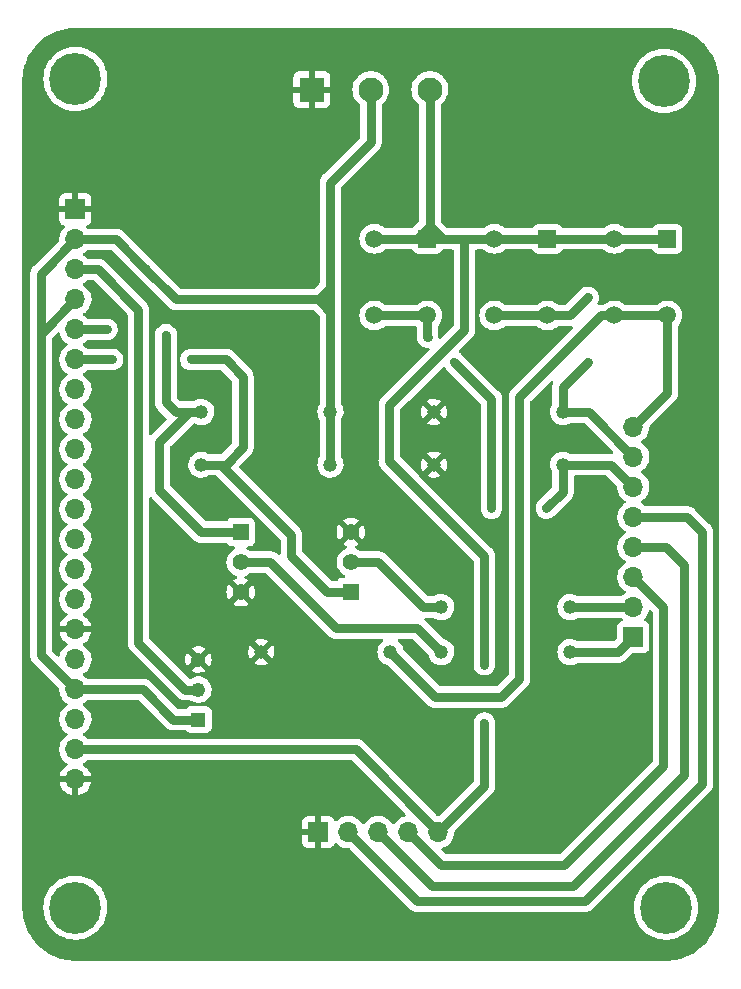
<source format=gbl>
%TF.GenerationSoftware,KiCad,Pcbnew,(6.0.0)*%
%TF.CreationDate,2022-02-11T13:05:36-03:00*%
%TF.ProjectId,Placa Digital,506c6163-6120-4446-9967-6974616c2e6b,V01*%
%TF.SameCoordinates,Original*%
%TF.FileFunction,Copper,L2,Bot*%
%TF.FilePolarity,Positive*%
%FSLAX46Y46*%
G04 Gerber Fmt 4.6, Leading zero omitted, Abs format (unit mm)*
G04 Created by KiCad (PCBNEW (6.0.0)) date 2022-02-11 13:05:36*
%MOMM*%
%LPD*%
G01*
G04 APERTURE LIST*
%TA.AperFunction,ComponentPad*%
%ADD10C,1.190000*%
%TD*%
%TA.AperFunction,ComponentPad*%
%ADD11R,1.498000X1.498000*%
%TD*%
%TA.AperFunction,ComponentPad*%
%ADD12C,1.498000*%
%TD*%
%TA.AperFunction,ComponentPad*%
%ADD13C,0.700000*%
%TD*%
%TA.AperFunction,ComponentPad*%
%ADD14C,4.400000*%
%TD*%
%TA.AperFunction,ComponentPad*%
%ADD15R,1.410000X1.410000*%
%TD*%
%TA.AperFunction,ComponentPad*%
%ADD16C,1.410000*%
%TD*%
%TA.AperFunction,ComponentPad*%
%ADD17R,1.218000X1.218000*%
%TD*%
%TA.AperFunction,ComponentPad*%
%ADD18C,1.218000*%
%TD*%
%TA.AperFunction,ComponentPad*%
%ADD19R,1.700000X1.700000*%
%TD*%
%TA.AperFunction,ComponentPad*%
%ADD20O,1.700000X1.700000*%
%TD*%
%TA.AperFunction,ComponentPad*%
%ADD21C,2.100000*%
%TD*%
%TA.AperFunction,ComponentPad*%
%ADD22R,2.100000X2.100000*%
%TD*%
%TA.AperFunction,ViaPad*%
%ADD23C,0.700000*%
%TD*%
%TA.AperFunction,Conductor*%
%ADD24C,0.800000*%
%TD*%
G04 APERTURE END LIST*
D10*
%TO.P,R6,1*%
%TO.N,/fromMicroC_DisplaySID*%
X157357000Y-112649000D03*
%TO.P,R6,2*%
%TO.N,Net-(Q2-Pad2)*%
X146427000Y-112649000D03*
%TD*%
D11*
%TO.P,Buttom_2,1*%
%TO.N,+3V3*%
X155412000Y-77649000D03*
D12*
%TO.P,Buttom_2,2*%
X150912000Y-77649000D03*
%TO.P,Buttom_2,3*%
%TO.N,/toMicroC_Button2*%
X155412000Y-84149000D03*
%TO.P,Buttom_2,4*%
X150912000Y-84149000D03*
%TD*%
D13*
%TO.P,H3,1*%
%TO.N,N/C*%
X166613726Y-133122274D03*
X165447000Y-135939000D03*
X166613726Y-135455726D03*
X167097000Y-134289000D03*
X163797000Y-134289000D03*
X164280274Y-133122274D03*
D14*
X165447000Y-134289000D03*
D13*
X164280274Y-135455726D03*
X165447000Y-132639000D03*
%TD*%
D11*
%TO.P,Buttom_1,1*%
%TO.N,+3V3*%
X165572000Y-77649000D03*
D12*
%TO.P,Buttom_1,2*%
X161072000Y-77649000D03*
%TO.P,Buttom_1,3*%
%TO.N,/toMicroC_Button1*%
X165572000Y-84149000D03*
%TO.P,Buttom_1,4*%
X161072000Y-84149000D03*
%TD*%
D15*
%TO.P,Q2,1,C*%
%TO.N,Net-(Q2-Pad1)*%
X129449500Y-102489000D03*
D16*
%TO.P,Q2,2,B*%
%TO.N,Net-(Q2-Pad2)*%
X129449500Y-105029000D03*
%TO.P,Q2,3,E*%
%TO.N,GND*%
X129449500Y-107569000D03*
%TD*%
D10*
%TO.P,R1,1*%
%TO.N,/toMicroC_Button1*%
X142117000Y-112649000D03*
%TO.P,R1,2*%
%TO.N,GND*%
X131187000Y-112649000D03*
%TD*%
D13*
%TO.P,H4,1*%
%TO.N,N/C*%
X115447000Y-132639000D03*
X115447000Y-135939000D03*
X113797000Y-134289000D03*
X114280274Y-135455726D03*
X116613726Y-133122274D03*
X117097000Y-134289000D03*
D14*
X115447000Y-134289000D03*
D13*
X114280274Y-133122274D03*
X116613726Y-135455726D03*
%TD*%
D17*
%TO.P,U4,1,1*%
%TO.N,+5V*%
X125857000Y-118364000D03*
D18*
%TO.P,U4,2,2*%
%TO.N,Net-(U3-Pad3)*%
X125857000Y-115824000D03*
%TO.P,U4,3,3*%
%TO.N,GND*%
X125857000Y-113284000D03*
%TD*%
D10*
%TO.P,R3,1*%
%TO.N,/toMicroC_Button3*%
X156722000Y-96774000D03*
%TO.P,R3,2*%
%TO.N,GND*%
X145792000Y-96774000D03*
%TD*%
D11*
%TO.P,Buttom_3,1*%
%TO.N,+3V3*%
X145252000Y-77649000D03*
D12*
%TO.P,Buttom_3,2*%
X140752000Y-77649000D03*
%TO.P,Buttom_3,3*%
%TO.N,/toMicroC_Button3*%
X145252000Y-84149000D03*
%TO.P,Buttom_3,4*%
X140752000Y-84149000D03*
%TD*%
D10*
%TO.P,R5,1*%
%TO.N,+5V*%
X137037000Y-96774000D03*
%TO.P,R5,2*%
%TO.N,Net-(Q1-Pad1)*%
X126107000Y-96774000D03*
%TD*%
D13*
%TO.P,H1,1*%
%TO.N,N/C*%
X116613726Y-65289000D03*
X117097000Y-64122274D03*
X114280274Y-62955548D03*
X116613726Y-62955548D03*
X114280274Y-65289000D03*
X115447000Y-65772274D03*
D14*
X115447000Y-64122274D03*
D13*
X115447000Y-62472274D03*
X113797000Y-64122274D03*
%TD*%
D10*
%TO.P,R2,1*%
%TO.N,/toMicroC_Button2*%
X156722000Y-92329000D03*
%TO.P,R2,2*%
%TO.N,GND*%
X145792000Y-92329000D03*
%TD*%
%TO.P,R7,1*%
%TO.N,+5V*%
X137037000Y-92329000D03*
%TO.P,R7,2*%
%TO.N,Net-(Q2-Pad1)*%
X126107000Y-92329000D03*
%TD*%
%TO.P,R4,1*%
%TO.N,/fromMicroC_DisplaySCLK*%
X157357000Y-108839000D03*
%TO.P,R4,2*%
%TO.N,Net-(Q1-Pad2)*%
X146427000Y-108839000D03*
%TD*%
D19*
%TO.P,U3,1,GND*%
%TO.N,GND*%
X115447000Y-75164000D03*
D20*
%TO.P,U3,2,VCC*%
%TO.N,+5V*%
X115447000Y-77704000D03*
%TO.P,U3,3,V0*%
%TO.N,Net-(U3-Pad3)*%
X115447000Y-80244000D03*
%TO.P,U3,4,RS*%
%TO.N,+5V*%
X115447000Y-82784000D03*
%TO.P,U3,5,R/W*%
%TO.N,Net-(Q2-Pad1)*%
X115447000Y-85324000D03*
%TO.P,U3,6,E*%
%TO.N,Net-(Q1-Pad1)*%
X115447000Y-87864000D03*
%TO.P,U3,7,DB0*%
%TO.N,unconnected-(U3-Pad7)*%
X115447000Y-90404000D03*
%TO.P,U3,8,DB1*%
%TO.N,unconnected-(U3-Pad8)*%
X115447000Y-92944000D03*
%TO.P,U3,9,DB2*%
%TO.N,unconnected-(U3-Pad9)*%
X115447000Y-95484000D03*
%TO.P,U3,10,DB3*%
%TO.N,unconnected-(U3-Pad10)*%
X115447000Y-98024000D03*
%TO.P,U3,11,DB4*%
%TO.N,unconnected-(U3-Pad11)*%
X115447000Y-100564000D03*
%TO.P,U3,12,DB5*%
%TO.N,unconnected-(U3-Pad12)*%
X115447000Y-103104000D03*
%TO.P,U3,13,DB6*%
%TO.N,unconnected-(U3-Pad13)*%
X115447000Y-105644000D03*
%TO.P,U3,14,DB7*%
%TO.N,unconnected-(U3-Pad14)*%
X115447000Y-108184000D03*
%TO.P,U3,15,PSB*%
%TO.N,GND*%
X115447000Y-110724000D03*
%TO.P,U3,16,NC*%
%TO.N,unconnected-(U3-Pad16)*%
X115447000Y-113264000D03*
%TO.P,U3,17,RST*%
%TO.N,+5V*%
X115447000Y-115804000D03*
%TO.P,U3,18,VOUT*%
%TO.N,unconnected-(U3-Pad18)*%
X115447000Y-118344000D03*
%TO.P,U3,19,BLA*%
%TO.N,+3V3*%
X115447000Y-120884000D03*
%TO.P,U3,20,BLK*%
%TO.N,GND*%
X115447000Y-123424000D03*
%TD*%
D15*
%TO.P,Q1,1,C*%
%TO.N,Net-(Q1-Pad1)*%
X138774500Y-107569000D03*
D16*
%TO.P,Q1,2,B*%
%TO.N,Net-(Q1-Pad2)*%
X138774500Y-105029000D03*
%TO.P,Q1,3,E*%
%TO.N,GND*%
X138774500Y-102489000D03*
%TD*%
D21*
%TO.P,U2,1*%
%TO.N,+5V*%
X140462000Y-65024000D03*
D22*
%TO.P,U2,2*%
%TO.N,GND*%
X135462000Y-65024000D03*
D21*
%TO.P,U2,3*%
%TO.N,+3V3*%
X145462000Y-65024000D03*
%TD*%
D19*
%TO.P,U1,1,GND*%
%TO.N,GND*%
X136017000Y-127889000D03*
D20*
%TO.P,U1,2,S1*%
%TO.N,/toMicroC_EncoderSignalA*%
X138557000Y-127889000D03*
%TO.P,U1,3,S2*%
%TO.N,/toMicroC_EncoderSignalB*%
X141097000Y-127889000D03*
%TO.P,U1,4,KEY*%
%TO.N,/toMicroC_EncoderButton*%
X143637000Y-127889000D03*
%TO.P,U1,5,+V*%
%TO.N,+3V3*%
X146177000Y-127889000D03*
%TD*%
D13*
%TO.P,H2,1*%
%TO.N,N/C*%
X166930274Y-64289000D03*
X164113548Y-65455726D03*
X164113548Y-63122274D03*
X163630274Y-64289000D03*
X166447000Y-65455726D03*
D14*
X165280274Y-64289000D03*
D13*
X166447000Y-63122274D03*
X165280274Y-65939000D03*
X165280274Y-62639000D03*
%TD*%
D19*
%TO.P,J1,1,Pin_1*%
%TO.N,/fromMicroC_DisplaySID*%
X162687000Y-111364000D03*
D20*
%TO.P,J1,2,Pin_2*%
%TO.N,/fromMicroC_DisplaySCLK*%
X162687000Y-108824000D03*
%TO.P,J1,3,Pin_3*%
%TO.N,/toMicroC_EncoderButton*%
X162687000Y-106284000D03*
%TO.P,J1,4,Pin_4*%
%TO.N,/toMicroC_EncoderSignalB*%
X162687000Y-103744000D03*
%TO.P,J1,5,Pin_5*%
%TO.N,/toMicroC_EncoderSignalA*%
X162687000Y-101204000D03*
%TO.P,J1,6,Pin_6*%
%TO.N,/toMicroC_Button3*%
X162687000Y-98664000D03*
%TO.P,J1,7,Pin_7*%
%TO.N,/toMicroC_Button2*%
X162687000Y-96124000D03*
%TO.P,J1,8,Pin_8*%
%TO.N,/toMicroC_Button1*%
X162687000Y-93584000D03*
%TD*%
D23*
%TO.N,/toMicroC_Button3*%
X150667000Y-100469000D03*
X155317000Y-100469000D03*
X147517000Y-88069000D03*
X145267000Y-85969000D03*
%TO.N,/toMicroC_Button2*%
X158867000Y-88069000D03*
X158867000Y-82619000D03*
%TO.N,+3V3*%
X150067000Y-113719000D03*
X150067000Y-118669000D03*
%TO.N,Net-(Q1-Pad1)*%
X118572000Y-87864000D03*
X125217000Y-87869000D03*
%TO.N,Net-(Q2-Pad1)*%
X123117000Y-85769000D03*
X118117000Y-85319000D03*
%TD*%
D24*
%TO.N,/fromMicroC_DisplaySID*%
X161402000Y-112649000D02*
X162687000Y-111364000D01*
X157357000Y-112649000D02*
X161402000Y-112649000D01*
%TO.N,/fromMicroC_DisplaySCLK*%
X157357000Y-108839000D02*
X162672000Y-108839000D01*
X162672000Y-108839000D02*
X162687000Y-108824000D01*
%TO.N,/toMicroC_EncoderButton*%
X146431000Y-130683000D02*
X156845000Y-130683000D01*
X165227000Y-108824000D02*
X162687000Y-106284000D01*
X143637000Y-127889000D02*
X146431000Y-130683000D01*
X165227000Y-122301000D02*
X165227000Y-108824000D01*
X156845000Y-130683000D02*
X165227000Y-122301000D01*
%TO.N,/toMicroC_EncoderSignalB*%
X165466000Y-103744000D02*
X167005000Y-105283000D01*
X167005000Y-123063000D02*
X157607000Y-132461000D01*
X145669000Y-132461000D02*
X141097000Y-127889000D01*
X162687000Y-103744000D02*
X165466000Y-103744000D01*
X157607000Y-132461000D02*
X145669000Y-132461000D01*
X167005000Y-105283000D02*
X167005000Y-123063000D01*
%TO.N,/toMicroC_EncoderSignalA*%
X162687000Y-101204000D02*
X167244000Y-101204000D01*
X167244000Y-101204000D02*
X168529000Y-102489000D01*
X144399000Y-133731000D02*
X138557000Y-127889000D01*
X168529000Y-123825000D02*
X158623000Y-133731000D01*
X168529000Y-102489000D02*
X168529000Y-123825000D01*
X158623000Y-133731000D02*
X144399000Y-133731000D01*
%TO.N,/toMicroC_Button3*%
X140752000Y-84149000D02*
X145252000Y-84149000D01*
X145252000Y-84149000D02*
X145252000Y-85954000D01*
X145252000Y-85954000D02*
X145267000Y-85969000D01*
X150667000Y-91219000D02*
X150667000Y-100469000D01*
X160797000Y-96774000D02*
X162687000Y-98664000D01*
X156722000Y-96774000D02*
X156722000Y-99064000D01*
X147517000Y-88069000D02*
X150667000Y-91219000D01*
X156722000Y-96774000D02*
X160797000Y-96774000D01*
X156722000Y-99064000D02*
X155317000Y-100469000D01*
%TO.N,/toMicroC_Button2*%
X150912000Y-84149000D02*
X155412000Y-84149000D01*
X157337000Y-84149000D02*
X158867000Y-82619000D01*
X155412000Y-84149000D02*
X157337000Y-84149000D01*
X156722000Y-92329000D02*
X158892000Y-92329000D01*
X158892000Y-92329000D02*
X162687000Y-96124000D01*
X156722000Y-92329000D02*
X156722000Y-90214000D01*
X156722000Y-90214000D02*
X158867000Y-88069000D01*
%TO.N,/toMicroC_Button1*%
X151511000Y-116459000D02*
X153035000Y-114935000D01*
X161072000Y-84149000D02*
X165572000Y-84149000D01*
X165572000Y-90699000D02*
X165572000Y-84149000D01*
X153035000Y-91059000D02*
X159945000Y-84149000D01*
X145927000Y-116459000D02*
X151511000Y-116459000D01*
X162687000Y-93584000D02*
X165572000Y-90699000D01*
X142117000Y-112649000D02*
X145927000Y-116459000D01*
X159945000Y-84149000D02*
X161072000Y-84149000D01*
X153035000Y-114935000D02*
X153035000Y-91059000D01*
%TO.N,+3V3*%
X143712000Y-77649000D02*
X145252000Y-77649000D01*
X144347000Y-77649000D02*
X143712000Y-77649000D01*
X144822000Y-77649000D02*
X145462000Y-77009000D01*
X142017000Y-96469000D02*
X150067000Y-104519000D01*
X145252000Y-77649000D02*
X146252000Y-77649000D01*
X145462000Y-76534000D02*
X145462000Y-65024000D01*
X150067000Y-104519000D02*
X150067000Y-113719000D01*
X146252000Y-77649000D02*
X146887000Y-77649000D01*
X142017000Y-91769000D02*
X142017000Y-96469000D01*
X146177000Y-127889000D02*
X150067000Y-123999000D01*
X143712000Y-77649000D02*
X144822000Y-77649000D01*
X145462000Y-76534000D02*
X144347000Y-77649000D01*
X145462000Y-76859000D02*
X146252000Y-77649000D01*
X140752000Y-77649000D02*
X143712000Y-77649000D01*
X139172000Y-120884000D02*
X146177000Y-127889000D01*
X145462000Y-76534000D02*
X146577000Y-77649000D01*
X150067000Y-123999000D02*
X150067000Y-118669000D01*
X148387000Y-85399000D02*
X142017000Y-91769000D01*
X146577000Y-77649000D02*
X146887000Y-77649000D01*
X145462000Y-76534000D02*
X145462000Y-77009000D01*
X145462000Y-77009000D02*
X145462000Y-77439000D01*
X115447000Y-120884000D02*
X139172000Y-120884000D01*
X146887000Y-77649000D02*
X148387000Y-77649000D01*
X145462000Y-77439000D02*
X145252000Y-77649000D01*
X148387000Y-77649000D02*
X150912000Y-77649000D01*
X150912000Y-77649000D02*
X155412000Y-77649000D01*
X155412000Y-77649000D02*
X161072000Y-77649000D01*
X145462000Y-76534000D02*
X145462000Y-76859000D01*
X161072000Y-77649000D02*
X165572000Y-77649000D01*
X148387000Y-77649000D02*
X148387000Y-85399000D01*
%TO.N,Net-(Q1-Pad1)*%
X133731000Y-102743000D02*
X127762000Y-96774000D01*
X127762000Y-96774000D02*
X126107000Y-96774000D01*
X136779000Y-107569000D02*
X133731000Y-104521000D01*
X133731000Y-104521000D02*
X133731000Y-102743000D01*
X129617000Y-95319000D02*
X128162000Y-96774000D01*
X138774500Y-107569000D02*
X136779000Y-107569000D01*
X128167000Y-87869000D02*
X129617000Y-89319000D01*
X115447000Y-87864000D02*
X118572000Y-87864000D01*
X125217000Y-87869000D02*
X128167000Y-87869000D01*
X129617000Y-89319000D02*
X129617000Y-95319000D01*
X128162000Y-96774000D02*
X126107000Y-96774000D01*
%TO.N,Net-(Q2-Pad1)*%
X125095000Y-92329000D02*
X122555000Y-94869000D01*
X126107000Y-92329000D02*
X123927000Y-92329000D01*
X123117000Y-91519000D02*
X123117000Y-85769000D01*
X115447000Y-85324000D02*
X118112000Y-85324000D01*
X126111000Y-102489000D02*
X129449500Y-102489000D01*
X122555000Y-98933000D02*
X126111000Y-102489000D01*
X123927000Y-92329000D02*
X123117000Y-91519000D01*
X118112000Y-85324000D02*
X118117000Y-85319000D01*
X126107000Y-92329000D02*
X125095000Y-92329000D01*
X122555000Y-94869000D02*
X122555000Y-98933000D01*
%TO.N,Net-(Q1-Pad2)*%
X146427000Y-108839000D02*
X144907000Y-108839000D01*
X144907000Y-108839000D02*
X141097000Y-105029000D01*
X141097000Y-105029000D02*
X138680020Y-105029000D01*
%TO.N,Net-(Q2-Pad2)*%
X129449500Y-105029000D02*
X131953000Y-105029000D01*
X131953000Y-105029000D02*
X137541000Y-110617000D01*
X137541000Y-110617000D02*
X144395000Y-110617000D01*
X144395000Y-110617000D02*
X146427000Y-112649000D01*
%TO.N,Net-(U3-Pad3)*%
X117328000Y-80244000D02*
X120777000Y-83693000D01*
X124714000Y-115824000D02*
X125857000Y-115824000D01*
X115447000Y-80244000D02*
X117328000Y-80244000D01*
X120777000Y-111887000D02*
X124714000Y-115824000D01*
X120777000Y-83693000D02*
X120777000Y-111887000D01*
%TO.N,+5V*%
X136767000Y-82784000D02*
X137037000Y-83054000D01*
X112522000Y-85709000D02*
X112522000Y-112879000D01*
X137037000Y-83824000D02*
X137037000Y-92329000D01*
X137037000Y-72894000D02*
X137037000Y-81784000D01*
X121158000Y-80010000D02*
X121392000Y-80244000D01*
X115447000Y-115804000D02*
X121138000Y-115804000D01*
X137037000Y-83054000D02*
X137037000Y-83824000D01*
X137037000Y-92329000D02*
X137037000Y-96774000D01*
X137037000Y-81784000D02*
X137037000Y-83054000D01*
X136037000Y-82784000D02*
X137037000Y-81784000D01*
X115447000Y-77704000D02*
X112522000Y-80629000D01*
X140462000Y-65024000D02*
X140462000Y-69469000D01*
X140462000Y-69469000D02*
X137037000Y-72894000D01*
X115447000Y-82784000D02*
X112522000Y-85709000D01*
X112522000Y-80629000D02*
X112522000Y-85709000D01*
X136037000Y-82824000D02*
X137037000Y-83824000D01*
X123932000Y-82784000D02*
X121158000Y-80010000D01*
X136037000Y-82784000D02*
X136037000Y-82824000D01*
X136037000Y-82784000D02*
X136767000Y-82784000D01*
X121138000Y-115804000D02*
X123698000Y-118364000D01*
X118852000Y-77704000D02*
X121158000Y-80010000D01*
X123698000Y-118364000D02*
X125857000Y-118364000D01*
X112522000Y-112879000D02*
X115447000Y-115804000D01*
X115447000Y-77704000D02*
X118852000Y-77704000D01*
X136037000Y-82784000D02*
X123932000Y-82784000D01*
%TD*%
%TA.AperFunction,Conductor*%
%TO.N,GND*%
G36*
X138288522Y-59797001D02*
G01*
X165397672Y-59797003D01*
X165417057Y-59798503D01*
X165431858Y-59800808D01*
X165431861Y-59800808D01*
X165440730Y-59802189D01*
X165461158Y-59799518D01*
X165482983Y-59798574D01*
X165832938Y-59813853D01*
X165833007Y-59813856D01*
X165843958Y-59814814D01*
X166221579Y-59864530D01*
X166232403Y-59866439D01*
X166604243Y-59948873D01*
X166614860Y-59951718D01*
X166978110Y-60066251D01*
X166988425Y-60070004D01*
X167340334Y-60215769D01*
X167350269Y-60220402D01*
X167688128Y-60396281D01*
X167697637Y-60401771D01*
X168018860Y-60606413D01*
X168027864Y-60612717D01*
X168330043Y-60844586D01*
X168338459Y-60851649D01*
X168619265Y-61108959D01*
X168627037Y-61116731D01*
X168770998Y-61273837D01*
X168884351Y-61397540D01*
X168891414Y-61405957D01*
X168955805Y-61489873D01*
X169123286Y-61708139D01*
X169129590Y-61717143D01*
X169334232Y-62038366D01*
X169339722Y-62047875D01*
X169515601Y-62385734D01*
X169520234Y-62395669D01*
X169665996Y-62747571D01*
X169669752Y-62757893D01*
X169704662Y-62868612D01*
X169784285Y-63121142D01*
X169787130Y-63131760D01*
X169869564Y-63503600D01*
X169871473Y-63514424D01*
X169921189Y-63892045D01*
X169922147Y-63902993D01*
X169934104Y-64176860D01*
X169937104Y-64245586D01*
X169935724Y-64270464D01*
X169933814Y-64282733D01*
X169937386Y-64310049D01*
X169937936Y-64314254D01*
X169939000Y-64330592D01*
X169938997Y-134239672D01*
X169937497Y-134259056D01*
X169933811Y-134282730D01*
X169936482Y-134303158D01*
X169937426Y-134324983D01*
X169923575Y-134642220D01*
X169922144Y-134675007D01*
X169921186Y-134685958D01*
X169871470Y-135063579D01*
X169869561Y-135074403D01*
X169787127Y-135446243D01*
X169784283Y-135456858D01*
X169674379Y-135805429D01*
X169669752Y-135820103D01*
X169665996Y-135830425D01*
X169542612Y-136128303D01*
X169520235Y-136182325D01*
X169515598Y-136192269D01*
X169339719Y-136530128D01*
X169334229Y-136539637D01*
X169129587Y-136860860D01*
X169123283Y-136869864D01*
X168891414Y-137172043D01*
X168884350Y-137180460D01*
X168627041Y-137461265D01*
X168619265Y-137469041D01*
X168338460Y-137726351D01*
X168330040Y-137733417D01*
X168027861Y-137965286D01*
X168018857Y-137971590D01*
X167697634Y-138176232D01*
X167688125Y-138181722D01*
X167350266Y-138357601D01*
X167340331Y-138362234D01*
X166988422Y-138507999D01*
X166978107Y-138511752D01*
X166614858Y-138626285D01*
X166604240Y-138629130D01*
X166232400Y-138711564D01*
X166221576Y-138713473D01*
X165883027Y-138758045D01*
X165843978Y-138763186D01*
X165843955Y-138763189D01*
X165833004Y-138764147D01*
X165490414Y-138779104D01*
X165465536Y-138777724D01*
X165465157Y-138777665D01*
X165453267Y-138775814D01*
X165421746Y-138779936D01*
X165405408Y-138781000D01*
X142605477Y-138780999D01*
X115496328Y-138780997D01*
X115476943Y-138779497D01*
X115462142Y-138777192D01*
X115462139Y-138777192D01*
X115453270Y-138775811D01*
X115432842Y-138778482D01*
X115411017Y-138779426D01*
X115060993Y-138764144D01*
X115050042Y-138763186D01*
X114672421Y-138713470D01*
X114661597Y-138711561D01*
X114289757Y-138629127D01*
X114279139Y-138626282D01*
X113915890Y-138511749D01*
X113905575Y-138507996D01*
X113553666Y-138362231D01*
X113543731Y-138357598D01*
X113205872Y-138181719D01*
X113196363Y-138176229D01*
X112875140Y-137971587D01*
X112866136Y-137965283D01*
X112563957Y-137733414D01*
X112555537Y-137726348D01*
X112499471Y-137674973D01*
X112274728Y-137469034D01*
X112266959Y-137461265D01*
X112123005Y-137304166D01*
X112009647Y-137180457D01*
X112002583Y-137172040D01*
X111770714Y-136869861D01*
X111764410Y-136860857D01*
X111559768Y-136539634D01*
X111554274Y-136530118D01*
X111378399Y-136192266D01*
X111373766Y-136182331D01*
X111228001Y-135830422D01*
X111224245Y-135820100D01*
X111219620Y-135805429D01*
X111109715Y-135456857D01*
X111106870Y-135446240D01*
X111024436Y-135074400D01*
X111022527Y-135063576D01*
X110972811Y-134685954D01*
X110971853Y-134675003D01*
X110960906Y-134424278D01*
X110957059Y-134336169D01*
X110958686Y-134309766D01*
X110959263Y-134306339D01*
X110959263Y-134306337D01*
X110960071Y-134301536D01*
X110960224Y-134288997D01*
X110956273Y-134261409D01*
X110956214Y-134260585D01*
X112733698Y-134260585D01*
X112736904Y-134324987D01*
X112748981Y-134567569D01*
X112749936Y-134586759D01*
X112750577Y-134590490D01*
X112750578Y-134590498D01*
X112776995Y-134744233D01*
X112805241Y-134908619D01*
X112806329Y-134912258D01*
X112806330Y-134912261D01*
X112853214Y-135069028D01*
X112898814Y-135221504D01*
X113029297Y-135520881D01*
X113031220Y-135524152D01*
X113031222Y-135524156D01*
X113073584Y-135596215D01*
X113194802Y-135802414D01*
X113197103Y-135805429D01*
X113390631Y-136059012D01*
X113390636Y-136059017D01*
X113392931Y-136062025D01*
X113620814Y-136295953D01*
X113693635Y-136354607D01*
X113872196Y-136498431D01*
X113872201Y-136498435D01*
X113875149Y-136500809D01*
X114152253Y-136673627D01*
X114448112Y-136811903D01*
X114451721Y-136813086D01*
X114624921Y-136869864D01*
X114758440Y-136913634D01*
X115078742Y-136977346D01*
X115082514Y-136977633D01*
X115082522Y-136977634D01*
X115400602Y-137001829D01*
X115400607Y-137001829D01*
X115404379Y-137002116D01*
X115730633Y-136987586D01*
X115790425Y-136977634D01*
X116049037Y-136934590D01*
X116049042Y-136934589D01*
X116052778Y-136933967D01*
X116366149Y-136842034D01*
X116369616Y-136840544D01*
X116369620Y-136840543D01*
X116662721Y-136714616D01*
X116662723Y-136714615D01*
X116666205Y-136713119D01*
X116948601Y-136549091D01*
X117209245Y-136352324D01*
X117375257Y-136192288D01*
X117441632Y-136128303D01*
X117441635Y-136128300D01*
X117444363Y-136125670D01*
X117650549Y-135872410D01*
X117824815Y-135596215D01*
X117964638Y-135301084D01*
X117991188Y-135221504D01*
X118066790Y-134994897D01*
X118066792Y-134994891D01*
X118067992Y-134991293D01*
X118133381Y-134671329D01*
X118136145Y-134637353D01*
X118154706Y-134409148D01*
X118159856Y-134345826D01*
X118160247Y-134308480D01*
X118160428Y-134291221D01*
X118160428Y-134291214D01*
X118160451Y-134289000D01*
X118158510Y-134256796D01*
X118141026Y-133966793D01*
X118141026Y-133966789D01*
X118140798Y-133963015D01*
X118135650Y-133934824D01*
X118082805Y-133645473D01*
X118082804Y-133645469D01*
X118082125Y-133641751D01*
X118074722Y-133617907D01*
X117986404Y-133333477D01*
X117985282Y-133329863D01*
X117851670Y-133031869D01*
X117683226Y-132752084D01*
X117680899Y-132749100D01*
X117680894Y-132749093D01*
X117484726Y-132497558D01*
X117484724Y-132497556D01*
X117482390Y-132494563D01*
X117252070Y-132263034D01*
X116995603Y-132060852D01*
X116716705Y-131890945D01*
X116713261Y-131889379D01*
X116713257Y-131889377D01*
X116602667Y-131839095D01*
X116419414Y-131755775D01*
X116108037Y-131657300D01*
X115890492Y-131616390D01*
X115790809Y-131597645D01*
X115790807Y-131597645D01*
X115787086Y-131596945D01*
X115461208Y-131575586D01*
X115457428Y-131575794D01*
X115457427Y-131575794D01*
X115359897Y-131581162D01*
X115135124Y-131593532D01*
X115131397Y-131594193D01*
X115131393Y-131594193D01*
X114974341Y-131622027D01*
X114813557Y-131650522D01*
X114809941Y-131651624D01*
X114809933Y-131651626D01*
X114504789Y-131744627D01*
X114501167Y-131745731D01*
X114202477Y-131877781D01*
X114177041Y-131892914D01*
X113925074Y-132042817D01*
X113925068Y-132042821D01*
X113921814Y-132044757D01*
X113663244Y-132244243D01*
X113430513Y-132473347D01*
X113428149Y-132476314D01*
X113428146Y-132476317D01*
X113411220Y-132497558D01*
X113226991Y-132728751D01*
X113055626Y-133006757D01*
X112918902Y-133303336D01*
X112917741Y-133306940D01*
X112917741Y-133306941D01*
X112909196Y-133333477D01*
X112818797Y-133614192D01*
X112818079Y-133617903D01*
X112818078Y-133617907D01*
X112757482Y-133931105D01*
X112757481Y-133931114D01*
X112756763Y-133934824D01*
X112756496Y-133938600D01*
X112756495Y-133938605D01*
X112734488Y-134249423D01*
X112733698Y-134260585D01*
X110956214Y-134260585D01*
X110955000Y-134243546D01*
X110955000Y-128783669D01*
X134659001Y-128783669D01*
X134659371Y-128790490D01*
X134664895Y-128841352D01*
X134668521Y-128856604D01*
X134713676Y-128977054D01*
X134722214Y-128992649D01*
X134798715Y-129094724D01*
X134811276Y-129107285D01*
X134913351Y-129183786D01*
X134928946Y-129192324D01*
X135049394Y-129237478D01*
X135064649Y-129241105D01*
X135115514Y-129246631D01*
X135122328Y-129247000D01*
X135744885Y-129247000D01*
X135760124Y-129242525D01*
X135761329Y-129241135D01*
X135763000Y-129233452D01*
X135763000Y-128161115D01*
X135758525Y-128145876D01*
X135757135Y-128144671D01*
X135749452Y-128143000D01*
X134677116Y-128143000D01*
X134661877Y-128147475D01*
X134660672Y-128148865D01*
X134659001Y-128156548D01*
X134659001Y-128783669D01*
X110955000Y-128783669D01*
X110955000Y-127616885D01*
X134659000Y-127616885D01*
X134663475Y-127632124D01*
X134664865Y-127633329D01*
X134672548Y-127635000D01*
X135744885Y-127635000D01*
X135760124Y-127630525D01*
X135761329Y-127629135D01*
X135763000Y-127621452D01*
X135763000Y-126549116D01*
X135758525Y-126533877D01*
X135757135Y-126532672D01*
X135749452Y-126531001D01*
X135122331Y-126531001D01*
X135115510Y-126531371D01*
X135064648Y-126536895D01*
X135049396Y-126540521D01*
X134928946Y-126585676D01*
X134913351Y-126594214D01*
X134811276Y-126670715D01*
X134798715Y-126683276D01*
X134722214Y-126785351D01*
X134713676Y-126800946D01*
X134668522Y-126921394D01*
X134664895Y-126936649D01*
X134659369Y-126987514D01*
X134659000Y-126994328D01*
X134659000Y-127616885D01*
X110955000Y-127616885D01*
X110955000Y-123691966D01*
X114115257Y-123691966D01*
X114145565Y-123826446D01*
X114148645Y-123836275D01*
X114228770Y-124033603D01*
X114233413Y-124042794D01*
X114344694Y-124224388D01*
X114350777Y-124232699D01*
X114490213Y-124393667D01*
X114497580Y-124400883D01*
X114661434Y-124536916D01*
X114669881Y-124542831D01*
X114853756Y-124650279D01*
X114863042Y-124654729D01*
X115062001Y-124730703D01*
X115071899Y-124733579D01*
X115175250Y-124754606D01*
X115189299Y-124753410D01*
X115193000Y-124743065D01*
X115193000Y-124742517D01*
X115701000Y-124742517D01*
X115705064Y-124756359D01*
X115718478Y-124758393D01*
X115725184Y-124757534D01*
X115735262Y-124755392D01*
X115939255Y-124694191D01*
X115948842Y-124690433D01*
X116140095Y-124596739D01*
X116148945Y-124591464D01*
X116322328Y-124467792D01*
X116330200Y-124461139D01*
X116481052Y-124310812D01*
X116487730Y-124302965D01*
X116612003Y-124130020D01*
X116617313Y-124121183D01*
X116711670Y-123930267D01*
X116715469Y-123920672D01*
X116777377Y-123716910D01*
X116779555Y-123706837D01*
X116780986Y-123695962D01*
X116778775Y-123681778D01*
X116765617Y-123678000D01*
X115719115Y-123678000D01*
X115703876Y-123682475D01*
X115702671Y-123683865D01*
X115701000Y-123691548D01*
X115701000Y-124742517D01*
X115193000Y-124742517D01*
X115193000Y-123696115D01*
X115188525Y-123680876D01*
X115187135Y-123679671D01*
X115179452Y-123678000D01*
X114130225Y-123678000D01*
X114116694Y-123681973D01*
X114115257Y-123691966D01*
X110955000Y-123691966D01*
X110955000Y-112831190D01*
X111609748Y-112831190D01*
X111610093Y-112837777D01*
X111610093Y-112837782D01*
X111613327Y-112899480D01*
X111613500Y-112906074D01*
X111613500Y-112926610D01*
X111613844Y-112929882D01*
X111613844Y-112929884D01*
X111615647Y-112947042D01*
X111616164Y-112953616D01*
X111619305Y-113013539D01*
X111619743Y-113021903D01*
X111621453Y-113028284D01*
X111621453Y-113028286D01*
X111623383Y-113035491D01*
X111626985Y-113054925D01*
X111627766Y-113062354D01*
X111627768Y-113062363D01*
X111628458Y-113068928D01*
X111649600Y-113133997D01*
X111651467Y-113140299D01*
X111669171Y-113206370D01*
X111675559Y-113218907D01*
X111683125Y-113237173D01*
X111687473Y-113250556D01*
X111690776Y-113256278D01*
X111690777Y-113256279D01*
X111721667Y-113309782D01*
X111724814Y-113315577D01*
X111755871Y-113376530D01*
X111760024Y-113381658D01*
X111760025Y-113381660D01*
X111764727Y-113387466D01*
X111775927Y-113403763D01*
X111779657Y-113410224D01*
X111779660Y-113410228D01*
X111782960Y-113415944D01*
X111787377Y-113420850D01*
X111787381Y-113420855D01*
X111828722Y-113466769D01*
X111833006Y-113471784D01*
X111845928Y-113487741D01*
X111860443Y-113502256D01*
X111864984Y-113507041D01*
X111910747Y-113557866D01*
X111916086Y-113561745D01*
X111916087Y-113561746D01*
X111922135Y-113566140D01*
X111937168Y-113578981D01*
X114047587Y-115689400D01*
X114081613Y-115751712D01*
X114084282Y-115771236D01*
X114097110Y-115993715D01*
X114098247Y-115998761D01*
X114098248Y-115998767D01*
X114117906Y-116085993D01*
X114146222Y-116211639D01*
X114230266Y-116418616D01*
X114271287Y-116485557D01*
X114337206Y-116593126D01*
X114346987Y-116609088D01*
X114493250Y-116777938D01*
X114665126Y-116920632D01*
X114735595Y-116961811D01*
X114738445Y-116963476D01*
X114787169Y-117015114D01*
X114800240Y-117084897D01*
X114773509Y-117150669D01*
X114733055Y-117184027D01*
X114720607Y-117190507D01*
X114716474Y-117193610D01*
X114716471Y-117193612D01*
X114546100Y-117321530D01*
X114541965Y-117324635D01*
X114387629Y-117486138D01*
X114384715Y-117490410D01*
X114384714Y-117490411D01*
X114372404Y-117508457D01*
X114261743Y-117670680D01*
X114167688Y-117873305D01*
X114107989Y-118088570D01*
X114084251Y-118310695D01*
X114084548Y-118315848D01*
X114084548Y-118315851D01*
X114090011Y-118410590D01*
X114097110Y-118533715D01*
X114098247Y-118538761D01*
X114098248Y-118538767D01*
X114116132Y-118618120D01*
X114146222Y-118751639D01*
X114230266Y-118958616D01*
X114270659Y-119024531D01*
X114337206Y-119133126D01*
X114346987Y-119149088D01*
X114493250Y-119317938D01*
X114665126Y-119460632D01*
X114735595Y-119501811D01*
X114738445Y-119503476D01*
X114787169Y-119555114D01*
X114800240Y-119624897D01*
X114773509Y-119690669D01*
X114733055Y-119724027D01*
X114720607Y-119730507D01*
X114716474Y-119733610D01*
X114716471Y-119733612D01*
X114692247Y-119751800D01*
X114541965Y-119864635D01*
X114538393Y-119868373D01*
X114401527Y-120011595D01*
X114387629Y-120026138D01*
X114384715Y-120030410D01*
X114384714Y-120030411D01*
X114311372Y-120137927D01*
X114261743Y-120210680D01*
X114167688Y-120413305D01*
X114107989Y-120628570D01*
X114084251Y-120850695D01*
X114097110Y-121073715D01*
X114098247Y-121078761D01*
X114098248Y-121078767D01*
X114122304Y-121185508D01*
X114146222Y-121291639D01*
X114230266Y-121498616D01*
X114346987Y-121689088D01*
X114493250Y-121857938D01*
X114665126Y-122000632D01*
X114738955Y-122043774D01*
X114787679Y-122095412D01*
X114800750Y-122165195D01*
X114774019Y-122230967D01*
X114733562Y-122264327D01*
X114725457Y-122268546D01*
X114716738Y-122274036D01*
X114546433Y-122401905D01*
X114538726Y-122408748D01*
X114391590Y-122562717D01*
X114385104Y-122570727D01*
X114265098Y-122746649D01*
X114260000Y-122755623D01*
X114170338Y-122948783D01*
X114166775Y-122958470D01*
X114111389Y-123158183D01*
X114112912Y-123166607D01*
X114125292Y-123170000D01*
X116765344Y-123170000D01*
X116778875Y-123166027D01*
X116780180Y-123156947D01*
X116738214Y-122989875D01*
X116734894Y-122980124D01*
X116649972Y-122784814D01*
X116645105Y-122775739D01*
X116529426Y-122596926D01*
X116523136Y-122588757D01*
X116379806Y-122431240D01*
X116372273Y-122424215D01*
X116205139Y-122292222D01*
X116196556Y-122286520D01*
X116159602Y-122266120D01*
X116109631Y-122215687D01*
X116094859Y-122146245D01*
X116119975Y-122079839D01*
X116147327Y-122053232D01*
X116170797Y-122036491D01*
X116326860Y-121925173D01*
X116423120Y-121829248D01*
X116485490Y-121795333D01*
X116512059Y-121792500D01*
X138743497Y-121792500D01*
X138811618Y-121812502D01*
X138832592Y-121829405D01*
X143360671Y-126357484D01*
X143394697Y-126419796D01*
X143389632Y-126490611D01*
X143347085Y-126547447D01*
X143310722Y-126566344D01*
X143270295Y-126579558D01*
X143108756Y-126632357D01*
X142910607Y-126735507D01*
X142906474Y-126738610D01*
X142906471Y-126738612D01*
X142823450Y-126800946D01*
X142731965Y-126869635D01*
X142577629Y-127031138D01*
X142470201Y-127188621D01*
X142415293Y-127233621D01*
X142344768Y-127241792D01*
X142281021Y-127210538D01*
X142260324Y-127186054D01*
X142179822Y-127061617D01*
X142179820Y-127061614D01*
X142177014Y-127057277D01*
X142026670Y-126892051D01*
X142022619Y-126888852D01*
X142022615Y-126888848D01*
X141855414Y-126756800D01*
X141855410Y-126756798D01*
X141851359Y-126753598D01*
X141655789Y-126645638D01*
X141650920Y-126643914D01*
X141650916Y-126643912D01*
X141450087Y-126572795D01*
X141450083Y-126572794D01*
X141445212Y-126571069D01*
X141440119Y-126570162D01*
X141440116Y-126570161D01*
X141230373Y-126532800D01*
X141230367Y-126532799D01*
X141225284Y-126531894D01*
X141151452Y-126530992D01*
X141007081Y-126529228D01*
X141007079Y-126529228D01*
X141001911Y-126529165D01*
X140781091Y-126562955D01*
X140568756Y-126632357D01*
X140370607Y-126735507D01*
X140366474Y-126738610D01*
X140366471Y-126738612D01*
X140283450Y-126800946D01*
X140191965Y-126869635D01*
X140037629Y-127031138D01*
X139930201Y-127188621D01*
X139875293Y-127233621D01*
X139804768Y-127241792D01*
X139741021Y-127210538D01*
X139720324Y-127186054D01*
X139639822Y-127061617D01*
X139639820Y-127061614D01*
X139637014Y-127057277D01*
X139486670Y-126892051D01*
X139482619Y-126888852D01*
X139482615Y-126888848D01*
X139315414Y-126756800D01*
X139315410Y-126756798D01*
X139311359Y-126753598D01*
X139115789Y-126645638D01*
X139110920Y-126643914D01*
X139110916Y-126643912D01*
X138910087Y-126572795D01*
X138910083Y-126572794D01*
X138905212Y-126571069D01*
X138900119Y-126570162D01*
X138900116Y-126570161D01*
X138690373Y-126532800D01*
X138690367Y-126532799D01*
X138685284Y-126531894D01*
X138611452Y-126530992D01*
X138467081Y-126529228D01*
X138467079Y-126529228D01*
X138461911Y-126529165D01*
X138241091Y-126562955D01*
X138028756Y-126632357D01*
X137830607Y-126735507D01*
X137826474Y-126738610D01*
X137826471Y-126738612D01*
X137743450Y-126800946D01*
X137651965Y-126869635D01*
X137648393Y-126873373D01*
X137570898Y-126954466D01*
X137509374Y-126989895D01*
X137438462Y-126986438D01*
X137380676Y-126945192D01*
X137361823Y-126911644D01*
X137320324Y-126800946D01*
X137311786Y-126785351D01*
X137235285Y-126683276D01*
X137222724Y-126670715D01*
X137120649Y-126594214D01*
X137105054Y-126585676D01*
X136984606Y-126540522D01*
X136969351Y-126536895D01*
X136918486Y-126531369D01*
X136911672Y-126531000D01*
X136289115Y-126531000D01*
X136273876Y-126535475D01*
X136272671Y-126536865D01*
X136271000Y-126544548D01*
X136271000Y-129228884D01*
X136275475Y-129244123D01*
X136276865Y-129245328D01*
X136284548Y-129246999D01*
X136911669Y-129246999D01*
X136918490Y-129246629D01*
X136969352Y-129241105D01*
X136984604Y-129237479D01*
X137105054Y-129192324D01*
X137120649Y-129183786D01*
X137222724Y-129107285D01*
X137235285Y-129094724D01*
X137311786Y-128992649D01*
X137320324Y-128977054D01*
X137361225Y-128867952D01*
X137403867Y-128811188D01*
X137470428Y-128786488D01*
X137539777Y-128801696D01*
X137574444Y-128829684D01*
X137599865Y-128859031D01*
X137599869Y-128859035D01*
X137603250Y-128862938D01*
X137775126Y-129005632D01*
X137968000Y-129118338D01*
X138176692Y-129198030D01*
X138181760Y-129199061D01*
X138181763Y-129199062D01*
X138289379Y-129220957D01*
X138395597Y-129242567D01*
X138400772Y-129242757D01*
X138400774Y-129242757D01*
X138585043Y-129249514D01*
X138652385Y-129271999D01*
X138669521Y-129286334D01*
X143699019Y-134315832D01*
X143711860Y-134330865D01*
X143720134Y-134342253D01*
X143770959Y-134388016D01*
X143775744Y-134392557D01*
X143790259Y-134407072D01*
X143792823Y-134409148D01*
X143806216Y-134419994D01*
X143811231Y-134424278D01*
X143857145Y-134465619D01*
X143857150Y-134465623D01*
X143862056Y-134470040D01*
X143867772Y-134473340D01*
X143867776Y-134473343D01*
X143874237Y-134477073D01*
X143890533Y-134488273D01*
X143901470Y-134497129D01*
X143907348Y-134500124D01*
X143907351Y-134500126D01*
X143962426Y-134528188D01*
X143968223Y-134531336D01*
X144021721Y-134562223D01*
X144027444Y-134565527D01*
X144040826Y-134569875D01*
X144059085Y-134577438D01*
X144071630Y-134583830D01*
X144078000Y-134585537D01*
X144078003Y-134585538D01*
X144117074Y-134596007D01*
X144137712Y-134601537D01*
X144144025Y-134603407D01*
X144209072Y-134624542D01*
X144223075Y-134626014D01*
X144242504Y-134629615D01*
X144256097Y-134633257D01*
X144262694Y-134633603D01*
X144262696Y-134633603D01*
X144324384Y-134636836D01*
X144330958Y-134637353D01*
X144348116Y-134639156D01*
X144348118Y-134639156D01*
X144351390Y-134639500D01*
X144371926Y-134639500D01*
X144378520Y-134639673D01*
X144440218Y-134642907D01*
X144440223Y-134642907D01*
X144446810Y-134643252D01*
X144453326Y-134642220D01*
X144453327Y-134642220D01*
X144460707Y-134641051D01*
X144480417Y-134639500D01*
X158541583Y-134639500D01*
X158561292Y-134641051D01*
X158575190Y-134643252D01*
X158581777Y-134642907D01*
X158581782Y-134642907D01*
X158643480Y-134639673D01*
X158650074Y-134639500D01*
X158670610Y-134639500D01*
X158673882Y-134639156D01*
X158673884Y-134639156D01*
X158691042Y-134637353D01*
X158697616Y-134636836D01*
X158759308Y-134633603D01*
X158759312Y-134633602D01*
X158765903Y-134633257D01*
X158772284Y-134631547D01*
X158772286Y-134631547D01*
X158779491Y-134629617D01*
X158798925Y-134626015D01*
X158806354Y-134625234D01*
X158806363Y-134625232D01*
X158812928Y-134624542D01*
X158877997Y-134603400D01*
X158884299Y-134601533D01*
X158950370Y-134583829D01*
X158962908Y-134577440D01*
X158981174Y-134569875D01*
X158988272Y-134567569D01*
X158988274Y-134567568D01*
X158994556Y-134565527D01*
X159053785Y-134531331D01*
X159059579Y-134528185D01*
X159120530Y-134497129D01*
X159131467Y-134488273D01*
X159147763Y-134477073D01*
X159154224Y-134473343D01*
X159154228Y-134473340D01*
X159159944Y-134470040D01*
X159164850Y-134465623D01*
X159164855Y-134465619D01*
X159210769Y-134424278D01*
X159215784Y-134419994D01*
X159229177Y-134409148D01*
X159231741Y-134407072D01*
X159246256Y-134392557D01*
X159251041Y-134388016D01*
X159301866Y-134342253D01*
X159310140Y-134330865D01*
X159322981Y-134315832D01*
X159378228Y-134260585D01*
X162733698Y-134260585D01*
X162736904Y-134324987D01*
X162748981Y-134567569D01*
X162749936Y-134586759D01*
X162750577Y-134590490D01*
X162750578Y-134590498D01*
X162776995Y-134744233D01*
X162805241Y-134908619D01*
X162806329Y-134912258D01*
X162806330Y-134912261D01*
X162853214Y-135069028D01*
X162898814Y-135221504D01*
X163029297Y-135520881D01*
X163031220Y-135524152D01*
X163031222Y-135524156D01*
X163073584Y-135596215D01*
X163194802Y-135802414D01*
X163197103Y-135805429D01*
X163390631Y-136059012D01*
X163390636Y-136059017D01*
X163392931Y-136062025D01*
X163620814Y-136295953D01*
X163693635Y-136354607D01*
X163872196Y-136498431D01*
X163872201Y-136498435D01*
X163875149Y-136500809D01*
X164152253Y-136673627D01*
X164448112Y-136811903D01*
X164451721Y-136813086D01*
X164624921Y-136869864D01*
X164758440Y-136913634D01*
X165078742Y-136977346D01*
X165082514Y-136977633D01*
X165082522Y-136977634D01*
X165400602Y-137001829D01*
X165400607Y-137001829D01*
X165404379Y-137002116D01*
X165730633Y-136987586D01*
X165790425Y-136977634D01*
X166049037Y-136934590D01*
X166049042Y-136934589D01*
X166052778Y-136933967D01*
X166366149Y-136842034D01*
X166369616Y-136840544D01*
X166369620Y-136840543D01*
X166662721Y-136714616D01*
X166662723Y-136714615D01*
X166666205Y-136713119D01*
X166948601Y-136549091D01*
X167209245Y-136352324D01*
X167375257Y-136192288D01*
X167441632Y-136128303D01*
X167441635Y-136128300D01*
X167444363Y-136125670D01*
X167650549Y-135872410D01*
X167824815Y-135596215D01*
X167964638Y-135301084D01*
X167991188Y-135221504D01*
X168066790Y-134994897D01*
X168066792Y-134994891D01*
X168067992Y-134991293D01*
X168133381Y-134671329D01*
X168136145Y-134637353D01*
X168154706Y-134409148D01*
X168159856Y-134345826D01*
X168160247Y-134308480D01*
X168160428Y-134291221D01*
X168160428Y-134291214D01*
X168160451Y-134289000D01*
X168158510Y-134256796D01*
X168141026Y-133966793D01*
X168141026Y-133966789D01*
X168140798Y-133963015D01*
X168135650Y-133934824D01*
X168082805Y-133645473D01*
X168082804Y-133645469D01*
X168082125Y-133641751D01*
X168074722Y-133617907D01*
X167986404Y-133333477D01*
X167985282Y-133329863D01*
X167851670Y-133031869D01*
X167683226Y-132752084D01*
X167680899Y-132749100D01*
X167680894Y-132749093D01*
X167484726Y-132497558D01*
X167484724Y-132497556D01*
X167482390Y-132494563D01*
X167252070Y-132263034D01*
X166995603Y-132060852D01*
X166716705Y-131890945D01*
X166713261Y-131889379D01*
X166713257Y-131889377D01*
X166602667Y-131839095D01*
X166419414Y-131755775D01*
X166108037Y-131657300D01*
X165890492Y-131616390D01*
X165790809Y-131597645D01*
X165790807Y-131597645D01*
X165787086Y-131596945D01*
X165461208Y-131575586D01*
X165457428Y-131575794D01*
X165457427Y-131575794D01*
X165359897Y-131581162D01*
X165135124Y-131593532D01*
X165131397Y-131594193D01*
X165131393Y-131594193D01*
X164974341Y-131622027D01*
X164813557Y-131650522D01*
X164809941Y-131651624D01*
X164809933Y-131651626D01*
X164504789Y-131744627D01*
X164501167Y-131745731D01*
X164202477Y-131877781D01*
X164177041Y-131892914D01*
X163925074Y-132042817D01*
X163925068Y-132042821D01*
X163921814Y-132044757D01*
X163663244Y-132244243D01*
X163430513Y-132473347D01*
X163428149Y-132476314D01*
X163428146Y-132476317D01*
X163411220Y-132497558D01*
X163226991Y-132728751D01*
X163055626Y-133006757D01*
X162918902Y-133303336D01*
X162917741Y-133306940D01*
X162917741Y-133306941D01*
X162909196Y-133333477D01*
X162818797Y-133614192D01*
X162818079Y-133617903D01*
X162818078Y-133617907D01*
X162757482Y-133931105D01*
X162757481Y-133931114D01*
X162756763Y-133934824D01*
X162756496Y-133938600D01*
X162756495Y-133938605D01*
X162734488Y-134249423D01*
X162733698Y-134260585D01*
X159378228Y-134260585D01*
X169113832Y-124524981D01*
X169128865Y-124512140D01*
X169134913Y-124507746D01*
X169134914Y-124507745D01*
X169140253Y-124503866D01*
X169186016Y-124453041D01*
X169190557Y-124448256D01*
X169205072Y-124433741D01*
X169217994Y-124417784D01*
X169222278Y-124412769D01*
X169263619Y-124366855D01*
X169263623Y-124366850D01*
X169268040Y-124361944D01*
X169271340Y-124356228D01*
X169271343Y-124356224D01*
X169275073Y-124349763D01*
X169286273Y-124333466D01*
X169290975Y-124327660D01*
X169290976Y-124327658D01*
X169295129Y-124322530D01*
X169326188Y-124261574D01*
X169329336Y-124255777D01*
X169360224Y-124202277D01*
X169363527Y-124196556D01*
X169367875Y-124183174D01*
X169375438Y-124164915D01*
X169381830Y-124152370D01*
X169399537Y-124086288D01*
X169401409Y-124079969D01*
X169404548Y-124070310D01*
X169416474Y-124033603D01*
X169420501Y-124021210D01*
X169420501Y-124021209D01*
X169422542Y-124014928D01*
X169424014Y-124000925D01*
X169427615Y-123981496D01*
X169431257Y-123967903D01*
X169431603Y-123961304D01*
X169434836Y-123899616D01*
X169435353Y-123893042D01*
X169437156Y-123875884D01*
X169437156Y-123875882D01*
X169437500Y-123872610D01*
X169437500Y-123852074D01*
X169437673Y-123845480D01*
X169440907Y-123783782D01*
X169440907Y-123783777D01*
X169441252Y-123777190D01*
X169439051Y-123763293D01*
X169437500Y-123743583D01*
X169437500Y-102570416D01*
X169439051Y-102550704D01*
X169440220Y-102543324D01*
X169441252Y-102536809D01*
X169439357Y-102500638D01*
X169437673Y-102468519D01*
X169437500Y-102461925D01*
X169437500Y-102441390D01*
X169435925Y-102426401D01*
X169435353Y-102420960D01*
X169434836Y-102414385D01*
X169431603Y-102352696D01*
X169431603Y-102352695D01*
X169431257Y-102346096D01*
X169427616Y-102332508D01*
X169424012Y-102313061D01*
X169423233Y-102305644D01*
X169423232Y-102305640D01*
X169422542Y-102299072D01*
X169401402Y-102234009D01*
X169399529Y-102227685D01*
X169383539Y-102168010D01*
X169383538Y-102168006D01*
X169381829Y-102161630D01*
X169375440Y-102149092D01*
X169367875Y-102130826D01*
X169365569Y-102123728D01*
X169365568Y-102123726D01*
X169363527Y-102117444D01*
X169355678Y-102103848D01*
X169329336Y-102058223D01*
X169326188Y-102052426D01*
X169298127Y-101997352D01*
X169298125Y-101997349D01*
X169295129Y-101991469D01*
X169286267Y-101980526D01*
X169275073Y-101964237D01*
X169268040Y-101952056D01*
X169263623Y-101947150D01*
X169263619Y-101947145D01*
X169222269Y-101901221D01*
X169217997Y-101896220D01*
X169205072Y-101880259D01*
X169190557Y-101865744D01*
X169186016Y-101860959D01*
X169144673Y-101815043D01*
X169140253Y-101810134D01*
X169128865Y-101801860D01*
X169113832Y-101789019D01*
X167943981Y-100619168D01*
X167931140Y-100604135D01*
X167926746Y-100598087D01*
X167926745Y-100598086D01*
X167922866Y-100592747D01*
X167872041Y-100546984D01*
X167867256Y-100542443D01*
X167852741Y-100527928D01*
X167845282Y-100521888D01*
X167836784Y-100515006D01*
X167831769Y-100510722D01*
X167785855Y-100469381D01*
X167785850Y-100469377D01*
X167780944Y-100464960D01*
X167775228Y-100461660D01*
X167775224Y-100461657D01*
X167768763Y-100457927D01*
X167752466Y-100446727D01*
X167746660Y-100442025D01*
X167746658Y-100442024D01*
X167741530Y-100437871D01*
X167680577Y-100406814D01*
X167674782Y-100403667D01*
X167621279Y-100372777D01*
X167621278Y-100372776D01*
X167615556Y-100369473D01*
X167609274Y-100367432D01*
X167609272Y-100367431D01*
X167602174Y-100365125D01*
X167583907Y-100357559D01*
X167571370Y-100351171D01*
X167505299Y-100333467D01*
X167498997Y-100331600D01*
X167433928Y-100310458D01*
X167427363Y-100309768D01*
X167427354Y-100309766D01*
X167419925Y-100308985D01*
X167400491Y-100305383D01*
X167393286Y-100303453D01*
X167393284Y-100303453D01*
X167386903Y-100301743D01*
X167380312Y-100301398D01*
X167380308Y-100301397D01*
X167318616Y-100298164D01*
X167312042Y-100297647D01*
X167294884Y-100295844D01*
X167294882Y-100295844D01*
X167291610Y-100295500D01*
X167271074Y-100295500D01*
X167264480Y-100295327D01*
X167202782Y-100292093D01*
X167202777Y-100292093D01*
X167196190Y-100291748D01*
X167182292Y-100293949D01*
X167162583Y-100295500D01*
X163752856Y-100295500D01*
X163684735Y-100275498D01*
X163659662Y-100254299D01*
X163620148Y-100210873D01*
X163620146Y-100210871D01*
X163616670Y-100207051D01*
X163526388Y-100135750D01*
X163445414Y-100071800D01*
X163445410Y-100071798D01*
X163441359Y-100068598D01*
X163400053Y-100045796D01*
X163350084Y-99995364D01*
X163335312Y-99925921D01*
X163360428Y-99859516D01*
X163387780Y-99832909D01*
X163431603Y-99801650D01*
X163566860Y-99705173D01*
X163597062Y-99675077D01*
X163677194Y-99595224D01*
X163725096Y-99547489D01*
X163780818Y-99469944D01*
X163852435Y-99370277D01*
X163855453Y-99366077D01*
X163885859Y-99304556D01*
X163952136Y-99170453D01*
X163952137Y-99170451D01*
X163954430Y-99165811D01*
X163997886Y-99022782D01*
X164017865Y-98957023D01*
X164017865Y-98957021D01*
X164019370Y-98952069D01*
X164048529Y-98730590D01*
X164050156Y-98664000D01*
X164031852Y-98441361D01*
X163977431Y-98224702D01*
X163888354Y-98019840D01*
X163798199Y-97880482D01*
X163769822Y-97836617D01*
X163769820Y-97836614D01*
X163767014Y-97832277D01*
X163616670Y-97667051D01*
X163612619Y-97663852D01*
X163612615Y-97663848D01*
X163445414Y-97531800D01*
X163445410Y-97531798D01*
X163441359Y-97528598D01*
X163400053Y-97505796D01*
X163350084Y-97455364D01*
X163335312Y-97385921D01*
X163360428Y-97319516D01*
X163387780Y-97292909D01*
X163431603Y-97261650D01*
X163566860Y-97165173D01*
X163588174Y-97143934D01*
X163675643Y-97056769D01*
X163725096Y-97007489D01*
X163730317Y-97000224D01*
X163852435Y-96830277D01*
X163855453Y-96826077D01*
X163867230Y-96802249D01*
X163952136Y-96630453D01*
X163952137Y-96630451D01*
X163954430Y-96625811D01*
X163987608Y-96516610D01*
X164017865Y-96417023D01*
X164017865Y-96417021D01*
X164019370Y-96412069D01*
X164048529Y-96190590D01*
X164049671Y-96143856D01*
X164050074Y-96127365D01*
X164050074Y-96127361D01*
X164050156Y-96124000D01*
X164031852Y-95901361D01*
X163977431Y-95684702D01*
X163888354Y-95479840D01*
X163767014Y-95292277D01*
X163616670Y-95127051D01*
X163612619Y-95123852D01*
X163612615Y-95123848D01*
X163445414Y-94991800D01*
X163445410Y-94991798D01*
X163441359Y-94988598D01*
X163400053Y-94965796D01*
X163350084Y-94915364D01*
X163335312Y-94845921D01*
X163360428Y-94779516D01*
X163387780Y-94752909D01*
X163431603Y-94721650D01*
X163566860Y-94625173D01*
X163725096Y-94467489D01*
X163812320Y-94346104D01*
X163852435Y-94290277D01*
X163855453Y-94286077D01*
X163863941Y-94268904D01*
X163952136Y-94090453D01*
X163952137Y-94090451D01*
X163954430Y-94085811D01*
X164019370Y-93872069D01*
X164048529Y-93650590D01*
X164050156Y-93584000D01*
X164049880Y-93580641D01*
X164048986Y-93569763D01*
X164063340Y-93500233D01*
X164085467Y-93470346D01*
X166156832Y-91398981D01*
X166171865Y-91386140D01*
X166177913Y-91381746D01*
X166177914Y-91381745D01*
X166183253Y-91377866D01*
X166229016Y-91327041D01*
X166233557Y-91322256D01*
X166248072Y-91307741D01*
X166254112Y-91300282D01*
X166260994Y-91291784D01*
X166265278Y-91286769D01*
X166306619Y-91240855D01*
X166306623Y-91240850D01*
X166311040Y-91235944D01*
X166314340Y-91230228D01*
X166314343Y-91230224D01*
X166318073Y-91223763D01*
X166329273Y-91207466D01*
X166333975Y-91201660D01*
X166333976Y-91201658D01*
X166338129Y-91196530D01*
X166369186Y-91135577D01*
X166372333Y-91129782D01*
X166403223Y-91076279D01*
X166403224Y-91076278D01*
X166406527Y-91070556D01*
X166410875Y-91057173D01*
X166418441Y-91038907D01*
X166421832Y-91032252D01*
X166424829Y-91026370D01*
X166427962Y-91014680D01*
X166442529Y-90960315D01*
X166444402Y-90953991D01*
X166447088Y-90945724D01*
X166465542Y-90888928D01*
X166467012Y-90874939D01*
X166470617Y-90855486D01*
X166472547Y-90848285D01*
X166474257Y-90841904D01*
X166475843Y-90811639D01*
X166477836Y-90773615D01*
X166478353Y-90767040D01*
X166480156Y-90749882D01*
X166480500Y-90746610D01*
X166480500Y-90726075D01*
X166480673Y-90719481D01*
X166483907Y-90657782D01*
X166483907Y-90657777D01*
X166484252Y-90651190D01*
X166482051Y-90637292D01*
X166480500Y-90617583D01*
X166480500Y-85071063D01*
X166500502Y-85002942D01*
X166517405Y-84981968D01*
X166538980Y-84960393D01*
X166665186Y-84780151D01*
X166758177Y-84580733D01*
X166815126Y-84368197D01*
X166834303Y-84149000D01*
X166815126Y-83929803D01*
X166762719Y-83734218D01*
X166759600Y-83722577D01*
X166759599Y-83722575D01*
X166758177Y-83717267D01*
X166755854Y-83712285D01*
X166667509Y-83522830D01*
X166667507Y-83522827D01*
X166665186Y-83517849D01*
X166538980Y-83337607D01*
X166383393Y-83182020D01*
X166378885Y-83178863D01*
X166378882Y-83178861D01*
X166207661Y-83058971D01*
X166207658Y-83058969D01*
X166203152Y-83055814D01*
X166198170Y-83053491D01*
X166198165Y-83053488D01*
X166008715Y-82965146D01*
X166008713Y-82965145D01*
X166003733Y-82962823D01*
X165998425Y-82961401D01*
X165998423Y-82961400D01*
X165918542Y-82939996D01*
X165791197Y-82905874D01*
X165572000Y-82886697D01*
X165352803Y-82905874D01*
X165225458Y-82939996D01*
X165145577Y-82961400D01*
X165145575Y-82961401D01*
X165140267Y-82962823D01*
X165135287Y-82965145D01*
X165135285Y-82965146D01*
X164945830Y-83053491D01*
X164945827Y-83053493D01*
X164940849Y-83055814D01*
X164760607Y-83182020D01*
X164739032Y-83203595D01*
X164676720Y-83237621D01*
X164649937Y-83240500D01*
X161994063Y-83240500D01*
X161925942Y-83220498D01*
X161904968Y-83203595D01*
X161883393Y-83182020D01*
X161878885Y-83178863D01*
X161878882Y-83178861D01*
X161707661Y-83058971D01*
X161707658Y-83058969D01*
X161703152Y-83055814D01*
X161698170Y-83053491D01*
X161698165Y-83053488D01*
X161508715Y-82965146D01*
X161508713Y-82965145D01*
X161503733Y-82962823D01*
X161498425Y-82961401D01*
X161498423Y-82961400D01*
X161418542Y-82939996D01*
X161291197Y-82905874D01*
X161072000Y-82886697D01*
X160852803Y-82905874D01*
X160725458Y-82939996D01*
X160645577Y-82961400D01*
X160645575Y-82961401D01*
X160640267Y-82962823D01*
X160635287Y-82965145D01*
X160635285Y-82965146D01*
X160445830Y-83053491D01*
X160445827Y-83053493D01*
X160440849Y-83055814D01*
X160260607Y-83182020D01*
X160239032Y-83203595D01*
X160176720Y-83237621D01*
X160149937Y-83240500D01*
X160026417Y-83240500D01*
X160006707Y-83238949D01*
X159999327Y-83237780D01*
X159999326Y-83237780D01*
X159992810Y-83236748D01*
X159986223Y-83237093D01*
X159986218Y-83237093D01*
X159924520Y-83240327D01*
X159917926Y-83240500D01*
X159897390Y-83240500D01*
X159894118Y-83240844D01*
X159894116Y-83240844D01*
X159876958Y-83242647D01*
X159870384Y-83243164D01*
X159808696Y-83246397D01*
X159808694Y-83246397D01*
X159802097Y-83246743D01*
X159795714Y-83248453D01*
X159789982Y-83249361D01*
X159719571Y-83240261D01*
X159665257Y-83194539D01*
X159644285Y-83126710D01*
X159658005Y-83067709D01*
X159716834Y-82952250D01*
X159719830Y-82946370D01*
X159740660Y-82868632D01*
X159767549Y-82768279D01*
X159767550Y-82768275D01*
X159769257Y-82761903D01*
X159769603Y-82755308D01*
X159778907Y-82577782D01*
X159778907Y-82577777D01*
X159779252Y-82571190D01*
X159776901Y-82556342D01*
X159750411Y-82389091D01*
X159749378Y-82382567D01*
X159722791Y-82313305D01*
X159683304Y-82210440D01*
X159683303Y-82210438D01*
X159680938Y-82204277D01*
X159576926Y-82044113D01*
X159441887Y-81909074D01*
X159281723Y-81805062D01*
X159275562Y-81802697D01*
X159275560Y-81802696D01*
X159109600Y-81738989D01*
X159109597Y-81738988D01*
X159103433Y-81736622D01*
X158951128Y-81712500D01*
X158921327Y-81707780D01*
X158921326Y-81707780D01*
X158914810Y-81706748D01*
X158908223Y-81707093D01*
X158908218Y-81707093D01*
X158730692Y-81716397D01*
X158730689Y-81716398D01*
X158724097Y-81716743D01*
X158717725Y-81718450D01*
X158717721Y-81718451D01*
X158546004Y-81764462D01*
X158539630Y-81766170D01*
X158369470Y-81852871D01*
X158364341Y-81857024D01*
X158364337Y-81857027D01*
X158304507Y-81905477D01*
X158258259Y-81942928D01*
X156997592Y-83203595D01*
X156935280Y-83237621D01*
X156908497Y-83240500D01*
X156334063Y-83240500D01*
X156265942Y-83220498D01*
X156244968Y-83203595D01*
X156223393Y-83182020D01*
X156218885Y-83178863D01*
X156218882Y-83178861D01*
X156047661Y-83058971D01*
X156047658Y-83058969D01*
X156043152Y-83055814D01*
X156038170Y-83053491D01*
X156038165Y-83053488D01*
X155848715Y-82965146D01*
X155848713Y-82965145D01*
X155843733Y-82962823D01*
X155838425Y-82961401D01*
X155838423Y-82961400D01*
X155758542Y-82939996D01*
X155631197Y-82905874D01*
X155412000Y-82886697D01*
X155192803Y-82905874D01*
X155065458Y-82939996D01*
X154985577Y-82961400D01*
X154985575Y-82961401D01*
X154980267Y-82962823D01*
X154975287Y-82965145D01*
X154975285Y-82965146D01*
X154785830Y-83053491D01*
X154785827Y-83053493D01*
X154780849Y-83055814D01*
X154600607Y-83182020D01*
X154579032Y-83203595D01*
X154516720Y-83237621D01*
X154489937Y-83240500D01*
X151834063Y-83240500D01*
X151765942Y-83220498D01*
X151744968Y-83203595D01*
X151723393Y-83182020D01*
X151718885Y-83178863D01*
X151718882Y-83178861D01*
X151547661Y-83058971D01*
X151547658Y-83058969D01*
X151543152Y-83055814D01*
X151538170Y-83053491D01*
X151538165Y-83053488D01*
X151348715Y-82965146D01*
X151348713Y-82965145D01*
X151343733Y-82962823D01*
X151338425Y-82961401D01*
X151338423Y-82961400D01*
X151258542Y-82939996D01*
X151131197Y-82905874D01*
X150912000Y-82886697D01*
X150692803Y-82905874D01*
X150565458Y-82939996D01*
X150485577Y-82961400D01*
X150485575Y-82961401D01*
X150480267Y-82962823D01*
X150475287Y-82965145D01*
X150475285Y-82965146D01*
X150285830Y-83053491D01*
X150285827Y-83053493D01*
X150280849Y-83055814D01*
X150100607Y-83182020D01*
X149945020Y-83337607D01*
X149818814Y-83517849D01*
X149816493Y-83522827D01*
X149816491Y-83522830D01*
X149728146Y-83712285D01*
X149725823Y-83717267D01*
X149724401Y-83722575D01*
X149724400Y-83722577D01*
X149721281Y-83734218D01*
X149668874Y-83929803D01*
X149649697Y-84149000D01*
X149668874Y-84368197D01*
X149725823Y-84580733D01*
X149818814Y-84780151D01*
X149945020Y-84960393D01*
X150100607Y-85115980D01*
X150105115Y-85119137D01*
X150105118Y-85119139D01*
X150208685Y-85191657D01*
X150280848Y-85242186D01*
X150285830Y-85244509D01*
X150285835Y-85244512D01*
X150463808Y-85327502D01*
X150480267Y-85335177D01*
X150485575Y-85336599D01*
X150485577Y-85336600D01*
X150540032Y-85351191D01*
X150692803Y-85392126D01*
X150912000Y-85411303D01*
X151131197Y-85392126D01*
X151283968Y-85351191D01*
X151338423Y-85336600D01*
X151338425Y-85336599D01*
X151343733Y-85335177D01*
X151360192Y-85327502D01*
X151538165Y-85244512D01*
X151538170Y-85244509D01*
X151543152Y-85242186D01*
X151615315Y-85191657D01*
X151718882Y-85119139D01*
X151718885Y-85119137D01*
X151723393Y-85115980D01*
X151744968Y-85094405D01*
X151807280Y-85060379D01*
X151834063Y-85057500D01*
X154489937Y-85057500D01*
X154558058Y-85077502D01*
X154579032Y-85094405D01*
X154600607Y-85115980D01*
X154605115Y-85119137D01*
X154605118Y-85119139D01*
X154708685Y-85191657D01*
X154780848Y-85242186D01*
X154785830Y-85244509D01*
X154785835Y-85244512D01*
X154963808Y-85327502D01*
X154980267Y-85335177D01*
X154985575Y-85336599D01*
X154985577Y-85336600D01*
X155040032Y-85351191D01*
X155192803Y-85392126D01*
X155412000Y-85411303D01*
X155631197Y-85392126D01*
X155783968Y-85351191D01*
X155838423Y-85336600D01*
X155838425Y-85336599D01*
X155843733Y-85335177D01*
X155860192Y-85327502D01*
X156038165Y-85244512D01*
X156038170Y-85244509D01*
X156043152Y-85242186D01*
X156115315Y-85191657D01*
X156218882Y-85119139D01*
X156218885Y-85119137D01*
X156223393Y-85115980D01*
X156244968Y-85094405D01*
X156307280Y-85060379D01*
X156334063Y-85057500D01*
X157255583Y-85057500D01*
X157275292Y-85059051D01*
X157289190Y-85061252D01*
X157295777Y-85060907D01*
X157295782Y-85060907D01*
X157357480Y-85057673D01*
X157364074Y-85057500D01*
X157384610Y-85057500D01*
X157387882Y-85057156D01*
X157387884Y-85057156D01*
X157405042Y-85055353D01*
X157411615Y-85054836D01*
X157429523Y-85053897D01*
X157445516Y-85053059D01*
X157514590Y-85069467D01*
X157563828Y-85120616D01*
X157577596Y-85190264D01*
X157551524Y-85256301D01*
X157541206Y-85267981D01*
X152450168Y-90359019D01*
X152435135Y-90371860D01*
X152423747Y-90380134D01*
X152419327Y-90385043D01*
X152377984Y-90430959D01*
X152373443Y-90435744D01*
X152358928Y-90450259D01*
X152356852Y-90452823D01*
X152346006Y-90466216D01*
X152341722Y-90471231D01*
X152300381Y-90517145D01*
X152300377Y-90517150D01*
X152295960Y-90522056D01*
X152292660Y-90527772D01*
X152292657Y-90527776D01*
X152288927Y-90534237D01*
X152277727Y-90550534D01*
X152275400Y-90553408D01*
X152268871Y-90561470D01*
X152240280Y-90617583D01*
X152237815Y-90622421D01*
X152234669Y-90628215D01*
X152200473Y-90687444D01*
X152198432Y-90693726D01*
X152198431Y-90693728D01*
X152196125Y-90700826D01*
X152188560Y-90719092D01*
X152182171Y-90731630D01*
X152180463Y-90738003D01*
X152180463Y-90738004D01*
X152164469Y-90797695D01*
X152162600Y-90804003D01*
X152141458Y-90869072D01*
X152140768Y-90875637D01*
X152140766Y-90875646D01*
X152139985Y-90883075D01*
X152136383Y-90902509D01*
X152134453Y-90909714D01*
X152132743Y-90916097D01*
X152132398Y-90922688D01*
X152132397Y-90922692D01*
X152129164Y-90984384D01*
X152128647Y-90990958D01*
X152126844Y-91008116D01*
X152126500Y-91011390D01*
X152126500Y-91031926D01*
X152126327Y-91038520D01*
X152123365Y-91095043D01*
X152122748Y-91106810D01*
X152123780Y-91113325D01*
X152124949Y-91120705D01*
X152126500Y-91140417D01*
X152126500Y-114506497D01*
X152106498Y-114574618D01*
X152089595Y-114595592D01*
X151171592Y-115513595D01*
X151109280Y-115547621D01*
X151082497Y-115550500D01*
X146355503Y-115550500D01*
X146287382Y-115530498D01*
X146266408Y-115513595D01*
X143232598Y-112479785D01*
X143200424Y-112424892D01*
X143200264Y-112424322D01*
X143151620Y-112251847D01*
X143148330Y-112245174D01*
X143064475Y-112075133D01*
X143061920Y-112069952D01*
X142978553Y-111958310D01*
X142944027Y-111912075D01*
X142940574Y-111907451D01*
X142922427Y-111890676D01*
X142795887Y-111773704D01*
X142795885Y-111773702D01*
X142791646Y-111769784D01*
X142786768Y-111766706D01*
X142786756Y-111766697D01*
X142773068Y-111758061D01*
X142726130Y-111704795D01*
X142715442Y-111634607D01*
X142744396Y-111569783D01*
X142803801Y-111530904D01*
X142840304Y-111525500D01*
X143966497Y-111525500D01*
X144034618Y-111545502D01*
X144055592Y-111562405D01*
X145313657Y-112820470D01*
X145346685Y-112878550D01*
X145352001Y-112899480D01*
X145382338Y-113018934D01*
X145467246Y-113203114D01*
X145470579Y-113207830D01*
X145565598Y-113342278D01*
X145584297Y-113368737D01*
X145588439Y-113372772D01*
X145671533Y-113453718D01*
X145729570Y-113510255D01*
X145734374Y-113513465D01*
X145799563Y-113557023D01*
X145898199Y-113622930D01*
X145903502Y-113625208D01*
X145903507Y-113625211D01*
X146079236Y-113700709D01*
X146079239Y-113700710D01*
X146084539Y-113702987D01*
X146090169Y-113704261D01*
X146276711Y-113746472D01*
X146276714Y-113746472D01*
X146282347Y-113747747D01*
X146288118Y-113747974D01*
X146288120Y-113747974D01*
X146350603Y-113750429D01*
X146485000Y-113755709D01*
X146685711Y-113726608D01*
X146692622Y-113724262D01*
X146872285Y-113663275D01*
X146872290Y-113663273D01*
X146877757Y-113661417D01*
X146883614Y-113658137D01*
X147049660Y-113565147D01*
X147049664Y-113565144D01*
X147054707Y-113562320D01*
X147210636Y-113432636D01*
X147340320Y-113276707D01*
X147343144Y-113271664D01*
X147343147Y-113271660D01*
X147436593Y-113104800D01*
X147436594Y-113104798D01*
X147439417Y-113099757D01*
X147441273Y-113094290D01*
X147441275Y-113094285D01*
X147502752Y-112913179D01*
X147502752Y-112913178D01*
X147504608Y-112907711D01*
X147533709Y-112707000D01*
X147535228Y-112649000D01*
X147521784Y-112502687D01*
X147517200Y-112452795D01*
X147517199Y-112452792D01*
X147516671Y-112447041D01*
X147507089Y-112413067D01*
X147463188Y-112257406D01*
X147463187Y-112257404D01*
X147461620Y-112251847D01*
X147458330Y-112245174D01*
X147374475Y-112075133D01*
X147371920Y-112069952D01*
X147288553Y-111958310D01*
X147254027Y-111912075D01*
X147250574Y-111907451D01*
X147232427Y-111890676D01*
X147105887Y-111773704D01*
X147105885Y-111773702D01*
X147101646Y-111769784D01*
X146930125Y-111661562D01*
X146741754Y-111586409D01*
X146736086Y-111585282D01*
X146736084Y-111585281D01*
X146712223Y-111580535D01*
X146663732Y-111570889D01*
X146599219Y-111536406D01*
X145094981Y-110032168D01*
X145082140Y-110017135D01*
X145077746Y-110011087D01*
X145077745Y-110011086D01*
X145073866Y-110005747D01*
X145030984Y-109967136D01*
X144993744Y-109906690D01*
X144995096Y-109835707D01*
X145034609Y-109776722D01*
X145099740Y-109748464D01*
X145115294Y-109747500D01*
X145762055Y-109747500D01*
X145832057Y-109768735D01*
X145898199Y-109812930D01*
X145903502Y-109815208D01*
X145903507Y-109815211D01*
X146079236Y-109890709D01*
X146079239Y-109890710D01*
X146084539Y-109892987D01*
X146090169Y-109894261D01*
X146276711Y-109936472D01*
X146276714Y-109936472D01*
X146282347Y-109937747D01*
X146288118Y-109937974D01*
X146288120Y-109937974D01*
X146350603Y-109940429D01*
X146485000Y-109945709D01*
X146685711Y-109916608D01*
X146691179Y-109914752D01*
X146872285Y-109853275D01*
X146872290Y-109853273D01*
X146877757Y-109851417D01*
X146897415Y-109840408D01*
X147049660Y-109755147D01*
X147049664Y-109755144D01*
X147054707Y-109752320D01*
X147210636Y-109622636D01*
X147340320Y-109466707D01*
X147343144Y-109461664D01*
X147343147Y-109461660D01*
X147436593Y-109294800D01*
X147436594Y-109294798D01*
X147439417Y-109289757D01*
X147441273Y-109284290D01*
X147441275Y-109284285D01*
X147502752Y-109103179D01*
X147502752Y-109103178D01*
X147504608Y-109097711D01*
X147533709Y-108897000D01*
X147535228Y-108839000D01*
X147516671Y-108637041D01*
X147514708Y-108630081D01*
X147463188Y-108447406D01*
X147463187Y-108447404D01*
X147461620Y-108441847D01*
X147451054Y-108420420D01*
X147374475Y-108265133D01*
X147371920Y-108259952D01*
X147362428Y-108247240D01*
X147254027Y-108102075D01*
X147250574Y-108097451D01*
X147232427Y-108080676D01*
X147105887Y-107963704D01*
X147105885Y-107963702D01*
X147101646Y-107959784D01*
X146930125Y-107851562D01*
X146741754Y-107776409D01*
X146736086Y-107775282D01*
X146736084Y-107775281D01*
X146548508Y-107737970D01*
X146548506Y-107737970D01*
X146542841Y-107736843D01*
X146537066Y-107736767D01*
X146537062Y-107736767D01*
X146435585Y-107735439D01*
X146340049Y-107734188D01*
X146334352Y-107735167D01*
X146334351Y-107735167D01*
X146145866Y-107767555D01*
X146140169Y-107768534D01*
X145949896Y-107838730D01*
X145944935Y-107841682D01*
X145944934Y-107841682D01*
X145825420Y-107912785D01*
X145760997Y-107930500D01*
X145335503Y-107930500D01*
X145267382Y-107910498D01*
X145246408Y-107893595D01*
X141796981Y-104444168D01*
X141784140Y-104429135D01*
X141779746Y-104423087D01*
X141779745Y-104423086D01*
X141775866Y-104417747D01*
X141725041Y-104371984D01*
X141720256Y-104367443D01*
X141705741Y-104352928D01*
X141693566Y-104343069D01*
X141689784Y-104340006D01*
X141684769Y-104335722D01*
X141638855Y-104294381D01*
X141638850Y-104294377D01*
X141633944Y-104289960D01*
X141628228Y-104286660D01*
X141628224Y-104286657D01*
X141621763Y-104282927D01*
X141605466Y-104271727D01*
X141599660Y-104267025D01*
X141599658Y-104267024D01*
X141594530Y-104262871D01*
X141533577Y-104231814D01*
X141527782Y-104228667D01*
X141474279Y-104197777D01*
X141474278Y-104197776D01*
X141468556Y-104194473D01*
X141462274Y-104192432D01*
X141462272Y-104192431D01*
X141455174Y-104190125D01*
X141436907Y-104182559D01*
X141435009Y-104181592D01*
X141424370Y-104176171D01*
X141358299Y-104158467D01*
X141351997Y-104156600D01*
X141286928Y-104135458D01*
X141280363Y-104134768D01*
X141280354Y-104134766D01*
X141272925Y-104133985D01*
X141253491Y-104130383D01*
X141246286Y-104128453D01*
X141246284Y-104128453D01*
X141239903Y-104126743D01*
X141233312Y-104126398D01*
X141233308Y-104126397D01*
X141171616Y-104123164D01*
X141165042Y-104122647D01*
X141147884Y-104120844D01*
X141147882Y-104120844D01*
X141144610Y-104120500D01*
X141124074Y-104120500D01*
X141117480Y-104120327D01*
X141055782Y-104117093D01*
X141055777Y-104117093D01*
X141049190Y-104116748D01*
X141035292Y-104118949D01*
X141015583Y-104120500D01*
X139631988Y-104120500D01*
X139563867Y-104100498D01*
X139557522Y-104095825D01*
X139557502Y-104095854D01*
X139388077Y-103977221D01*
X139388074Y-103977219D01*
X139383568Y-103974064D01*
X139191127Y-103884328D01*
X139185813Y-103882904D01*
X139185810Y-103882903D01*
X139176646Y-103880447D01*
X139116024Y-103843494D01*
X139085004Y-103779633D01*
X139093434Y-103709138D01*
X139138638Y-103654393D01*
X139176651Y-103637034D01*
X139185641Y-103634625D01*
X139195937Y-103630878D01*
X139378336Y-103545824D01*
X139387822Y-103540346D01*
X139419337Y-103518280D01*
X139427712Y-103507802D01*
X139420644Y-103494354D01*
X138787312Y-102861022D01*
X138773368Y-102853408D01*
X138771535Y-102853539D01*
X138764920Y-102857790D01*
X138127634Y-103495076D01*
X138121204Y-103506850D01*
X138130501Y-103518866D01*
X138161178Y-103540346D01*
X138170664Y-103545824D01*
X138353063Y-103630878D01*
X138363359Y-103634625D01*
X138372349Y-103637034D01*
X138432972Y-103673984D01*
X138463995Y-103737844D01*
X138455568Y-103808339D01*
X138410366Y-103863087D01*
X138372354Y-103880447D01*
X138363190Y-103882903D01*
X138363187Y-103882904D01*
X138357873Y-103884328D01*
X138296407Y-103912990D01*
X138170414Y-103971741D01*
X138170411Y-103971743D01*
X138165433Y-103974064D01*
X137991498Y-104095854D01*
X137841354Y-104245998D01*
X137719564Y-104419933D01*
X137717243Y-104424911D01*
X137717241Y-104424914D01*
X137688851Y-104485797D01*
X137629828Y-104612373D01*
X137574871Y-104817473D01*
X137556365Y-105029000D01*
X137574871Y-105240527D01*
X137629828Y-105445627D01*
X137632153Y-105450612D01*
X137709205Y-105615851D01*
X137719564Y-105638067D01*
X137841354Y-105812002D01*
X137991498Y-105962146D01*
X137996006Y-105965303D01*
X137996009Y-105965305D01*
X138140562Y-106066522D01*
X138165432Y-106083936D01*
X138170417Y-106086260D01*
X138170423Y-106086264D01*
X138232703Y-106115305D01*
X138285989Y-106162222D01*
X138305450Y-106230499D01*
X138284909Y-106298459D01*
X138230886Y-106344525D01*
X138179454Y-106355500D01*
X138021366Y-106355500D01*
X137959184Y-106362255D01*
X137822795Y-106413385D01*
X137706239Y-106500739D01*
X137689337Y-106523292D01*
X137624304Y-106610065D01*
X137567445Y-106652580D01*
X137523478Y-106660500D01*
X137207503Y-106660500D01*
X137139382Y-106640498D01*
X137118408Y-106623595D01*
X134676405Y-104181592D01*
X134642379Y-104119280D01*
X134639500Y-104092497D01*
X134639500Y-102824417D01*
X134641051Y-102804707D01*
X134642220Y-102797327D01*
X134642220Y-102797326D01*
X134643252Y-102790810D01*
X134639673Y-102722520D01*
X134639500Y-102715926D01*
X134639500Y-102695390D01*
X134639156Y-102692116D01*
X134637353Y-102674958D01*
X134636836Y-102668384D01*
X134633603Y-102606696D01*
X134633603Y-102606694D01*
X134633257Y-102600097D01*
X134629615Y-102586504D01*
X134626014Y-102567075D01*
X134624542Y-102553072D01*
X134605503Y-102494475D01*
X137557346Y-102494475D01*
X137574887Y-102694960D01*
X137576790Y-102705755D01*
X137628876Y-102900145D01*
X137632622Y-102910437D01*
X137717672Y-103092826D01*
X137723158Y-103102328D01*
X137745222Y-103133837D01*
X137755699Y-103142212D01*
X137769147Y-103135143D01*
X138402478Y-102501812D01*
X138408856Y-102490132D01*
X139138908Y-102490132D01*
X139139039Y-102491965D01*
X139143290Y-102498580D01*
X139780575Y-103135865D01*
X139792350Y-103142295D01*
X139804364Y-103133001D01*
X139825842Y-103102328D01*
X139831328Y-103092826D01*
X139916378Y-102910437D01*
X139920124Y-102900145D01*
X139972210Y-102705755D01*
X139974113Y-102694960D01*
X139991654Y-102494475D01*
X139991654Y-102483525D01*
X139974113Y-102283040D01*
X139972210Y-102272245D01*
X139920124Y-102077855D01*
X139916378Y-102067563D01*
X139831328Y-101885174D01*
X139825842Y-101875672D01*
X139803778Y-101844163D01*
X139793301Y-101835788D01*
X139779853Y-101842857D01*
X139146522Y-102476188D01*
X139138908Y-102490132D01*
X138408856Y-102490132D01*
X138410092Y-102487868D01*
X138409961Y-102486035D01*
X138405710Y-102479420D01*
X137768425Y-101842135D01*
X137756650Y-101835705D01*
X137744636Y-101844999D01*
X137723158Y-101875672D01*
X137717672Y-101885174D01*
X137632622Y-102067563D01*
X137628876Y-102077855D01*
X137576790Y-102272245D01*
X137574887Y-102283040D01*
X137557346Y-102483525D01*
X137557346Y-102494475D01*
X134605503Y-102494475D01*
X134603407Y-102488025D01*
X134601535Y-102481706D01*
X134600923Y-102479420D01*
X134591614Y-102444680D01*
X134585538Y-102422003D01*
X134585537Y-102422000D01*
X134583830Y-102415630D01*
X134577438Y-102403085D01*
X134569874Y-102384823D01*
X134567568Y-102377726D01*
X134565527Y-102371444D01*
X134543051Y-102332514D01*
X134531336Y-102312223D01*
X134528188Y-102306426D01*
X134500126Y-102251351D01*
X134500124Y-102251348D01*
X134497129Y-102245470D01*
X134488273Y-102234533D01*
X134477073Y-102218237D01*
X134473343Y-102211776D01*
X134473340Y-102211772D01*
X134470040Y-102206056D01*
X134465623Y-102201150D01*
X134465619Y-102201145D01*
X134424278Y-102155231D01*
X134419994Y-102150216D01*
X134409148Y-102136823D01*
X134407072Y-102134259D01*
X134392557Y-102119744D01*
X134388016Y-102114959D01*
X134385802Y-102112500D01*
X134342253Y-102064134D01*
X134330865Y-102055860D01*
X134315832Y-102043019D01*
X133743012Y-101470199D01*
X138121288Y-101470199D01*
X138128357Y-101483647D01*
X138761688Y-102116978D01*
X138775632Y-102124592D01*
X138777465Y-102124461D01*
X138784080Y-102120210D01*
X139421366Y-101482924D01*
X139427796Y-101471150D01*
X139418499Y-101459134D01*
X139387822Y-101437654D01*
X139378336Y-101432176D01*
X139195937Y-101347122D01*
X139185645Y-101343376D01*
X138991255Y-101291290D01*
X138980460Y-101289387D01*
X138779975Y-101271846D01*
X138769025Y-101271846D01*
X138568540Y-101289387D01*
X138557745Y-101291290D01*
X138363355Y-101343376D01*
X138353063Y-101347122D01*
X138170674Y-101432172D01*
X138161172Y-101437658D01*
X138129663Y-101459722D01*
X138121288Y-101470199D01*
X133743012Y-101470199D01*
X129335908Y-97063095D01*
X129301882Y-97000783D01*
X129306947Y-96929968D01*
X129335908Y-96884905D01*
X130201832Y-96018981D01*
X130216865Y-96006140D01*
X130222913Y-96001746D01*
X130222914Y-96001745D01*
X130228253Y-95997866D01*
X130274016Y-95947041D01*
X130278557Y-95942256D01*
X130293072Y-95927741D01*
X130305994Y-95911784D01*
X130310278Y-95906769D01*
X130351619Y-95860855D01*
X130351623Y-95860850D01*
X130356040Y-95855944D01*
X130359340Y-95850228D01*
X130359343Y-95850224D01*
X130363073Y-95843763D01*
X130374273Y-95827466D01*
X130378975Y-95821660D01*
X130378976Y-95821658D01*
X130383129Y-95816530D01*
X130398399Y-95786562D01*
X130414188Y-95755574D01*
X130417336Y-95749777D01*
X130448224Y-95696277D01*
X130451527Y-95690556D01*
X130455875Y-95677174D01*
X130463438Y-95658915D01*
X130469830Y-95646370D01*
X130487537Y-95580288D01*
X130489409Y-95573969D01*
X130508501Y-95515210D01*
X130508501Y-95515209D01*
X130510542Y-95508928D01*
X130512014Y-95494925D01*
X130515616Y-95475492D01*
X130519257Y-95461903D01*
X130519603Y-95455304D01*
X130522836Y-95393616D01*
X130523353Y-95387042D01*
X130525156Y-95369884D01*
X130525156Y-95369882D01*
X130525500Y-95366610D01*
X130525500Y-95346074D01*
X130525673Y-95339480D01*
X130528907Y-95277782D01*
X130528907Y-95277777D01*
X130529252Y-95271190D01*
X130527051Y-95257293D01*
X130525500Y-95237583D01*
X130525500Y-89400417D01*
X130527051Y-89380707D01*
X130528220Y-89373327D01*
X130528220Y-89373326D01*
X130529252Y-89366810D01*
X130525673Y-89298520D01*
X130525500Y-89291926D01*
X130525500Y-89271390D01*
X130525156Y-89268116D01*
X130523353Y-89250958D01*
X130522836Y-89244384D01*
X130519603Y-89182696D01*
X130519603Y-89182694D01*
X130519257Y-89176097D01*
X130515615Y-89162504D01*
X130512014Y-89143075D01*
X130511232Y-89135639D01*
X130510542Y-89129072D01*
X130489407Y-89064025D01*
X130487535Y-89057706D01*
X130471538Y-88998003D01*
X130471537Y-88998000D01*
X130469830Y-88991630D01*
X130463438Y-88979085D01*
X130455874Y-88960823D01*
X130453568Y-88953726D01*
X130451527Y-88947444D01*
X130417336Y-88888223D01*
X130414188Y-88882426D01*
X130386126Y-88827351D01*
X130386124Y-88827348D01*
X130383129Y-88821470D01*
X130374273Y-88810533D01*
X130363073Y-88794237D01*
X130359343Y-88787776D01*
X130359340Y-88787772D01*
X130356040Y-88782056D01*
X130351623Y-88777150D01*
X130351619Y-88777145D01*
X130310278Y-88731231D01*
X130305994Y-88726216D01*
X130295148Y-88712823D01*
X130293072Y-88710259D01*
X130278557Y-88695744D01*
X130274016Y-88690959D01*
X130232673Y-88645043D01*
X130228253Y-88640134D01*
X130216865Y-88631860D01*
X130201832Y-88619019D01*
X128866981Y-87284168D01*
X128854140Y-87269135D01*
X128849746Y-87263087D01*
X128849745Y-87263086D01*
X128845866Y-87257747D01*
X128795041Y-87211984D01*
X128790256Y-87207443D01*
X128775741Y-87192928D01*
X128766679Y-87185590D01*
X128759784Y-87180006D01*
X128754769Y-87175722D01*
X128708855Y-87134381D01*
X128708850Y-87134377D01*
X128703944Y-87129960D01*
X128698228Y-87126660D01*
X128698224Y-87126657D01*
X128691763Y-87122927D01*
X128675466Y-87111727D01*
X128669660Y-87107025D01*
X128669658Y-87107024D01*
X128664530Y-87102871D01*
X128603577Y-87071814D01*
X128597782Y-87068667D01*
X128544279Y-87037777D01*
X128544278Y-87037776D01*
X128538556Y-87034473D01*
X128532274Y-87032432D01*
X128532272Y-87032431D01*
X128525174Y-87030125D01*
X128506907Y-87022559D01*
X128494370Y-87016171D01*
X128428299Y-86998467D01*
X128421997Y-86996600D01*
X128356928Y-86975458D01*
X128350363Y-86974768D01*
X128350354Y-86974766D01*
X128342925Y-86973985D01*
X128323491Y-86970383D01*
X128316286Y-86968453D01*
X128316284Y-86968453D01*
X128309903Y-86966743D01*
X128303312Y-86966398D01*
X128303308Y-86966397D01*
X128241616Y-86963164D01*
X128235042Y-86962647D01*
X128217884Y-86960844D01*
X128217882Y-86960844D01*
X128214610Y-86960500D01*
X128194074Y-86960500D01*
X128187480Y-86960327D01*
X128125782Y-86957093D01*
X128125777Y-86957093D01*
X128119190Y-86956748D01*
X128105292Y-86958949D01*
X128085583Y-86960500D01*
X125169390Y-86960500D01*
X125093721Y-86968453D01*
X125033635Y-86974768D01*
X125033633Y-86974768D01*
X125027072Y-86975458D01*
X124845444Y-87034473D01*
X124680056Y-87129960D01*
X124675149Y-87134378D01*
X124675148Y-87134379D01*
X124550471Y-87246639D01*
X124538134Y-87257747D01*
X124425882Y-87412248D01*
X124423198Y-87418276D01*
X124423197Y-87418278D01*
X124386968Y-87499650D01*
X124348206Y-87586712D01*
X124308500Y-87773513D01*
X124308500Y-87964487D01*
X124309872Y-87970939D01*
X124309872Y-87970944D01*
X124321954Y-88027782D01*
X124348206Y-88151288D01*
X124350891Y-88157318D01*
X124350891Y-88157319D01*
X124372258Y-88205309D01*
X124425882Y-88325752D01*
X124538134Y-88480253D01*
X124680056Y-88608040D01*
X124744147Y-88645043D01*
X124836784Y-88698527D01*
X124845444Y-88703527D01*
X125027072Y-88762542D01*
X125033633Y-88763232D01*
X125033635Y-88763232D01*
X125086889Y-88768829D01*
X125169390Y-88777500D01*
X127738497Y-88777500D01*
X127806618Y-88797502D01*
X127827592Y-88814405D01*
X128671595Y-89658408D01*
X128705621Y-89720720D01*
X128708500Y-89747503D01*
X128708500Y-94890497D01*
X128688498Y-94958618D01*
X128671595Y-94979592D01*
X127825360Y-95825827D01*
X127763048Y-95859853D01*
X127729673Y-95862559D01*
X127720784Y-95862093D01*
X127720779Y-95862093D01*
X127714190Y-95861748D01*
X127700292Y-95863949D01*
X127680583Y-95865500D01*
X126771662Y-95865500D01*
X126704427Y-95846062D01*
X126615008Y-95789643D01*
X126610125Y-95786562D01*
X126602531Y-95783532D01*
X126550720Y-95762862D01*
X126421754Y-95711409D01*
X126416086Y-95710282D01*
X126416084Y-95710281D01*
X126228508Y-95672970D01*
X126228506Y-95672970D01*
X126222841Y-95671843D01*
X126217066Y-95671767D01*
X126217062Y-95671767D01*
X126115585Y-95670439D01*
X126020049Y-95669188D01*
X126014352Y-95670167D01*
X126014351Y-95670167D01*
X125825866Y-95702555D01*
X125820169Y-95703534D01*
X125629896Y-95773730D01*
X125624935Y-95776682D01*
X125624934Y-95776682D01*
X125465151Y-95871743D01*
X125455600Y-95877425D01*
X125303120Y-96011146D01*
X125279982Y-96040497D01*
X125211501Y-96127365D01*
X125177562Y-96170416D01*
X125174871Y-96175532D01*
X125174869Y-96175534D01*
X125113073Y-96292990D01*
X125083131Y-96349900D01*
X125022989Y-96543586D01*
X125022310Y-96549321D01*
X125022310Y-96549322D01*
X125016237Y-96600632D01*
X124999152Y-96744990D01*
X125012416Y-96947365D01*
X125062338Y-97143934D01*
X125147246Y-97328114D01*
X125150579Y-97332830D01*
X125237178Y-97455364D01*
X125264297Y-97493737D01*
X125409570Y-97635255D01*
X125578199Y-97747930D01*
X125583502Y-97750208D01*
X125583507Y-97750211D01*
X125759236Y-97825709D01*
X125759239Y-97825710D01*
X125764539Y-97827987D01*
X125770169Y-97829261D01*
X125956711Y-97871472D01*
X125956714Y-97871472D01*
X125962347Y-97872747D01*
X125968118Y-97872974D01*
X125968120Y-97872974D01*
X126030603Y-97875429D01*
X126165000Y-97880709D01*
X126365711Y-97851608D01*
X126372622Y-97849262D01*
X126552285Y-97788275D01*
X126552290Y-97788273D01*
X126557757Y-97786417D01*
X126580453Y-97773707D01*
X126714626Y-97698566D01*
X126776192Y-97682500D01*
X127333497Y-97682500D01*
X127401618Y-97702502D01*
X127422592Y-97719405D01*
X132785595Y-103082408D01*
X132819621Y-103144720D01*
X132822500Y-103171503D01*
X132822500Y-104306395D01*
X132802498Y-104374516D01*
X132748842Y-104421009D01*
X132678568Y-104431113D01*
X132612192Y-104400032D01*
X132581021Y-104371966D01*
X132576256Y-104367443D01*
X132561741Y-104352928D01*
X132549566Y-104343069D01*
X132545784Y-104340006D01*
X132540769Y-104335722D01*
X132494855Y-104294381D01*
X132494850Y-104294377D01*
X132489944Y-104289960D01*
X132484228Y-104286660D01*
X132484224Y-104286657D01*
X132477763Y-104282927D01*
X132461466Y-104271727D01*
X132455660Y-104267025D01*
X132455658Y-104267024D01*
X132450530Y-104262871D01*
X132389577Y-104231814D01*
X132383782Y-104228667D01*
X132330279Y-104197777D01*
X132330278Y-104197776D01*
X132324556Y-104194473D01*
X132318274Y-104192432D01*
X132318272Y-104192431D01*
X132311174Y-104190125D01*
X132292907Y-104182559D01*
X132291009Y-104181592D01*
X132280370Y-104176171D01*
X132214299Y-104158467D01*
X132207997Y-104156600D01*
X132142928Y-104135458D01*
X132136363Y-104134768D01*
X132136354Y-104134766D01*
X132128925Y-104133985D01*
X132109491Y-104130383D01*
X132102286Y-104128453D01*
X132102284Y-104128453D01*
X132095903Y-104126743D01*
X132089312Y-104126398D01*
X132089308Y-104126397D01*
X132027616Y-104123164D01*
X132021042Y-104122647D01*
X132003884Y-104120844D01*
X132003882Y-104120844D01*
X132000610Y-104120500D01*
X131980074Y-104120500D01*
X131973480Y-104120327D01*
X131911782Y-104117093D01*
X131911777Y-104117093D01*
X131905190Y-104116748D01*
X131891292Y-104118949D01*
X131871583Y-104120500D01*
X130306988Y-104120500D01*
X130238867Y-104100498D01*
X130232522Y-104095825D01*
X130232502Y-104095854D01*
X130063077Y-103977221D01*
X130063074Y-103977219D01*
X130058568Y-103974064D01*
X130053582Y-103971739D01*
X130053577Y-103971736D01*
X129991297Y-103942695D01*
X129938011Y-103895778D01*
X129918550Y-103827501D01*
X129939091Y-103759541D01*
X129993114Y-103713475D01*
X130044546Y-103702500D01*
X130202634Y-103702500D01*
X130264816Y-103695745D01*
X130401205Y-103644615D01*
X130517761Y-103557261D01*
X130605115Y-103440705D01*
X130656245Y-103304316D01*
X130663000Y-103242134D01*
X130663000Y-101735866D01*
X130656245Y-101673684D01*
X130605115Y-101537295D01*
X130517761Y-101420739D01*
X130401205Y-101333385D01*
X130264816Y-101282255D01*
X130202634Y-101275500D01*
X128696366Y-101275500D01*
X128634184Y-101282255D01*
X128497795Y-101333385D01*
X128381239Y-101420739D01*
X128364337Y-101443292D01*
X128299304Y-101530065D01*
X128242445Y-101572580D01*
X128198478Y-101580500D01*
X126539503Y-101580500D01*
X126471382Y-101560498D01*
X126450408Y-101543595D01*
X123500405Y-98593592D01*
X123466379Y-98531280D01*
X123463500Y-98504497D01*
X123463500Y-95297503D01*
X123483502Y-95229382D01*
X123500405Y-95208408D01*
X125401784Y-93307029D01*
X125464096Y-93273003D01*
X125534911Y-93278068D01*
X125560879Y-93291357D01*
X125578199Y-93302930D01*
X125583502Y-93305208D01*
X125583507Y-93305211D01*
X125759236Y-93380709D01*
X125759239Y-93380710D01*
X125764539Y-93382987D01*
X125770169Y-93384261D01*
X125956711Y-93426472D01*
X125956714Y-93426472D01*
X125962347Y-93427747D01*
X125968118Y-93427974D01*
X125968120Y-93427974D01*
X126030603Y-93430429D01*
X126165000Y-93435709D01*
X126365711Y-93406608D01*
X126372622Y-93404262D01*
X126552285Y-93343275D01*
X126552290Y-93343273D01*
X126557757Y-93341417D01*
X126613599Y-93310144D01*
X126729660Y-93245147D01*
X126729664Y-93245144D01*
X126734707Y-93242320D01*
X126890636Y-93112636D01*
X127020320Y-92956707D01*
X127023144Y-92951664D01*
X127023147Y-92951660D01*
X127116593Y-92784800D01*
X127116594Y-92784798D01*
X127119417Y-92779757D01*
X127121273Y-92774290D01*
X127121275Y-92774285D01*
X127182752Y-92593179D01*
X127182752Y-92593178D01*
X127184608Y-92587711D01*
X127213709Y-92387000D01*
X127215228Y-92329000D01*
X127196671Y-92127041D01*
X127184081Y-92082401D01*
X127143188Y-91937406D01*
X127143187Y-91937404D01*
X127141620Y-91931847D01*
X127138064Y-91924635D01*
X127054475Y-91755133D01*
X127051920Y-91749952D01*
X127033049Y-91724680D01*
X126934027Y-91592075D01*
X126930574Y-91587451D01*
X126921510Y-91579072D01*
X126785887Y-91453704D01*
X126785885Y-91453702D01*
X126781646Y-91449784D01*
X126610125Y-91341562D01*
X126421754Y-91266409D01*
X126416086Y-91265282D01*
X126416084Y-91265281D01*
X126228508Y-91227970D01*
X126228506Y-91227970D01*
X126222841Y-91226843D01*
X126217066Y-91226767D01*
X126217062Y-91226767D01*
X126115585Y-91225439D01*
X126020049Y-91224188D01*
X126014352Y-91225167D01*
X126014351Y-91225167D01*
X125853381Y-91252827D01*
X125820169Y-91258534D01*
X125629896Y-91328730D01*
X125624935Y-91331682D01*
X125624934Y-91331682D01*
X125505420Y-91402785D01*
X125440997Y-91420500D01*
X125176416Y-91420500D01*
X125156707Y-91418949D01*
X125142809Y-91416748D01*
X125136222Y-91417093D01*
X125136217Y-91417093D01*
X125074519Y-91420327D01*
X125067925Y-91420500D01*
X124355503Y-91420500D01*
X124287382Y-91400498D01*
X124266408Y-91383595D01*
X124062405Y-91179592D01*
X124028379Y-91117280D01*
X124025500Y-91090497D01*
X124025500Y-85721390D01*
X124016829Y-85638889D01*
X124011232Y-85585635D01*
X124011232Y-85585633D01*
X124010542Y-85579072D01*
X123951527Y-85397444D01*
X123947635Y-85390702D01*
X123863231Y-85244512D01*
X123856040Y-85232056D01*
X123818411Y-85190264D01*
X123732675Y-85095045D01*
X123732674Y-85095044D01*
X123728253Y-85090134D01*
X123573752Y-84977882D01*
X123567724Y-84975198D01*
X123567722Y-84975197D01*
X123405319Y-84902891D01*
X123405318Y-84902891D01*
X123399288Y-84900206D01*
X123305887Y-84880353D01*
X123218944Y-84861872D01*
X123218939Y-84861872D01*
X123212487Y-84860500D01*
X123021513Y-84860500D01*
X123015061Y-84861872D01*
X123015056Y-84861872D01*
X122928113Y-84880353D01*
X122834712Y-84900206D01*
X122828682Y-84902891D01*
X122828681Y-84902891D01*
X122666278Y-84975197D01*
X122666276Y-84975198D01*
X122660248Y-84977882D01*
X122505747Y-85090134D01*
X122501326Y-85095044D01*
X122501325Y-85095045D01*
X122415590Y-85190264D01*
X122377960Y-85232056D01*
X122370769Y-85244512D01*
X122286366Y-85390702D01*
X122282473Y-85397444D01*
X122223458Y-85579072D01*
X122222768Y-85585633D01*
X122222768Y-85585635D01*
X122217171Y-85638889D01*
X122208500Y-85721390D01*
X122208500Y-91437583D01*
X122206949Y-91457292D01*
X122204748Y-91471190D01*
X122205093Y-91477777D01*
X122205093Y-91477782D01*
X122208327Y-91539480D01*
X122208500Y-91546074D01*
X122208500Y-91566610D01*
X122208844Y-91569882D01*
X122208844Y-91569884D01*
X122210647Y-91587042D01*
X122211164Y-91593616D01*
X122214273Y-91652928D01*
X122214743Y-91661903D01*
X122216453Y-91668284D01*
X122216453Y-91668286D01*
X122218383Y-91675491D01*
X122221985Y-91694925D01*
X122222766Y-91702354D01*
X122222768Y-91702363D01*
X122223458Y-91708928D01*
X122244600Y-91773997D01*
X122246467Y-91780299D01*
X122264171Y-91846370D01*
X122270559Y-91858907D01*
X122278125Y-91877173D01*
X122282473Y-91890556D01*
X122285776Y-91896278D01*
X122285777Y-91896279D01*
X122316667Y-91949782D01*
X122319814Y-91955577D01*
X122350871Y-92016530D01*
X122355024Y-92021658D01*
X122355025Y-92021660D01*
X122359727Y-92027466D01*
X122370927Y-92043763D01*
X122374657Y-92050224D01*
X122374660Y-92050228D01*
X122377960Y-92055944D01*
X122382377Y-92060850D01*
X122382381Y-92060855D01*
X122423722Y-92106769D01*
X122428006Y-92111784D01*
X122431920Y-92116617D01*
X122440928Y-92127741D01*
X122455443Y-92142256D01*
X122459984Y-92147041D01*
X122505747Y-92197866D01*
X122511086Y-92201745D01*
X122511087Y-92201746D01*
X122517135Y-92206140D01*
X122532168Y-92218981D01*
X123137092Y-92823905D01*
X123171118Y-92886217D01*
X123166053Y-92957032D01*
X123137092Y-93002095D01*
X121970168Y-94169019D01*
X121955135Y-94181860D01*
X121943747Y-94190134D01*
X121939327Y-94195043D01*
X121905136Y-94233016D01*
X121844690Y-94270256D01*
X121773707Y-94268904D01*
X121714722Y-94229391D01*
X121686464Y-94164260D01*
X121685500Y-94148706D01*
X121685500Y-83774417D01*
X121687051Y-83754707D01*
X121688220Y-83747327D01*
X121688220Y-83747326D01*
X121689252Y-83740810D01*
X121688655Y-83729405D01*
X121685673Y-83672520D01*
X121685500Y-83665926D01*
X121685500Y-83645390D01*
X121683456Y-83625940D01*
X121683353Y-83624958D01*
X121682836Y-83618384D01*
X121679603Y-83556696D01*
X121679603Y-83556694D01*
X121679257Y-83550097D01*
X121675615Y-83536504D01*
X121672014Y-83517075D01*
X121671232Y-83509639D01*
X121670542Y-83503072D01*
X121649407Y-83438025D01*
X121647535Y-83431706D01*
X121631538Y-83372003D01*
X121631537Y-83372000D01*
X121629830Y-83365630D01*
X121623438Y-83353085D01*
X121615874Y-83334823D01*
X121615808Y-83334618D01*
X121611527Y-83321444D01*
X121577336Y-83262223D01*
X121574188Y-83256426D01*
X121546126Y-83201351D01*
X121546124Y-83201348D01*
X121543129Y-83195470D01*
X121534273Y-83184533D01*
X121523073Y-83168237D01*
X121519343Y-83161776D01*
X121519340Y-83161772D01*
X121516040Y-83156056D01*
X121511623Y-83151150D01*
X121511619Y-83151145D01*
X121470278Y-83105231D01*
X121465994Y-83100216D01*
X121455148Y-83086823D01*
X121453072Y-83084259D01*
X121438557Y-83069744D01*
X121434016Y-83064959D01*
X121392673Y-83019043D01*
X121388253Y-83014134D01*
X121376865Y-83005860D01*
X121361832Y-82993019D01*
X118027981Y-79659168D01*
X118015140Y-79644135D01*
X118010746Y-79638087D01*
X118010745Y-79638086D01*
X118006866Y-79632747D01*
X117956041Y-79586984D01*
X117951256Y-79582443D01*
X117936741Y-79567928D01*
X117929282Y-79561888D01*
X117920784Y-79555006D01*
X117915769Y-79550722D01*
X117869855Y-79509381D01*
X117869850Y-79509377D01*
X117864944Y-79504960D01*
X117859228Y-79501660D01*
X117859224Y-79501657D01*
X117852763Y-79497927D01*
X117836466Y-79486727D01*
X117830660Y-79482025D01*
X117830658Y-79482024D01*
X117825530Y-79477871D01*
X117764577Y-79446814D01*
X117758782Y-79443667D01*
X117705279Y-79412777D01*
X117705278Y-79412776D01*
X117699556Y-79409473D01*
X117693274Y-79407432D01*
X117693272Y-79407431D01*
X117686174Y-79405125D01*
X117667907Y-79397559D01*
X117655370Y-79391171D01*
X117589299Y-79373467D01*
X117582997Y-79371600D01*
X117517928Y-79350458D01*
X117511363Y-79349768D01*
X117511354Y-79349766D01*
X117503925Y-79348985D01*
X117484491Y-79345383D01*
X117477286Y-79343453D01*
X117477284Y-79343453D01*
X117470903Y-79341743D01*
X117464312Y-79341398D01*
X117464308Y-79341397D01*
X117402616Y-79338164D01*
X117396042Y-79337647D01*
X117378884Y-79335844D01*
X117378882Y-79335844D01*
X117375610Y-79335500D01*
X117355074Y-79335500D01*
X117348480Y-79335327D01*
X117286782Y-79332093D01*
X117286777Y-79332093D01*
X117280190Y-79331748D01*
X117266292Y-79333949D01*
X117246583Y-79335500D01*
X116512856Y-79335500D01*
X116444735Y-79315498D01*
X116419662Y-79294299D01*
X116380148Y-79250873D01*
X116380146Y-79250871D01*
X116376670Y-79247051D01*
X116313600Y-79197241D01*
X116205414Y-79111800D01*
X116205410Y-79111798D01*
X116201359Y-79108598D01*
X116160053Y-79085796D01*
X116110084Y-79035364D01*
X116095312Y-78965921D01*
X116120428Y-78899516D01*
X116147780Y-78872909D01*
X116304305Y-78761261D01*
X116326860Y-78745173D01*
X116423120Y-78649248D01*
X116485490Y-78615333D01*
X116512059Y-78612500D01*
X118423497Y-78612500D01*
X118491618Y-78632502D01*
X118512592Y-78649405D01*
X123232019Y-83368832D01*
X123244860Y-83383865D01*
X123253134Y-83395253D01*
X123258043Y-83399673D01*
X123303959Y-83441016D01*
X123308744Y-83445557D01*
X123323259Y-83460072D01*
X123339220Y-83472997D01*
X123344221Y-83477269D01*
X123390145Y-83518619D01*
X123390150Y-83518623D01*
X123395056Y-83523040D01*
X123407237Y-83530073D01*
X123423526Y-83541267D01*
X123434469Y-83550129D01*
X123440349Y-83553125D01*
X123440352Y-83553127D01*
X123495426Y-83581188D01*
X123501220Y-83584335D01*
X123560444Y-83618527D01*
X123566726Y-83620568D01*
X123566728Y-83620569D01*
X123573826Y-83622875D01*
X123592092Y-83630440D01*
X123604630Y-83636829D01*
X123611006Y-83638538D01*
X123611010Y-83638539D01*
X123670685Y-83654529D01*
X123677010Y-83656402D01*
X123742072Y-83677542D01*
X123748640Y-83678232D01*
X123748644Y-83678233D01*
X123756061Y-83679012D01*
X123775508Y-83682616D01*
X123789096Y-83686257D01*
X123795695Y-83686603D01*
X123795696Y-83686603D01*
X123857385Y-83689836D01*
X123863960Y-83690353D01*
X123878222Y-83691852D01*
X123884390Y-83692500D01*
X123904925Y-83692500D01*
X123911519Y-83692673D01*
X123973217Y-83695907D01*
X123973222Y-83695907D01*
X123979809Y-83696252D01*
X123993707Y-83694051D01*
X124013416Y-83692500D01*
X135568497Y-83692500D01*
X135636618Y-83712502D01*
X135657592Y-83729405D01*
X136091595Y-84163408D01*
X136125621Y-84225720D01*
X136128500Y-84252503D01*
X136128500Y-91656823D01*
X136108555Y-91724156D01*
X136107562Y-91725416D01*
X136013131Y-91904900D01*
X135952989Y-92098586D01*
X135952310Y-92104321D01*
X135952310Y-92104322D01*
X135951821Y-92108457D01*
X135929152Y-92299990D01*
X135942416Y-92502365D01*
X135992338Y-92698934D01*
X136077246Y-92883114D01*
X136080579Y-92887830D01*
X136105397Y-92922947D01*
X136128500Y-92995667D01*
X136128500Y-96101823D01*
X136108555Y-96169156D01*
X136107562Y-96170416D01*
X136013131Y-96349900D01*
X135952989Y-96543586D01*
X135952310Y-96549321D01*
X135952310Y-96549322D01*
X135946237Y-96600632D01*
X135929152Y-96744990D01*
X135942416Y-96947365D01*
X135992338Y-97143934D01*
X136077246Y-97328114D01*
X136080579Y-97332830D01*
X136167178Y-97455364D01*
X136194297Y-97493737D01*
X136339570Y-97635255D01*
X136508199Y-97747930D01*
X136513502Y-97750208D01*
X136513507Y-97750211D01*
X136689236Y-97825709D01*
X136689239Y-97825710D01*
X136694539Y-97827987D01*
X136700169Y-97829261D01*
X136886711Y-97871472D01*
X136886714Y-97871472D01*
X136892347Y-97872747D01*
X136898118Y-97872974D01*
X136898120Y-97872974D01*
X136960603Y-97875429D01*
X137095000Y-97880709D01*
X137295711Y-97851608D01*
X137302622Y-97849262D01*
X137482285Y-97788275D01*
X137482290Y-97788273D01*
X137487757Y-97786417D01*
X137493614Y-97783137D01*
X137659660Y-97690147D01*
X137659664Y-97690144D01*
X137664707Y-97687320D01*
X137820636Y-97557636D01*
X137950320Y-97401707D01*
X137953144Y-97396664D01*
X137953147Y-97396660D01*
X138046593Y-97229800D01*
X138046594Y-97229798D01*
X138049417Y-97224757D01*
X138051273Y-97219290D01*
X138051275Y-97219285D01*
X138112752Y-97038179D01*
X138112752Y-97038178D01*
X138114608Y-97032711D01*
X138143709Y-96832000D01*
X138145228Y-96774000D01*
X138131582Y-96625491D01*
X138127200Y-96577795D01*
X138127199Y-96577792D01*
X138126671Y-96572041D01*
X138094490Y-96457938D01*
X138073188Y-96382406D01*
X138073187Y-96382404D01*
X138071620Y-96376847D01*
X138068805Y-96371137D01*
X137984475Y-96200133D01*
X137981920Y-96194952D01*
X137970542Y-96179715D01*
X137945810Y-96113165D01*
X137945500Y-96104326D01*
X137945500Y-92998192D01*
X137961566Y-92936626D01*
X138046593Y-92784800D01*
X138046594Y-92784798D01*
X138049417Y-92779757D01*
X138051273Y-92774290D01*
X138051275Y-92774285D01*
X138112752Y-92593179D01*
X138112752Y-92593178D01*
X138114608Y-92587711D01*
X138143709Y-92387000D01*
X138145228Y-92329000D01*
X138126671Y-92127041D01*
X138114081Y-92082401D01*
X138073188Y-91937406D01*
X138073187Y-91937404D01*
X138071620Y-91931847D01*
X138068064Y-91924635D01*
X137984475Y-91755133D01*
X137981920Y-91749952D01*
X137970542Y-91734715D01*
X137945810Y-91668165D01*
X137945500Y-91659326D01*
X137945500Y-84149000D01*
X139489697Y-84149000D01*
X139508874Y-84368197D01*
X139565823Y-84580733D01*
X139658814Y-84780151D01*
X139785020Y-84960393D01*
X139940607Y-85115980D01*
X139945115Y-85119137D01*
X139945118Y-85119139D01*
X140048685Y-85191657D01*
X140120848Y-85242186D01*
X140125830Y-85244509D01*
X140125835Y-85244512D01*
X140303808Y-85327502D01*
X140320267Y-85335177D01*
X140325575Y-85336599D01*
X140325577Y-85336600D01*
X140380032Y-85351191D01*
X140532803Y-85392126D01*
X140752000Y-85411303D01*
X140971197Y-85392126D01*
X141123968Y-85351191D01*
X141178423Y-85336600D01*
X141178425Y-85336599D01*
X141183733Y-85335177D01*
X141200192Y-85327502D01*
X141378165Y-85244512D01*
X141378170Y-85244509D01*
X141383152Y-85242186D01*
X141455315Y-85191657D01*
X141558882Y-85119139D01*
X141558885Y-85119137D01*
X141563393Y-85115980D01*
X141584968Y-85094405D01*
X141647280Y-85060379D01*
X141674063Y-85057500D01*
X144217500Y-85057500D01*
X144285621Y-85077502D01*
X144332114Y-85131158D01*
X144343500Y-85183500D01*
X144343500Y-85872583D01*
X144341949Y-85892292D01*
X144339748Y-85906190D01*
X144340093Y-85912777D01*
X144340093Y-85912782D01*
X144343327Y-85974480D01*
X144343500Y-85981074D01*
X144343500Y-86001610D01*
X144343844Y-86004882D01*
X144343844Y-86004884D01*
X144345647Y-86022042D01*
X144346164Y-86028616D01*
X144349136Y-86085313D01*
X144349743Y-86096903D01*
X144351453Y-86103284D01*
X144351453Y-86103286D01*
X144353383Y-86110491D01*
X144356985Y-86129925D01*
X144357766Y-86137354D01*
X144357768Y-86137363D01*
X144358458Y-86143928D01*
X144379600Y-86208997D01*
X144381467Y-86215299D01*
X144399171Y-86281370D01*
X144405559Y-86293907D01*
X144413125Y-86312173D01*
X144417473Y-86325556D01*
X144420776Y-86331278D01*
X144420777Y-86331279D01*
X144451667Y-86384782D01*
X144454814Y-86390577D01*
X144485871Y-86451530D01*
X144490024Y-86456658D01*
X144490025Y-86456660D01*
X144494727Y-86462466D01*
X144505927Y-86478763D01*
X144509657Y-86485224D01*
X144509660Y-86485228D01*
X144512960Y-86490944D01*
X144517377Y-86495850D01*
X144517381Y-86495855D01*
X144558722Y-86541769D01*
X144563006Y-86546784D01*
X144575928Y-86562741D01*
X144590443Y-86577256D01*
X144594984Y-86582041D01*
X144640747Y-86632866D01*
X144659612Y-86646573D01*
X144661811Y-86648170D01*
X144667044Y-86652186D01*
X144769470Y-86735129D01*
X144775352Y-86738126D01*
X144775355Y-86738128D01*
X144863301Y-86782938D01*
X144939630Y-86821829D01*
X144946000Y-86823536D01*
X144946003Y-86823537D01*
X145117721Y-86869549D01*
X145117723Y-86869549D01*
X145124096Y-86871257D01*
X145130688Y-86871602D01*
X145130691Y-86871603D01*
X145213512Y-86875943D01*
X145314809Y-86881252D01*
X145314769Y-86882018D01*
X145378824Y-86897235D01*
X145428061Y-86948384D01*
X145441829Y-87018033D01*
X145415756Y-87084069D01*
X145405439Y-87095748D01*
X141432168Y-91069019D01*
X141417135Y-91081860D01*
X141405747Y-91090134D01*
X141401327Y-91095043D01*
X141359984Y-91140959D01*
X141355443Y-91145744D01*
X141340928Y-91160259D01*
X141338852Y-91162823D01*
X141328006Y-91176216D01*
X141323722Y-91181231D01*
X141282381Y-91227145D01*
X141282377Y-91227150D01*
X141277960Y-91232056D01*
X141274660Y-91237772D01*
X141274657Y-91237776D01*
X141270927Y-91244237D01*
X141259727Y-91260533D01*
X141250871Y-91271470D01*
X141219961Y-91332134D01*
X141219815Y-91332421D01*
X141216669Y-91338215D01*
X141182473Y-91397444D01*
X141180432Y-91403726D01*
X141180431Y-91403728D01*
X141178125Y-91410826D01*
X141170560Y-91429092D01*
X141164171Y-91441630D01*
X141162463Y-91448003D01*
X141162463Y-91448004D01*
X141146469Y-91507695D01*
X141144600Y-91514003D01*
X141123458Y-91579072D01*
X141122768Y-91585637D01*
X141122766Y-91585646D01*
X141121985Y-91593075D01*
X141118383Y-91612509D01*
X141116453Y-91619714D01*
X141114743Y-91626097D01*
X141114398Y-91632688D01*
X141114397Y-91632692D01*
X141111164Y-91694384D01*
X141110647Y-91700958D01*
X141109347Y-91713327D01*
X141108500Y-91721390D01*
X141108500Y-91741926D01*
X141108327Y-91748520D01*
X141105964Y-91793612D01*
X141104748Y-91816810D01*
X141105780Y-91823325D01*
X141106949Y-91830705D01*
X141108500Y-91850417D01*
X141108500Y-96387583D01*
X141106949Y-96407292D01*
X141104748Y-96421190D01*
X141105093Y-96427777D01*
X141105093Y-96427782D01*
X141108327Y-96489480D01*
X141108500Y-96496074D01*
X141108500Y-96516610D01*
X141108844Y-96519882D01*
X141108844Y-96519884D01*
X141110647Y-96537042D01*
X141111164Y-96543616D01*
X141112363Y-96566481D01*
X141114743Y-96611903D01*
X141116453Y-96618284D01*
X141116453Y-96618286D01*
X141118383Y-96625491D01*
X141121985Y-96644925D01*
X141122766Y-96652354D01*
X141122768Y-96652363D01*
X141123458Y-96658928D01*
X141144600Y-96723997D01*
X141146467Y-96730299D01*
X141164171Y-96796370D01*
X141170559Y-96808907D01*
X141178125Y-96827174D01*
X141179261Y-96830669D01*
X141182473Y-96840556D01*
X141185776Y-96846278D01*
X141185777Y-96846279D01*
X141216667Y-96899782D01*
X141219814Y-96905577D01*
X141250871Y-96966530D01*
X141255024Y-96971658D01*
X141255025Y-96971660D01*
X141259727Y-96977466D01*
X141270927Y-96993763D01*
X141274657Y-97000224D01*
X141274660Y-97000228D01*
X141277960Y-97005944D01*
X141282377Y-97010850D01*
X141282381Y-97010855D01*
X141323722Y-97056769D01*
X141328006Y-97061784D01*
X141340928Y-97077741D01*
X141355443Y-97092256D01*
X141359984Y-97097041D01*
X141405747Y-97147866D01*
X141411086Y-97151745D01*
X141411087Y-97151746D01*
X141417135Y-97156140D01*
X141432168Y-97168981D01*
X149121595Y-104858408D01*
X149155621Y-104920720D01*
X149158500Y-104947503D01*
X149158500Y-113766610D01*
X149158844Y-113769880D01*
X149168481Y-113861570D01*
X149173458Y-113908928D01*
X149232473Y-114090556D01*
X149327960Y-114255944D01*
X149332378Y-114260851D01*
X149332379Y-114260852D01*
X149433298Y-114372934D01*
X149455747Y-114397866D01*
X149610248Y-114510118D01*
X149616276Y-114512802D01*
X149616278Y-114512803D01*
X149667924Y-114535797D01*
X149784712Y-114587794D01*
X149878112Y-114607647D01*
X149965056Y-114626128D01*
X149965061Y-114626128D01*
X149971513Y-114627500D01*
X150162487Y-114627500D01*
X150168939Y-114626128D01*
X150168944Y-114626128D01*
X150255888Y-114607647D01*
X150349288Y-114587794D01*
X150466076Y-114535797D01*
X150517722Y-114512803D01*
X150517724Y-114512802D01*
X150523752Y-114510118D01*
X150678253Y-114397866D01*
X150700702Y-114372934D01*
X150801621Y-114260852D01*
X150801622Y-114260851D01*
X150806040Y-114255944D01*
X150901527Y-114090556D01*
X150960542Y-113908928D01*
X150965520Y-113861570D01*
X150975156Y-113769880D01*
X150975500Y-113766610D01*
X150975500Y-104600416D01*
X150977051Y-104580704D01*
X150978220Y-104573324D01*
X150979252Y-104566809D01*
X150978324Y-104549088D01*
X150975673Y-104498519D01*
X150975500Y-104491925D01*
X150975500Y-104471390D01*
X150973353Y-104450960D01*
X150972836Y-104444385D01*
X150969603Y-104382697D01*
X150969603Y-104382696D01*
X150969257Y-104376096D01*
X150965615Y-104362506D01*
X150962013Y-104343069D01*
X150961233Y-104335643D01*
X150961232Y-104335639D01*
X150960542Y-104329072D01*
X150943938Y-104277968D01*
X150939402Y-104264009D01*
X150937529Y-104257685D01*
X150921539Y-104198010D01*
X150921538Y-104198006D01*
X150919829Y-104191630D01*
X150913440Y-104179092D01*
X150905875Y-104160826D01*
X150903569Y-104153728D01*
X150903568Y-104153726D01*
X150901527Y-104147444D01*
X150894208Y-104134766D01*
X150869918Y-104092695D01*
X150867331Y-104088215D01*
X150864185Y-104082421D01*
X150859910Y-104074031D01*
X150833129Y-104021470D01*
X150824273Y-104010533D01*
X150813073Y-103994237D01*
X150809343Y-103987776D01*
X150809340Y-103987772D01*
X150806040Y-103982056D01*
X150801623Y-103977150D01*
X150801619Y-103977145D01*
X150760278Y-103931231D01*
X150755994Y-103926216D01*
X150745148Y-103912823D01*
X150743072Y-103910259D01*
X150728557Y-103895744D01*
X150724016Y-103890959D01*
X150682673Y-103845043D01*
X150678253Y-103840134D01*
X150666865Y-103831860D01*
X150651832Y-103819019D01*
X144544502Y-97711689D01*
X145218672Y-97711689D01*
X145228554Y-97724178D01*
X145258632Y-97744276D01*
X145268749Y-97749770D01*
X145444391Y-97825231D01*
X145455324Y-97828783D01*
X145641776Y-97870973D01*
X145653186Y-97872475D01*
X145844206Y-97879980D01*
X145855688Y-97879379D01*
X146044879Y-97851947D01*
X146056062Y-97849262D01*
X146237084Y-97787813D01*
X146247587Y-97783137D01*
X146356358Y-97722223D01*
X146366220Y-97712147D01*
X146363265Y-97704475D01*
X145804812Y-97146022D01*
X145790868Y-97138408D01*
X145789035Y-97138539D01*
X145782420Y-97142790D01*
X145224868Y-97700342D01*
X145218672Y-97711689D01*
X144544502Y-97711689D01*
X143583582Y-96750769D01*
X144685033Y-96750769D01*
X144697535Y-96941518D01*
X144699336Y-96952888D01*
X144746390Y-97138166D01*
X144750231Y-97149012D01*
X144830265Y-97322619D01*
X144836014Y-97332577D01*
X144841376Y-97340163D01*
X144851965Y-97348552D01*
X144865266Y-97341524D01*
X145419978Y-96786812D01*
X145426356Y-96775132D01*
X146156408Y-96775132D01*
X146156539Y-96776965D01*
X146160790Y-96783580D01*
X146718560Y-97341350D01*
X146730940Y-97348110D01*
X146737520Y-97343184D01*
X146801137Y-97229587D01*
X146805813Y-97219084D01*
X146867262Y-97038062D01*
X146869947Y-97026879D01*
X146897674Y-96835648D01*
X146898304Y-96828265D01*
X146899628Y-96777704D01*
X146899385Y-96770305D01*
X146881705Y-96577887D01*
X146879608Y-96566573D01*
X146827718Y-96382586D01*
X146823596Y-96371847D01*
X146740207Y-96202751D01*
X146733294Y-96197563D01*
X146720875Y-96204335D01*
X146164022Y-96761188D01*
X146156408Y-96775132D01*
X145426356Y-96775132D01*
X145427592Y-96772868D01*
X145427461Y-96771035D01*
X145423210Y-96764420D01*
X144864246Y-96205456D01*
X144851866Y-96198696D01*
X144845900Y-96203162D01*
X144771287Y-96344977D01*
X144766882Y-96355612D01*
X144710195Y-96538172D01*
X144707802Y-96549427D01*
X144685334Y-96739267D01*
X144685033Y-96750769D01*
X143583582Y-96750769D01*
X142962405Y-96129592D01*
X142928379Y-96067280D01*
X142925500Y-96040497D01*
X142925500Y-95836324D01*
X145218436Y-95836324D01*
X145221923Y-95844713D01*
X145779188Y-96401978D01*
X145793132Y-96409592D01*
X145794965Y-96409461D01*
X145801580Y-96405210D01*
X146358655Y-95848135D01*
X146365415Y-95835755D01*
X146359385Y-95827699D01*
X146299782Y-95790092D01*
X146289535Y-95784871D01*
X146111979Y-95714033D01*
X146100941Y-95710763D01*
X145913456Y-95673470D01*
X145902010Y-95672267D01*
X145710871Y-95669766D01*
X145699391Y-95670669D01*
X145510997Y-95703041D01*
X145499877Y-95706021D01*
X145320527Y-95772186D01*
X145310153Y-95777134D01*
X145228033Y-95825991D01*
X145218436Y-95836324D01*
X142925500Y-95836324D01*
X142925500Y-93266689D01*
X145218672Y-93266689D01*
X145228554Y-93279178D01*
X145258632Y-93299276D01*
X145268749Y-93304770D01*
X145444391Y-93380231D01*
X145455324Y-93383783D01*
X145641776Y-93425973D01*
X145653186Y-93427475D01*
X145844206Y-93434980D01*
X145855688Y-93434379D01*
X146044879Y-93406947D01*
X146056062Y-93404262D01*
X146237084Y-93342813D01*
X146247587Y-93338137D01*
X146356358Y-93277223D01*
X146366220Y-93267147D01*
X146363265Y-93259475D01*
X145804812Y-92701022D01*
X145790868Y-92693408D01*
X145789035Y-92693539D01*
X145782420Y-92697790D01*
X145224868Y-93255342D01*
X145218672Y-93266689D01*
X142925500Y-93266689D01*
X142925500Y-92305769D01*
X144685033Y-92305769D01*
X144697535Y-92496518D01*
X144699336Y-92507888D01*
X144746390Y-92693166D01*
X144750231Y-92704012D01*
X144830265Y-92877619D01*
X144836014Y-92887577D01*
X144841376Y-92895163D01*
X144851965Y-92903552D01*
X144865266Y-92896524D01*
X145419978Y-92341812D01*
X145426356Y-92330132D01*
X146156408Y-92330132D01*
X146156539Y-92331965D01*
X146160790Y-92338580D01*
X146718560Y-92896350D01*
X146730940Y-92903110D01*
X146737520Y-92898184D01*
X146801137Y-92784587D01*
X146805813Y-92774084D01*
X146867262Y-92593062D01*
X146869947Y-92581879D01*
X146897674Y-92390648D01*
X146898304Y-92383265D01*
X146899628Y-92332704D01*
X146899385Y-92325305D01*
X146881705Y-92132887D01*
X146879608Y-92121573D01*
X146827718Y-91937586D01*
X146823596Y-91926847D01*
X146740207Y-91757751D01*
X146733294Y-91752563D01*
X146720875Y-91759335D01*
X146164022Y-92316188D01*
X146156408Y-92330132D01*
X145426356Y-92330132D01*
X145427592Y-92327868D01*
X145427461Y-92326035D01*
X145423210Y-92319420D01*
X144864246Y-91760456D01*
X144851866Y-91753696D01*
X144845900Y-91758162D01*
X144771287Y-91899977D01*
X144766882Y-91910612D01*
X144710195Y-92093172D01*
X144707802Y-92104427D01*
X144685334Y-92294267D01*
X144685033Y-92305769D01*
X142925500Y-92305769D01*
X142925500Y-92197503D01*
X142945502Y-92129382D01*
X142962405Y-92108408D01*
X143679489Y-91391324D01*
X145218436Y-91391324D01*
X145221923Y-91399713D01*
X145779188Y-91956978D01*
X145793132Y-91964592D01*
X145794965Y-91964461D01*
X145801580Y-91960210D01*
X146358655Y-91403135D01*
X146365415Y-91390755D01*
X146359385Y-91382699D01*
X146299782Y-91345092D01*
X146289535Y-91339871D01*
X146111979Y-91269033D01*
X146100941Y-91265763D01*
X145913456Y-91228470D01*
X145902010Y-91227267D01*
X145710871Y-91224766D01*
X145699391Y-91225669D01*
X145510997Y-91258041D01*
X145499877Y-91261021D01*
X145320527Y-91327186D01*
X145310153Y-91332134D01*
X145228033Y-91380991D01*
X145218436Y-91391324D01*
X143679489Y-91391324D01*
X146545008Y-88525805D01*
X146607320Y-88491779D01*
X146678135Y-88496844D01*
X146734971Y-88539391D01*
X146746368Y-88557694D01*
X146747871Y-88560643D01*
X146750871Y-88566530D01*
X146755024Y-88571659D01*
X146755027Y-88571663D01*
X146783109Y-88606341D01*
X146840928Y-88677741D01*
X149721595Y-91558408D01*
X149755621Y-91620720D01*
X149758500Y-91647503D01*
X149758500Y-100516610D01*
X149766038Y-100588327D01*
X149770480Y-100630590D01*
X149773458Y-100658928D01*
X149832473Y-100840556D01*
X149927960Y-101005944D01*
X150055747Y-101147866D01*
X150210248Y-101260118D01*
X150216276Y-101262802D01*
X150216278Y-101262803D01*
X150374809Y-101333385D01*
X150384712Y-101337794D01*
X150478112Y-101357647D01*
X150565056Y-101376128D01*
X150565061Y-101376128D01*
X150571513Y-101377500D01*
X150762487Y-101377500D01*
X150768939Y-101376128D01*
X150768944Y-101376128D01*
X150855888Y-101357647D01*
X150949288Y-101337794D01*
X150959191Y-101333385D01*
X151117722Y-101262803D01*
X151117724Y-101262802D01*
X151123752Y-101260118D01*
X151278253Y-101147866D01*
X151406040Y-101005944D01*
X151501527Y-100840556D01*
X151560542Y-100658928D01*
X151563521Y-100630590D01*
X151567962Y-100588327D01*
X151575500Y-100516610D01*
X151575500Y-91300417D01*
X151577051Y-91280707D01*
X151578220Y-91273327D01*
X151578220Y-91273326D01*
X151579252Y-91266810D01*
X151578819Y-91258534D01*
X151575673Y-91198520D01*
X151575500Y-91191926D01*
X151575500Y-91171390D01*
X151574085Y-91157923D01*
X151573353Y-91150958D01*
X151572836Y-91144384D01*
X151569603Y-91082696D01*
X151569603Y-91082694D01*
X151569257Y-91076097D01*
X151565615Y-91062504D01*
X151562014Y-91043075D01*
X151561232Y-91035639D01*
X151560542Y-91029072D01*
X151539407Y-90964025D01*
X151537535Y-90957706D01*
X151521538Y-90898003D01*
X151521537Y-90898000D01*
X151519830Y-90891630D01*
X151513438Y-90879085D01*
X151505874Y-90860823D01*
X151503568Y-90853726D01*
X151501527Y-90847444D01*
X151480855Y-90811639D01*
X151467336Y-90788223D01*
X151464188Y-90782426D01*
X151436126Y-90727351D01*
X151436124Y-90727348D01*
X151433129Y-90721470D01*
X151424273Y-90710533D01*
X151413073Y-90694237D01*
X151409343Y-90687776D01*
X151409340Y-90687772D01*
X151406040Y-90682056D01*
X151401623Y-90677150D01*
X151401619Y-90677145D01*
X151360278Y-90631231D01*
X151355994Y-90626216D01*
X151345148Y-90612823D01*
X151343072Y-90610259D01*
X151328557Y-90595744D01*
X151324016Y-90590959D01*
X151282673Y-90545043D01*
X151278253Y-90540134D01*
X151266865Y-90531860D01*
X151251832Y-90519019D01*
X148125741Y-87392928D01*
X148079494Y-87355478D01*
X148019663Y-87307027D01*
X148019659Y-87307024D01*
X148014530Y-87302871D01*
X148008646Y-87299873D01*
X148008643Y-87299871D01*
X148005694Y-87298368D01*
X148004296Y-87297047D01*
X148003105Y-87296274D01*
X148003246Y-87296056D01*
X147954080Y-87249618D01*
X147937016Y-87180703D01*
X147959919Y-87113502D01*
X147973805Y-87097008D01*
X148971832Y-86098981D01*
X148986865Y-86086140D01*
X148992913Y-86081746D01*
X148992914Y-86081745D01*
X148998253Y-86077866D01*
X149044016Y-86027041D01*
X149048557Y-86022256D01*
X149063072Y-86007741D01*
X149075997Y-85991780D01*
X149080269Y-85986779D01*
X149121619Y-85940855D01*
X149121623Y-85940850D01*
X149126040Y-85935944D01*
X149133073Y-85923763D01*
X149144267Y-85907474D01*
X149153129Y-85896531D01*
X149184189Y-85835572D01*
X149187336Y-85829777D01*
X149218223Y-85776279D01*
X149218223Y-85776278D01*
X149221527Y-85770556D01*
X149223877Y-85763325D01*
X149225875Y-85757174D01*
X149233441Y-85738907D01*
X149236832Y-85732252D01*
X149239829Y-85726370D01*
X149257529Y-85660315D01*
X149259402Y-85653991D01*
X149263949Y-85639996D01*
X149280542Y-85588928D01*
X149282012Y-85574939D01*
X149285617Y-85555486D01*
X149287547Y-85548285D01*
X149289257Y-85541904D01*
X149292836Y-85473615D01*
X149293353Y-85467040D01*
X149295156Y-85449882D01*
X149295500Y-85446610D01*
X149295500Y-85426075D01*
X149295673Y-85419481D01*
X149298907Y-85357783D01*
X149298907Y-85357778D01*
X149299252Y-85351191D01*
X149297051Y-85337293D01*
X149295500Y-85317584D01*
X149295500Y-78683500D01*
X149315502Y-78615379D01*
X149369158Y-78568886D01*
X149421500Y-78557500D01*
X149989937Y-78557500D01*
X150058058Y-78577502D01*
X150079032Y-78594405D01*
X150100607Y-78615980D01*
X150105115Y-78619137D01*
X150105118Y-78619139D01*
X150276339Y-78739029D01*
X150280848Y-78742186D01*
X150285830Y-78744509D01*
X150285835Y-78744512D01*
X150475285Y-78832854D01*
X150480267Y-78835177D01*
X150485575Y-78836599D01*
X150485577Y-78836600D01*
X150551683Y-78854313D01*
X150692803Y-78892126D01*
X150912000Y-78911303D01*
X151131197Y-78892126D01*
X151272317Y-78854313D01*
X151338423Y-78836600D01*
X151338425Y-78836599D01*
X151343733Y-78835177D01*
X151348715Y-78832854D01*
X151538165Y-78744512D01*
X151538170Y-78744509D01*
X151543152Y-78742186D01*
X151547661Y-78739029D01*
X151718882Y-78619139D01*
X151718885Y-78619137D01*
X151723393Y-78615980D01*
X151744968Y-78594405D01*
X151807280Y-78560379D01*
X151834063Y-78557500D01*
X154092365Y-78557500D01*
X154160486Y-78577502D01*
X154204711Y-78628541D01*
X154204923Y-78628425D01*
X154205459Y-78629404D01*
X154206979Y-78631158D01*
X154208735Y-78635387D01*
X154209232Y-78636295D01*
X154212385Y-78644705D01*
X154299739Y-78761261D01*
X154416295Y-78848615D01*
X154552684Y-78899745D01*
X154614866Y-78906500D01*
X156209134Y-78906500D01*
X156271316Y-78899745D01*
X156407705Y-78848615D01*
X156524261Y-78761261D01*
X156611615Y-78644705D01*
X156614767Y-78636296D01*
X156619077Y-78628425D01*
X156621005Y-78629481D01*
X156656303Y-78582500D01*
X156722866Y-78557805D01*
X156731635Y-78557500D01*
X160149937Y-78557500D01*
X160218058Y-78577502D01*
X160239032Y-78594405D01*
X160260607Y-78615980D01*
X160265115Y-78619137D01*
X160265118Y-78619139D01*
X160436339Y-78739029D01*
X160440848Y-78742186D01*
X160445830Y-78744509D01*
X160445835Y-78744512D01*
X160635285Y-78832854D01*
X160640267Y-78835177D01*
X160645575Y-78836599D01*
X160645577Y-78836600D01*
X160711683Y-78854313D01*
X160852803Y-78892126D01*
X161072000Y-78911303D01*
X161291197Y-78892126D01*
X161432317Y-78854313D01*
X161498423Y-78836600D01*
X161498425Y-78836599D01*
X161503733Y-78835177D01*
X161508715Y-78832854D01*
X161698165Y-78744512D01*
X161698170Y-78744509D01*
X161703152Y-78742186D01*
X161707661Y-78739029D01*
X161878882Y-78619139D01*
X161878885Y-78619137D01*
X161883393Y-78615980D01*
X161904968Y-78594405D01*
X161967280Y-78560379D01*
X161994063Y-78557500D01*
X164252365Y-78557500D01*
X164320486Y-78577502D01*
X164364711Y-78628541D01*
X164364923Y-78628425D01*
X164365459Y-78629404D01*
X164366979Y-78631158D01*
X164368735Y-78635387D01*
X164369232Y-78636295D01*
X164372385Y-78644705D01*
X164459739Y-78761261D01*
X164576295Y-78848615D01*
X164712684Y-78899745D01*
X164774866Y-78906500D01*
X166369134Y-78906500D01*
X166431316Y-78899745D01*
X166567705Y-78848615D01*
X166684261Y-78761261D01*
X166771615Y-78644705D01*
X166822745Y-78508316D01*
X166829500Y-78446134D01*
X166829500Y-76851866D01*
X166822745Y-76789684D01*
X166771615Y-76653295D01*
X166684261Y-76536739D01*
X166567705Y-76449385D01*
X166431316Y-76398255D01*
X166369134Y-76391500D01*
X164774866Y-76391500D01*
X164712684Y-76398255D01*
X164576295Y-76449385D01*
X164459739Y-76536739D01*
X164372385Y-76653295D01*
X164369233Y-76661703D01*
X164364923Y-76669575D01*
X164362995Y-76668519D01*
X164327697Y-76715500D01*
X164261134Y-76740195D01*
X164252365Y-76740500D01*
X161994063Y-76740500D01*
X161925942Y-76720498D01*
X161904968Y-76703595D01*
X161883393Y-76682020D01*
X161878885Y-76678863D01*
X161878882Y-76678861D01*
X161707661Y-76558971D01*
X161707658Y-76558969D01*
X161703152Y-76555814D01*
X161698170Y-76553491D01*
X161698165Y-76553488D01*
X161508715Y-76465146D01*
X161508713Y-76465145D01*
X161503733Y-76462823D01*
X161498425Y-76461401D01*
X161498423Y-76461400D01*
X161432317Y-76443687D01*
X161291197Y-76405874D01*
X161072000Y-76386697D01*
X160852803Y-76405874D01*
X160711683Y-76443687D01*
X160645577Y-76461400D01*
X160645575Y-76461401D01*
X160640267Y-76462823D01*
X160635287Y-76465145D01*
X160635285Y-76465146D01*
X160445830Y-76553491D01*
X160445827Y-76553493D01*
X160440849Y-76555814D01*
X160260607Y-76682020D01*
X160239032Y-76703595D01*
X160176720Y-76737621D01*
X160149937Y-76740500D01*
X156731635Y-76740500D01*
X156663514Y-76720498D01*
X156619289Y-76669459D01*
X156619077Y-76669575D01*
X156618541Y-76668596D01*
X156617021Y-76666842D01*
X156615265Y-76662613D01*
X156614767Y-76661703D01*
X156611615Y-76653295D01*
X156524261Y-76536739D01*
X156407705Y-76449385D01*
X156271316Y-76398255D01*
X156209134Y-76391500D01*
X154614866Y-76391500D01*
X154552684Y-76398255D01*
X154416295Y-76449385D01*
X154299739Y-76536739D01*
X154212385Y-76653295D01*
X154209233Y-76661703D01*
X154204923Y-76669575D01*
X154202995Y-76668519D01*
X154167697Y-76715500D01*
X154101134Y-76740195D01*
X154092365Y-76740500D01*
X151834063Y-76740500D01*
X151765942Y-76720498D01*
X151744968Y-76703595D01*
X151723393Y-76682020D01*
X151718885Y-76678863D01*
X151718882Y-76678861D01*
X151547661Y-76558971D01*
X151547658Y-76558969D01*
X151543152Y-76555814D01*
X151538170Y-76553491D01*
X151538165Y-76553488D01*
X151348715Y-76465146D01*
X151348713Y-76465145D01*
X151343733Y-76462823D01*
X151338425Y-76461401D01*
X151338423Y-76461400D01*
X151272317Y-76443687D01*
X151131197Y-76405874D01*
X150912000Y-76386697D01*
X150692803Y-76405874D01*
X150551683Y-76443687D01*
X150485577Y-76461400D01*
X150485575Y-76461401D01*
X150480267Y-76462823D01*
X150475287Y-76465145D01*
X150475285Y-76465146D01*
X150285830Y-76553491D01*
X150285827Y-76553493D01*
X150280849Y-76555814D01*
X150100607Y-76682020D01*
X150079032Y-76703595D01*
X150016720Y-76737621D01*
X149989937Y-76740500D01*
X147005503Y-76740500D01*
X146937382Y-76720498D01*
X146916408Y-76703595D01*
X146407405Y-76194592D01*
X146373379Y-76132280D01*
X146370500Y-76105497D01*
X146370500Y-66355718D01*
X146390502Y-66287597D01*
X146414669Y-66259907D01*
X146563677Y-66132641D01*
X146567433Y-66129433D01*
X146576626Y-66118669D01*
X146723535Y-65946663D01*
X146723537Y-65946660D01*
X146726752Y-65942896D01*
X146854927Y-65733732D01*
X146941737Y-65524156D01*
X146946911Y-65511665D01*
X146946912Y-65511663D01*
X146948805Y-65507092D01*
X146999456Y-65296115D01*
X147004917Y-65273370D01*
X147004918Y-65273364D01*
X147006072Y-65268557D01*
X147025319Y-65024000D01*
X147006072Y-64779443D01*
X147003115Y-64767124D01*
X146949960Y-64545720D01*
X146948805Y-64540908D01*
X146854927Y-64314268D01*
X146822030Y-64260585D01*
X162566972Y-64260585D01*
X162569644Y-64314254D01*
X162580700Y-64536335D01*
X162583210Y-64586759D01*
X162583851Y-64590490D01*
X162583852Y-64590498D01*
X162624692Y-64828171D01*
X162638515Y-64908619D01*
X162639603Y-64912258D01*
X162639604Y-64912261D01*
X162706026Y-65134358D01*
X162732088Y-65221504D01*
X162733601Y-65224975D01*
X162733603Y-65224981D01*
X162789904Y-65354155D01*
X162862571Y-65520881D01*
X162864494Y-65524152D01*
X162864496Y-65524156D01*
X162906858Y-65596215D01*
X163028076Y-65802414D01*
X163030377Y-65805429D01*
X163223905Y-66059012D01*
X163223910Y-66059017D01*
X163226205Y-66062025D01*
X163288026Y-66125486D01*
X163352436Y-66191604D01*
X163454088Y-66295953D01*
X163561371Y-66382365D01*
X163705470Y-66498431D01*
X163705475Y-66498435D01*
X163708423Y-66500809D01*
X163985527Y-66673627D01*
X164281386Y-66811903D01*
X164591714Y-66913634D01*
X164912016Y-66977346D01*
X164915788Y-66977633D01*
X164915796Y-66977634D01*
X165233876Y-67001829D01*
X165233881Y-67001829D01*
X165237653Y-67002116D01*
X165563907Y-66987586D01*
X165623699Y-66977634D01*
X165882311Y-66934590D01*
X165882316Y-66934589D01*
X165886052Y-66933967D01*
X166199423Y-66842034D01*
X166202890Y-66840544D01*
X166202894Y-66840543D01*
X166495995Y-66714616D01*
X166495997Y-66714615D01*
X166499479Y-66713119D01*
X166781875Y-66549091D01*
X167042519Y-66352324D01*
X167215471Y-66185598D01*
X167274906Y-66128303D01*
X167274909Y-66128300D01*
X167277637Y-66125670D01*
X167423372Y-65946663D01*
X167481429Y-65875351D01*
X167481432Y-65875347D01*
X167483823Y-65872410D01*
X167571322Y-65733732D01*
X167656062Y-65599428D01*
X167656064Y-65599425D01*
X167658089Y-65596215D01*
X167700313Y-65507092D01*
X167796283Y-65304522D01*
X167797912Y-65301084D01*
X167799570Y-65296115D01*
X167900064Y-64994897D01*
X167900066Y-64994891D01*
X167901266Y-64991293D01*
X167966655Y-64671329D01*
X167973230Y-64590498D01*
X167992948Y-64348061D01*
X167993130Y-64345826D01*
X167993505Y-64310049D01*
X167993702Y-64291221D01*
X167993702Y-64291214D01*
X167993725Y-64289000D01*
X167993421Y-64283947D01*
X167974300Y-63966793D01*
X167974300Y-63966789D01*
X167974072Y-63963015D01*
X167968924Y-63934824D01*
X167916079Y-63645473D01*
X167916078Y-63645469D01*
X167915399Y-63641751D01*
X167912887Y-63633659D01*
X167819678Y-63333477D01*
X167818556Y-63329863D01*
X167684944Y-63031869D01*
X167516500Y-62752084D01*
X167514173Y-62749100D01*
X167514168Y-62749093D01*
X167318000Y-62497558D01*
X167317998Y-62497556D01*
X167315664Y-62494563D01*
X167085344Y-62263034D01*
X166828877Y-62060852D01*
X166549979Y-61890945D01*
X166546535Y-61889379D01*
X166546531Y-61889377D01*
X166435941Y-61839095D01*
X166252688Y-61755775D01*
X165941311Y-61657300D01*
X165723766Y-61616390D01*
X165624083Y-61597645D01*
X165624081Y-61597645D01*
X165620360Y-61596945D01*
X165294482Y-61575586D01*
X165290702Y-61575794D01*
X165290701Y-61575794D01*
X165204466Y-61580540D01*
X164968398Y-61593532D01*
X164964671Y-61594193D01*
X164964667Y-61594193D01*
X164807614Y-61622027D01*
X164646831Y-61650522D01*
X164643215Y-61651624D01*
X164643207Y-61651626D01*
X164398563Y-61726188D01*
X164334441Y-61745731D01*
X164035751Y-61877781D01*
X163926418Y-61942827D01*
X163758348Y-62042817D01*
X163758342Y-62042821D01*
X163755088Y-62044757D01*
X163752086Y-62047073D01*
X163688269Y-62096308D01*
X163496518Y-62244243D01*
X163263787Y-62473347D01*
X163261423Y-62476314D01*
X163261420Y-62476317D01*
X163171937Y-62588611D01*
X163060265Y-62728751D01*
X162888900Y-63006757D01*
X162752176Y-63303336D01*
X162751015Y-63306940D01*
X162751015Y-63306941D01*
X162742470Y-63333477D01*
X162652071Y-63614192D01*
X162651353Y-63617903D01*
X162651352Y-63617907D01*
X162590756Y-63931105D01*
X162590755Y-63931114D01*
X162590037Y-63934824D01*
X162589770Y-63938600D01*
X162589769Y-63938605D01*
X162572900Y-64176860D01*
X162566972Y-64260585D01*
X146822030Y-64260585D01*
X146737274Y-64122274D01*
X146729342Y-64109330D01*
X146729340Y-64109327D01*
X146726752Y-64105104D01*
X146720387Y-64097651D01*
X146570641Y-63922323D01*
X146567433Y-63918567D01*
X146536380Y-63892045D01*
X146384663Y-63762465D01*
X146384660Y-63762463D01*
X146380896Y-63759248D01*
X146376673Y-63756660D01*
X146376670Y-63756658D01*
X146307485Y-63714262D01*
X146171732Y-63631073D01*
X146027033Y-63571136D01*
X145949665Y-63539089D01*
X145949663Y-63539088D01*
X145945092Y-63537195D01*
X145827547Y-63508975D01*
X145711370Y-63481083D01*
X145711364Y-63481082D01*
X145706557Y-63479928D01*
X145462000Y-63460681D01*
X145217443Y-63479928D01*
X145212636Y-63481082D01*
X145212630Y-63481083D01*
X145096453Y-63508975D01*
X144978908Y-63537195D01*
X144974337Y-63539088D01*
X144974335Y-63539089D01*
X144896967Y-63571136D01*
X144752268Y-63631073D01*
X144616515Y-63714262D01*
X144547330Y-63756658D01*
X144547327Y-63756660D01*
X144543104Y-63759248D01*
X144539340Y-63762463D01*
X144539337Y-63762465D01*
X144387620Y-63892045D01*
X144356567Y-63918567D01*
X144353359Y-63922323D01*
X144203614Y-64097651D01*
X144197248Y-64105104D01*
X144194660Y-64109327D01*
X144194658Y-64109330D01*
X144186726Y-64122274D01*
X144069073Y-64314268D01*
X143975195Y-64540908D01*
X143974040Y-64545720D01*
X143920886Y-64767124D01*
X143917928Y-64779443D01*
X143898681Y-65024000D01*
X143917928Y-65268557D01*
X143919082Y-65273364D01*
X143919083Y-65273370D01*
X143924544Y-65296115D01*
X143975195Y-65507092D01*
X143977088Y-65511663D01*
X143977089Y-65511665D01*
X143982263Y-65524156D01*
X144069073Y-65733732D01*
X144197248Y-65942896D01*
X144200463Y-65946660D01*
X144200465Y-65946663D01*
X144347374Y-66118669D01*
X144356567Y-66129433D01*
X144360323Y-66132641D01*
X144509331Y-66259907D01*
X144548140Y-66319358D01*
X144553500Y-66355718D01*
X144553500Y-76105497D01*
X144533498Y-76173618D01*
X144516595Y-76194592D01*
X144278020Y-76433167D01*
X144256468Y-76449320D01*
X144256295Y-76449385D01*
X144139739Y-76536739D01*
X144052385Y-76653295D01*
X144052320Y-76653468D01*
X144036167Y-76675020D01*
X144007592Y-76703595D01*
X143945280Y-76737621D01*
X143918497Y-76740500D01*
X141674063Y-76740500D01*
X141605942Y-76720498D01*
X141584968Y-76703595D01*
X141563393Y-76682020D01*
X141558885Y-76678863D01*
X141558882Y-76678861D01*
X141387661Y-76558971D01*
X141387658Y-76558969D01*
X141383152Y-76555814D01*
X141378170Y-76553491D01*
X141378165Y-76553488D01*
X141188715Y-76465146D01*
X141188713Y-76465145D01*
X141183733Y-76462823D01*
X141178425Y-76461401D01*
X141178423Y-76461400D01*
X141112317Y-76443687D01*
X140971197Y-76405874D01*
X140752000Y-76386697D01*
X140532803Y-76405874D01*
X140391683Y-76443687D01*
X140325577Y-76461400D01*
X140325575Y-76461401D01*
X140320267Y-76462823D01*
X140315287Y-76465145D01*
X140315285Y-76465146D01*
X140125830Y-76553491D01*
X140125827Y-76553493D01*
X140120849Y-76555814D01*
X139940607Y-76682020D01*
X139785020Y-76837607D01*
X139658814Y-77017849D01*
X139656493Y-77022827D01*
X139656491Y-77022830D01*
X139645228Y-77046984D01*
X139565823Y-77217267D01*
X139564401Y-77222575D01*
X139564400Y-77222577D01*
X139560188Y-77238297D01*
X139508874Y-77429803D01*
X139489697Y-77649000D01*
X139508874Y-77868197D01*
X139565823Y-78080733D01*
X139658814Y-78280151D01*
X139785020Y-78460393D01*
X139940607Y-78615980D01*
X139945115Y-78619137D01*
X139945118Y-78619139D01*
X140116339Y-78739029D01*
X140120848Y-78742186D01*
X140125830Y-78744509D01*
X140125835Y-78744512D01*
X140315285Y-78832854D01*
X140320267Y-78835177D01*
X140325575Y-78836599D01*
X140325577Y-78836600D01*
X140391683Y-78854313D01*
X140532803Y-78892126D01*
X140752000Y-78911303D01*
X140971197Y-78892126D01*
X141112317Y-78854313D01*
X141178423Y-78836600D01*
X141178425Y-78836599D01*
X141183733Y-78835177D01*
X141188715Y-78832854D01*
X141378165Y-78744512D01*
X141378170Y-78744509D01*
X141383152Y-78742186D01*
X141387661Y-78739029D01*
X141558882Y-78619139D01*
X141558885Y-78619137D01*
X141563393Y-78615980D01*
X141584968Y-78594405D01*
X141647280Y-78560379D01*
X141674063Y-78557500D01*
X143932365Y-78557500D01*
X144000486Y-78577502D01*
X144044711Y-78628541D01*
X144044923Y-78628425D01*
X144045459Y-78629404D01*
X144046979Y-78631158D01*
X144048735Y-78635387D01*
X144049232Y-78636295D01*
X144052385Y-78644705D01*
X144139739Y-78761261D01*
X144256295Y-78848615D01*
X144392684Y-78899745D01*
X144454866Y-78906500D01*
X146049134Y-78906500D01*
X146111316Y-78899745D01*
X146247705Y-78848615D01*
X146364261Y-78761261D01*
X146451615Y-78644705D01*
X146454767Y-78636296D01*
X146459077Y-78628425D01*
X146461304Y-78629644D01*
X146495873Y-78583624D01*
X146562434Y-78558922D01*
X146577810Y-78558789D01*
X146618218Y-78560907D01*
X146618223Y-78560907D01*
X146624810Y-78561252D01*
X146638708Y-78559051D01*
X146658417Y-78557500D01*
X147352500Y-78557500D01*
X147420621Y-78577502D01*
X147467114Y-78631158D01*
X147478500Y-78683500D01*
X147478500Y-84970497D01*
X147458498Y-85038618D01*
X147441595Y-85059592D01*
X146393748Y-86107439D01*
X146331436Y-86141465D01*
X146260621Y-86136400D01*
X146203785Y-86093853D01*
X146178974Y-86027333D01*
X146178895Y-86019060D01*
X146179252Y-86016809D01*
X146173113Y-85899675D01*
X146169603Y-85832689D01*
X146169602Y-85832685D01*
X146169257Y-85826096D01*
X146164793Y-85809435D01*
X146160500Y-85776824D01*
X146160500Y-85071063D01*
X146180502Y-85002942D01*
X146197405Y-84981968D01*
X146218980Y-84960393D01*
X146345186Y-84780151D01*
X146438177Y-84580733D01*
X146495126Y-84368197D01*
X146514303Y-84149000D01*
X146495126Y-83929803D01*
X146442719Y-83734218D01*
X146439600Y-83722577D01*
X146439599Y-83722575D01*
X146438177Y-83717267D01*
X146435854Y-83712285D01*
X146347509Y-83522830D01*
X146347507Y-83522827D01*
X146345186Y-83517849D01*
X146218980Y-83337607D01*
X146063393Y-83182020D01*
X146058885Y-83178863D01*
X146058882Y-83178861D01*
X145887661Y-83058971D01*
X145887658Y-83058969D01*
X145883152Y-83055814D01*
X145878170Y-83053491D01*
X145878165Y-83053488D01*
X145688715Y-82965146D01*
X145688713Y-82965145D01*
X145683733Y-82962823D01*
X145678425Y-82961401D01*
X145678423Y-82961400D01*
X145598542Y-82939996D01*
X145471197Y-82905874D01*
X145252000Y-82886697D01*
X145032803Y-82905874D01*
X144905458Y-82939996D01*
X144825577Y-82961400D01*
X144825575Y-82961401D01*
X144820267Y-82962823D01*
X144815287Y-82965145D01*
X144815285Y-82965146D01*
X144625830Y-83053491D01*
X144625827Y-83053493D01*
X144620849Y-83055814D01*
X144440607Y-83182020D01*
X144419032Y-83203595D01*
X144356720Y-83237621D01*
X144329937Y-83240500D01*
X141674063Y-83240500D01*
X141605942Y-83220498D01*
X141584968Y-83203595D01*
X141563393Y-83182020D01*
X141558885Y-83178863D01*
X141558882Y-83178861D01*
X141387661Y-83058971D01*
X141387658Y-83058969D01*
X141383152Y-83055814D01*
X141378170Y-83053491D01*
X141378165Y-83053488D01*
X141188715Y-82965146D01*
X141188713Y-82965145D01*
X141183733Y-82962823D01*
X141178425Y-82961401D01*
X141178423Y-82961400D01*
X141098542Y-82939996D01*
X140971197Y-82905874D01*
X140752000Y-82886697D01*
X140532803Y-82905874D01*
X140405458Y-82939996D01*
X140325577Y-82961400D01*
X140325575Y-82961401D01*
X140320267Y-82962823D01*
X140315287Y-82965145D01*
X140315285Y-82965146D01*
X140125830Y-83053491D01*
X140125827Y-83053493D01*
X140120849Y-83055814D01*
X139940607Y-83182020D01*
X139785020Y-83337607D01*
X139658814Y-83517849D01*
X139656493Y-83522827D01*
X139656491Y-83522830D01*
X139568146Y-83712285D01*
X139565823Y-83717267D01*
X139564401Y-83722575D01*
X139564400Y-83722577D01*
X139561281Y-83734218D01*
X139508874Y-83929803D01*
X139489697Y-84149000D01*
X137945500Y-84149000D01*
X137945500Y-83905417D01*
X137947051Y-83885707D01*
X137948220Y-83878327D01*
X137948220Y-83878326D01*
X137949252Y-83871810D01*
X137945673Y-83803520D01*
X137945500Y-83796926D01*
X137945500Y-83135417D01*
X137947051Y-83115707D01*
X137948220Y-83108327D01*
X137948220Y-83108326D01*
X137949252Y-83101810D01*
X137948333Y-83084259D01*
X137945673Y-83033520D01*
X137945500Y-83026926D01*
X137945500Y-81811074D01*
X137945673Y-81804480D01*
X137948907Y-81742782D01*
X137948907Y-81742777D01*
X137949252Y-81736190D01*
X137947051Y-81722293D01*
X137945500Y-81702583D01*
X137945500Y-73322503D01*
X137965502Y-73254382D01*
X137982405Y-73233408D01*
X141046832Y-70168981D01*
X141061865Y-70156140D01*
X141067913Y-70151746D01*
X141067914Y-70151745D01*
X141073253Y-70147866D01*
X141119016Y-70097041D01*
X141123557Y-70092256D01*
X141138072Y-70077741D01*
X141150997Y-70061780D01*
X141155269Y-70056779D01*
X141196619Y-70010855D01*
X141196623Y-70010850D01*
X141201040Y-70005944D01*
X141208073Y-69993763D01*
X141219267Y-69977474D01*
X141228129Y-69966531D01*
X141259189Y-69905572D01*
X141262336Y-69899777D01*
X141293223Y-69846279D01*
X141293223Y-69846278D01*
X141296527Y-69840556D01*
X141300875Y-69827173D01*
X141308441Y-69808907D01*
X141311832Y-69802252D01*
X141314829Y-69796370D01*
X141332529Y-69730315D01*
X141334402Y-69723991D01*
X141353500Y-69665212D01*
X141355542Y-69658928D01*
X141357012Y-69644939D01*
X141360617Y-69625486D01*
X141362547Y-69618285D01*
X141364257Y-69611904D01*
X141367836Y-69543615D01*
X141368353Y-69537040D01*
X141370156Y-69519882D01*
X141370500Y-69516610D01*
X141370500Y-69496075D01*
X141370673Y-69489481D01*
X141373907Y-69427783D01*
X141373907Y-69427778D01*
X141374252Y-69421191D01*
X141372051Y-69407293D01*
X141370500Y-69387584D01*
X141370500Y-66355718D01*
X141390502Y-66287597D01*
X141414669Y-66259907D01*
X141563677Y-66132641D01*
X141567433Y-66129433D01*
X141576626Y-66118669D01*
X141723535Y-65946663D01*
X141723537Y-65946660D01*
X141726752Y-65942896D01*
X141854927Y-65733732D01*
X141941737Y-65524156D01*
X141946911Y-65511665D01*
X141946912Y-65511663D01*
X141948805Y-65507092D01*
X141999456Y-65296115D01*
X142004917Y-65273370D01*
X142004918Y-65273364D01*
X142006072Y-65268557D01*
X142025319Y-65024000D01*
X142006072Y-64779443D01*
X142003115Y-64767124D01*
X141949960Y-64545720D01*
X141948805Y-64540908D01*
X141854927Y-64314268D01*
X141737274Y-64122274D01*
X141729342Y-64109330D01*
X141729340Y-64109327D01*
X141726752Y-64105104D01*
X141720387Y-64097651D01*
X141570641Y-63922323D01*
X141567433Y-63918567D01*
X141536380Y-63892045D01*
X141384663Y-63762465D01*
X141384660Y-63762463D01*
X141380896Y-63759248D01*
X141376673Y-63756660D01*
X141376670Y-63756658D01*
X141307485Y-63714262D01*
X141171732Y-63631073D01*
X141027033Y-63571136D01*
X140949665Y-63539089D01*
X140949663Y-63539088D01*
X140945092Y-63537195D01*
X140827547Y-63508975D01*
X140711370Y-63481083D01*
X140711364Y-63481082D01*
X140706557Y-63479928D01*
X140462000Y-63460681D01*
X140217443Y-63479928D01*
X140212636Y-63481082D01*
X140212630Y-63481083D01*
X140096453Y-63508975D01*
X139978908Y-63537195D01*
X139974337Y-63539088D01*
X139974335Y-63539089D01*
X139896967Y-63571136D01*
X139752268Y-63631073D01*
X139616515Y-63714262D01*
X139547330Y-63756658D01*
X139547327Y-63756660D01*
X139543104Y-63759248D01*
X139539340Y-63762463D01*
X139539337Y-63762465D01*
X139387620Y-63892045D01*
X139356567Y-63918567D01*
X139353359Y-63922323D01*
X139203614Y-64097651D01*
X139197248Y-64105104D01*
X139194660Y-64109327D01*
X139194658Y-64109330D01*
X139186726Y-64122274D01*
X139069073Y-64314268D01*
X138975195Y-64540908D01*
X138974040Y-64545720D01*
X138920886Y-64767124D01*
X138917928Y-64779443D01*
X138898681Y-65024000D01*
X138917928Y-65268557D01*
X138919082Y-65273364D01*
X138919083Y-65273370D01*
X138924544Y-65296115D01*
X138975195Y-65507092D01*
X138977088Y-65511663D01*
X138977089Y-65511665D01*
X138982263Y-65524156D01*
X139069073Y-65733732D01*
X139197248Y-65942896D01*
X139200463Y-65946660D01*
X139200465Y-65946663D01*
X139347374Y-66118669D01*
X139356567Y-66129433D01*
X139360323Y-66132641D01*
X139509331Y-66259907D01*
X139548140Y-66319358D01*
X139553500Y-66355718D01*
X139553500Y-69040497D01*
X139533498Y-69108618D01*
X139516595Y-69129592D01*
X136452168Y-72194019D01*
X136437135Y-72206860D01*
X136425747Y-72215134D01*
X136421327Y-72220043D01*
X136379984Y-72265959D01*
X136375443Y-72270744D01*
X136360928Y-72285259D01*
X136358852Y-72287823D01*
X136348006Y-72301216D01*
X136343722Y-72306231D01*
X136302381Y-72352145D01*
X136302377Y-72352150D01*
X136297960Y-72357056D01*
X136294660Y-72362772D01*
X136294657Y-72362776D01*
X136290927Y-72369237D01*
X136279727Y-72385533D01*
X136270871Y-72396470D01*
X136239815Y-72457421D01*
X136236669Y-72463215D01*
X136202473Y-72522444D01*
X136200432Y-72528726D01*
X136200431Y-72528728D01*
X136198125Y-72535826D01*
X136190560Y-72554092D01*
X136184171Y-72566630D01*
X136182463Y-72573003D01*
X136182463Y-72573004D01*
X136166469Y-72632695D01*
X136164600Y-72639003D01*
X136143458Y-72704072D01*
X136142768Y-72710637D01*
X136142766Y-72710646D01*
X136141985Y-72718075D01*
X136138383Y-72737509D01*
X136136453Y-72744714D01*
X136134743Y-72751097D01*
X136134398Y-72757688D01*
X136134397Y-72757692D01*
X136131164Y-72819384D01*
X136130647Y-72825958D01*
X136128844Y-72843116D01*
X136128500Y-72846390D01*
X136128500Y-72866926D01*
X136128327Y-72873520D01*
X136124748Y-72941810D01*
X136125780Y-72948325D01*
X136126949Y-72955705D01*
X136128500Y-72975417D01*
X136128500Y-81355497D01*
X136108498Y-81423618D01*
X136091595Y-81444592D01*
X135697592Y-81838595D01*
X135635280Y-81872621D01*
X135608497Y-81875500D01*
X124360503Y-81875500D01*
X124292382Y-81855498D01*
X124271408Y-81838595D01*
X119551981Y-77119168D01*
X119539140Y-77104135D01*
X119534746Y-77098087D01*
X119534745Y-77098086D01*
X119530866Y-77092747D01*
X119480041Y-77046984D01*
X119475256Y-77042443D01*
X119460741Y-77027928D01*
X119453282Y-77021888D01*
X119444784Y-77015006D01*
X119439769Y-77010722D01*
X119393855Y-76969381D01*
X119393850Y-76969377D01*
X119388944Y-76964960D01*
X119383228Y-76961660D01*
X119383224Y-76961657D01*
X119376763Y-76957927D01*
X119360466Y-76946727D01*
X119354660Y-76942025D01*
X119354658Y-76942024D01*
X119349530Y-76937871D01*
X119288577Y-76906814D01*
X119282782Y-76903667D01*
X119229279Y-76872777D01*
X119229278Y-76872776D01*
X119223556Y-76869473D01*
X119217274Y-76867432D01*
X119217272Y-76867431D01*
X119210174Y-76865125D01*
X119191907Y-76857559D01*
X119187440Y-76855283D01*
X119179370Y-76851171D01*
X119113299Y-76833467D01*
X119106997Y-76831600D01*
X119041928Y-76810458D01*
X119035363Y-76809768D01*
X119035354Y-76809766D01*
X119027925Y-76808985D01*
X119008491Y-76805383D01*
X119001286Y-76803453D01*
X119001284Y-76803453D01*
X118994903Y-76801743D01*
X118988312Y-76801398D01*
X118988308Y-76801397D01*
X118926616Y-76798164D01*
X118920042Y-76797647D01*
X118902884Y-76795844D01*
X118902882Y-76795844D01*
X118899610Y-76795500D01*
X118879074Y-76795500D01*
X118872480Y-76795327D01*
X118810782Y-76792093D01*
X118810777Y-76792093D01*
X118804190Y-76791748D01*
X118790292Y-76793949D01*
X118770583Y-76795500D01*
X116512856Y-76795500D01*
X116444735Y-76775498D01*
X116419667Y-76754304D01*
X116379433Y-76710087D01*
X116348383Y-76646244D01*
X116356778Y-76575745D01*
X116401954Y-76520977D01*
X116428398Y-76507308D01*
X116535054Y-76467324D01*
X116550649Y-76458786D01*
X116652724Y-76382285D01*
X116665285Y-76369724D01*
X116741786Y-76267649D01*
X116750324Y-76252054D01*
X116795478Y-76131606D01*
X116799105Y-76116351D01*
X116804631Y-76065486D01*
X116805000Y-76058672D01*
X116805000Y-75436115D01*
X116800525Y-75420876D01*
X116799135Y-75419671D01*
X116791452Y-75418000D01*
X114107116Y-75418000D01*
X114091877Y-75422475D01*
X114090672Y-75423865D01*
X114089001Y-75431548D01*
X114089001Y-76058669D01*
X114089371Y-76065490D01*
X114094895Y-76116352D01*
X114098521Y-76131604D01*
X114143676Y-76252054D01*
X114152214Y-76267649D01*
X114228715Y-76369724D01*
X114241276Y-76382285D01*
X114343351Y-76458786D01*
X114358946Y-76467324D01*
X114467827Y-76508142D01*
X114524591Y-76550784D01*
X114549291Y-76617345D01*
X114534083Y-76686694D01*
X114514691Y-76713175D01*
X114391200Y-76842401D01*
X114387629Y-76846138D01*
X114384715Y-76850410D01*
X114384714Y-76850411D01*
X114311372Y-76957927D01*
X114261743Y-77030680D01*
X114223926Y-77112151D01*
X114172668Y-77222577D01*
X114167688Y-77233305D01*
X114107989Y-77448570D01*
X114084251Y-77670695D01*
X114084548Y-77675848D01*
X114084548Y-77675852D01*
X114087063Y-77719473D01*
X114071015Y-77788632D01*
X114050367Y-77815820D01*
X111937168Y-79929019D01*
X111922135Y-79941860D01*
X111910747Y-79950134D01*
X111906327Y-79955043D01*
X111864984Y-80000959D01*
X111860443Y-80005744D01*
X111845928Y-80020259D01*
X111843852Y-80022823D01*
X111833006Y-80036216D01*
X111828722Y-80041231D01*
X111787381Y-80087145D01*
X111787377Y-80087150D01*
X111782960Y-80092056D01*
X111779660Y-80097772D01*
X111779657Y-80097776D01*
X111775927Y-80104237D01*
X111764727Y-80120533D01*
X111755871Y-80131470D01*
X111724815Y-80192421D01*
X111721669Y-80198215D01*
X111687473Y-80257444D01*
X111685432Y-80263726D01*
X111685431Y-80263728D01*
X111683125Y-80270826D01*
X111675560Y-80289092D01*
X111669171Y-80301630D01*
X111667463Y-80308003D01*
X111667463Y-80308004D01*
X111651469Y-80367695D01*
X111649600Y-80374003D01*
X111628458Y-80439072D01*
X111627768Y-80445637D01*
X111627766Y-80445646D01*
X111626985Y-80453075D01*
X111623383Y-80472509D01*
X111621453Y-80479714D01*
X111619743Y-80486097D01*
X111619398Y-80492688D01*
X111619397Y-80492692D01*
X111616164Y-80554384D01*
X111615647Y-80560958D01*
X111613844Y-80578116D01*
X111613500Y-80581390D01*
X111613500Y-80601926D01*
X111613327Y-80608520D01*
X111609748Y-80676810D01*
X111610780Y-80683325D01*
X111611949Y-80690705D01*
X111613500Y-80710417D01*
X111613500Y-85681926D01*
X111613327Y-85688520D01*
X111611678Y-85719990D01*
X111609748Y-85756810D01*
X111610780Y-85763325D01*
X111611949Y-85770705D01*
X111613500Y-85790417D01*
X111613500Y-112797583D01*
X111611949Y-112817292D01*
X111609748Y-112831190D01*
X110955000Y-112831190D01*
X110955000Y-74891885D01*
X114089000Y-74891885D01*
X114093475Y-74907124D01*
X114094865Y-74908329D01*
X114102548Y-74910000D01*
X115174885Y-74910000D01*
X115190124Y-74905525D01*
X115191329Y-74904135D01*
X115193000Y-74896452D01*
X115193000Y-74891885D01*
X115701000Y-74891885D01*
X115705475Y-74907124D01*
X115706865Y-74908329D01*
X115714548Y-74910000D01*
X116786884Y-74910000D01*
X116802123Y-74905525D01*
X116803328Y-74904135D01*
X116804999Y-74896452D01*
X116804999Y-74269331D01*
X116804629Y-74262510D01*
X116799105Y-74211648D01*
X116795479Y-74196396D01*
X116750324Y-74075946D01*
X116741786Y-74060351D01*
X116665285Y-73958276D01*
X116652724Y-73945715D01*
X116550649Y-73869214D01*
X116535054Y-73860676D01*
X116414606Y-73815522D01*
X116399351Y-73811895D01*
X116348486Y-73806369D01*
X116341672Y-73806000D01*
X115719115Y-73806000D01*
X115703876Y-73810475D01*
X115702671Y-73811865D01*
X115701000Y-73819548D01*
X115701000Y-74891885D01*
X115193000Y-74891885D01*
X115193000Y-73824116D01*
X115188525Y-73808877D01*
X115187135Y-73807672D01*
X115179452Y-73806001D01*
X114552331Y-73806001D01*
X114545510Y-73806371D01*
X114494648Y-73811895D01*
X114479396Y-73815521D01*
X114358946Y-73860676D01*
X114343351Y-73869214D01*
X114241276Y-73945715D01*
X114228715Y-73958276D01*
X114152214Y-74060351D01*
X114143676Y-74075946D01*
X114098522Y-74196394D01*
X114094895Y-74211649D01*
X114089369Y-74262514D01*
X114089000Y-74269328D01*
X114089000Y-74891885D01*
X110955000Y-74891885D01*
X110955000Y-64342207D01*
X110956746Y-64321303D01*
X110957279Y-64318137D01*
X110960071Y-64301539D01*
X110960224Y-64289000D01*
X110957885Y-64272664D01*
X110956733Y-64249311D01*
X110959799Y-64179100D01*
X110963520Y-64093859D01*
X112733698Y-64093859D01*
X112733887Y-64097651D01*
X112746062Y-64342207D01*
X112749936Y-64420033D01*
X112750577Y-64423764D01*
X112750578Y-64423772D01*
X112779227Y-64590498D01*
X112805241Y-64741893D01*
X112806329Y-64745532D01*
X112806330Y-64745535D01*
X112891084Y-65028930D01*
X112898814Y-65054778D01*
X113029297Y-65354155D01*
X113031220Y-65357426D01*
X113031222Y-65357430D01*
X113073584Y-65429489D01*
X113194802Y-65635688D01*
X113197103Y-65638703D01*
X113390631Y-65892286D01*
X113390636Y-65892291D01*
X113392931Y-65895299D01*
X113454931Y-65958944D01*
X113617356Y-66125677D01*
X113620814Y-66129227D01*
X113751186Y-66234236D01*
X113872196Y-66331705D01*
X113872201Y-66331709D01*
X113875149Y-66334083D01*
X114152253Y-66506901D01*
X114448112Y-66645177D01*
X114758440Y-66746908D01*
X115078742Y-66810620D01*
X115082514Y-66810907D01*
X115082522Y-66810908D01*
X115400602Y-66835103D01*
X115400607Y-66835103D01*
X115404379Y-66835390D01*
X115730633Y-66820860D01*
X115736844Y-66819826D01*
X116049037Y-66767864D01*
X116049042Y-66767863D01*
X116052778Y-66767241D01*
X116366149Y-66675308D01*
X116369616Y-66673818D01*
X116369620Y-66673817D01*
X116662721Y-66547890D01*
X116662723Y-66547889D01*
X116666205Y-66546393D01*
X116948601Y-66382365D01*
X117209245Y-66185598D01*
X117278673Y-66118669D01*
X133904001Y-66118669D01*
X133904371Y-66125490D01*
X133909895Y-66176352D01*
X133913521Y-66191604D01*
X133958676Y-66312054D01*
X133967214Y-66327649D01*
X134043715Y-66429724D01*
X134056276Y-66442285D01*
X134158351Y-66518786D01*
X134173946Y-66527324D01*
X134294394Y-66572478D01*
X134309649Y-66576105D01*
X134360514Y-66581631D01*
X134367328Y-66582000D01*
X135189885Y-66582000D01*
X135205124Y-66577525D01*
X135206329Y-66576135D01*
X135208000Y-66568452D01*
X135208000Y-66563884D01*
X135716000Y-66563884D01*
X135720475Y-66579123D01*
X135721865Y-66580328D01*
X135729548Y-66581999D01*
X136556669Y-66581999D01*
X136563490Y-66581629D01*
X136614352Y-66576105D01*
X136629604Y-66572479D01*
X136750054Y-66527324D01*
X136765649Y-66518786D01*
X136867724Y-66442285D01*
X136880285Y-66429724D01*
X136956786Y-66327649D01*
X136965324Y-66312054D01*
X137010478Y-66191606D01*
X137014105Y-66176351D01*
X137019631Y-66125486D01*
X137020000Y-66118672D01*
X137020000Y-65296115D01*
X137015525Y-65280876D01*
X137014135Y-65279671D01*
X137006452Y-65278000D01*
X135734115Y-65278000D01*
X135718876Y-65282475D01*
X135717671Y-65283865D01*
X135716000Y-65291548D01*
X135716000Y-66563884D01*
X135208000Y-66563884D01*
X135208000Y-65296115D01*
X135203525Y-65280876D01*
X135202135Y-65279671D01*
X135194452Y-65278000D01*
X133922116Y-65278000D01*
X133906877Y-65282475D01*
X133905672Y-65283865D01*
X133904001Y-65291548D01*
X133904001Y-66118669D01*
X117278673Y-66118669D01*
X117444363Y-65958944D01*
X117569344Y-65805429D01*
X117648155Y-65708625D01*
X117648158Y-65708621D01*
X117650549Y-65705684D01*
X117767151Y-65520881D01*
X117822788Y-65432702D01*
X117822790Y-65432699D01*
X117824815Y-65429489D01*
X117964638Y-65134358D01*
X117991188Y-65054778D01*
X118066790Y-64828171D01*
X118066792Y-64828165D01*
X118067992Y-64824567D01*
X118082846Y-64751885D01*
X133904000Y-64751885D01*
X133908475Y-64767124D01*
X133909865Y-64768329D01*
X133917548Y-64770000D01*
X135189885Y-64770000D01*
X135205124Y-64765525D01*
X135206329Y-64764135D01*
X135208000Y-64756452D01*
X135208000Y-64751885D01*
X135716000Y-64751885D01*
X135720475Y-64767124D01*
X135721865Y-64768329D01*
X135729548Y-64770000D01*
X137001884Y-64770000D01*
X137017123Y-64765525D01*
X137018328Y-64764135D01*
X137019999Y-64756452D01*
X137019999Y-63929331D01*
X137019629Y-63922510D01*
X137014105Y-63871648D01*
X137010479Y-63856396D01*
X136965324Y-63735946D01*
X136956786Y-63720351D01*
X136880285Y-63618276D01*
X136867724Y-63605715D01*
X136765649Y-63529214D01*
X136750054Y-63520676D01*
X136629606Y-63475522D01*
X136614351Y-63471895D01*
X136563486Y-63466369D01*
X136556672Y-63466000D01*
X135734115Y-63466000D01*
X135718876Y-63470475D01*
X135717671Y-63471865D01*
X135716000Y-63479548D01*
X135716000Y-64751885D01*
X135208000Y-64751885D01*
X135208000Y-63484116D01*
X135203525Y-63468877D01*
X135202135Y-63467672D01*
X135194452Y-63466001D01*
X134367331Y-63466001D01*
X134360510Y-63466371D01*
X134309648Y-63471895D01*
X134294396Y-63475521D01*
X134173946Y-63520676D01*
X134158351Y-63529214D01*
X134056276Y-63605715D01*
X134043715Y-63618276D01*
X133967214Y-63720351D01*
X133958676Y-63735946D01*
X133913522Y-63856394D01*
X133909895Y-63871649D01*
X133904369Y-63922514D01*
X133904000Y-63929328D01*
X133904000Y-64751885D01*
X118082846Y-64751885D01*
X118133381Y-64504603D01*
X118139956Y-64423772D01*
X118152149Y-64273859D01*
X118159856Y-64179100D01*
X118160451Y-64122274D01*
X118158510Y-64090070D01*
X118141026Y-63800067D01*
X118141026Y-63800063D01*
X118140798Y-63796289D01*
X118135650Y-63768098D01*
X118082805Y-63478747D01*
X118082804Y-63478743D01*
X118082125Y-63475025D01*
X118074722Y-63451181D01*
X117986404Y-63166751D01*
X117985282Y-63163137D01*
X117851670Y-62865143D01*
X117683226Y-62585358D01*
X117680899Y-62582374D01*
X117680894Y-62582367D01*
X117484726Y-62330832D01*
X117484724Y-62330830D01*
X117482390Y-62327837D01*
X117252070Y-62096308D01*
X116995603Y-61894126D01*
X116716705Y-61724219D01*
X116713261Y-61722653D01*
X116713257Y-61722651D01*
X116569524Y-61657300D01*
X116419414Y-61589049D01*
X116108037Y-61490574D01*
X115890492Y-61449664D01*
X115790809Y-61430919D01*
X115790807Y-61430919D01*
X115787086Y-61430219D01*
X115461208Y-61408860D01*
X115457428Y-61409068D01*
X115457427Y-61409068D01*
X115359897Y-61414436D01*
X115135124Y-61426806D01*
X115131397Y-61427467D01*
X115131393Y-61427467D01*
X114974341Y-61455301D01*
X114813557Y-61483796D01*
X114809941Y-61484898D01*
X114809933Y-61484900D01*
X114511571Y-61575834D01*
X114501167Y-61579005D01*
X114202477Y-61711055D01*
X114129232Y-61754631D01*
X113925074Y-61876091D01*
X113925068Y-61876095D01*
X113921814Y-61878031D01*
X113918812Y-61880347D01*
X113667064Y-62074570D01*
X113663244Y-62077517D01*
X113660534Y-62080185D01*
X113472062Y-62265720D01*
X113430513Y-62306621D01*
X113428149Y-62309588D01*
X113428146Y-62309591D01*
X113277190Y-62499029D01*
X113226991Y-62562025D01*
X113055626Y-62840031D01*
X112918902Y-63136610D01*
X112917741Y-63140214D01*
X112917741Y-63140215D01*
X112909196Y-63166751D01*
X112818797Y-63447466D01*
X112818079Y-63451177D01*
X112818078Y-63451181D01*
X112757482Y-63764379D01*
X112757481Y-63764388D01*
X112756763Y-63768098D01*
X112756496Y-63771874D01*
X112756495Y-63771879D01*
X112733966Y-64090070D01*
X112733698Y-64093859D01*
X110963520Y-64093859D01*
X110971853Y-63902993D01*
X110972811Y-63892042D01*
X111022527Y-63514421D01*
X111024436Y-63503597D01*
X111106870Y-63131757D01*
X111109715Y-63121139D01*
X111189337Y-62868612D01*
X111224248Y-62757890D01*
X111228004Y-62747568D01*
X111373766Y-62395666D01*
X111378407Y-62385715D01*
X111554278Y-62047872D01*
X111559768Y-62038363D01*
X111764410Y-61717140D01*
X111770714Y-61708136D01*
X111936775Y-61491720D01*
X112002586Y-61405954D01*
X112009649Y-61397537D01*
X112123002Y-61273834D01*
X112266963Y-61116728D01*
X112274732Y-61108959D01*
X112555537Y-60851649D01*
X112563957Y-60844583D01*
X112866136Y-60612714D01*
X112875140Y-60606410D01*
X113196363Y-60401768D01*
X113205877Y-60396275D01*
X113543731Y-60220399D01*
X113553669Y-60215765D01*
X113905575Y-60070001D01*
X113915890Y-60066248D01*
X114279140Y-59951715D01*
X114289757Y-59948870D01*
X114661597Y-59866436D01*
X114672421Y-59864527D01*
X115010970Y-59819955D01*
X115050043Y-59814811D01*
X115060993Y-59813853D01*
X115403583Y-59798896D01*
X115428462Y-59800276D01*
X115440730Y-59802186D01*
X115472252Y-59798064D01*
X115488589Y-59797000D01*
X138288522Y-59797001D01*
G37*
%TD.AperFunction*%
%TA.AperFunction,Conductor*%
G36*
X116967618Y-81172502D02*
G01*
X116988592Y-81189405D01*
X119831595Y-84032408D01*
X119865621Y-84094720D01*
X119868500Y-84121503D01*
X119868500Y-111805583D01*
X119866949Y-111825292D01*
X119864748Y-111839190D01*
X119865093Y-111845777D01*
X119865093Y-111845782D01*
X119868327Y-111907480D01*
X119868500Y-111914074D01*
X119868500Y-111934610D01*
X119868844Y-111937882D01*
X119868844Y-111937884D01*
X119870647Y-111955042D01*
X119871164Y-111961616D01*
X119874743Y-112029903D01*
X119876453Y-112036284D01*
X119876453Y-112036286D01*
X119878383Y-112043491D01*
X119881985Y-112062925D01*
X119882766Y-112070354D01*
X119882768Y-112070363D01*
X119883458Y-112076928D01*
X119904600Y-112141997D01*
X119906467Y-112148299D01*
X119924171Y-112214370D01*
X119930559Y-112226907D01*
X119938125Y-112245173D01*
X119942473Y-112258556D01*
X119945776Y-112264278D01*
X119945777Y-112264279D01*
X119976667Y-112317782D01*
X119979814Y-112323577D01*
X120010871Y-112384530D01*
X120015024Y-112389658D01*
X120015025Y-112389660D01*
X120019727Y-112395466D01*
X120030927Y-112411763D01*
X120034657Y-112418224D01*
X120034660Y-112418228D01*
X120037960Y-112423944D01*
X120042377Y-112428850D01*
X120042381Y-112428855D01*
X120083722Y-112474769D01*
X120088006Y-112479784D01*
X120100928Y-112495741D01*
X120115443Y-112510256D01*
X120119984Y-112515041D01*
X120165747Y-112565866D01*
X120171086Y-112569745D01*
X120171087Y-112569746D01*
X120177135Y-112574140D01*
X120192168Y-112586981D01*
X124014019Y-116408832D01*
X124026860Y-116423865D01*
X124035134Y-116435253D01*
X124040043Y-116439673D01*
X124085959Y-116481016D01*
X124090744Y-116485557D01*
X124105259Y-116500072D01*
X124107823Y-116502148D01*
X124121216Y-116512994D01*
X124126231Y-116517278D01*
X124172145Y-116558619D01*
X124172150Y-116558623D01*
X124177056Y-116563040D01*
X124182772Y-116566340D01*
X124182776Y-116566343D01*
X124189237Y-116570073D01*
X124205533Y-116581273D01*
X124216470Y-116590129D01*
X124222348Y-116593124D01*
X124222351Y-116593126D01*
X124277426Y-116621188D01*
X124283223Y-116624336D01*
X124336723Y-116655224D01*
X124342444Y-116658527D01*
X124355826Y-116662875D01*
X124374085Y-116670438D01*
X124386630Y-116676830D01*
X124393000Y-116678537D01*
X124393003Y-116678538D01*
X124432074Y-116689007D01*
X124452712Y-116694537D01*
X124459025Y-116696407D01*
X124524072Y-116717542D01*
X124538075Y-116719014D01*
X124557504Y-116722615D01*
X124571097Y-116726257D01*
X124577694Y-116726603D01*
X124577696Y-116726603D01*
X124639384Y-116729836D01*
X124645958Y-116730353D01*
X124663116Y-116732156D01*
X124663118Y-116732156D01*
X124666390Y-116732500D01*
X124686926Y-116732500D01*
X124693520Y-116732673D01*
X124755218Y-116735907D01*
X124755223Y-116735907D01*
X124761810Y-116736252D01*
X124775708Y-116734051D01*
X124795417Y-116732500D01*
X125166856Y-116732500D01*
X125236857Y-116753735D01*
X125321491Y-116810285D01*
X125326794Y-116812563D01*
X125326797Y-116812565D01*
X125504887Y-116889078D01*
X125510194Y-116891358D01*
X125607693Y-116913420D01*
X125704876Y-116935411D01*
X125704879Y-116935411D01*
X125710512Y-116936686D01*
X125716283Y-116936913D01*
X125716285Y-116936913D01*
X125779647Y-116939402D01*
X125915736Y-116944749D01*
X126064067Y-116923242D01*
X126113271Y-116916108D01*
X126113275Y-116916107D01*
X126118993Y-116915278D01*
X126124465Y-116913420D01*
X126124467Y-116913420D01*
X126308011Y-116851115D01*
X126308013Y-116851114D01*
X126313475Y-116849260D01*
X126492670Y-116748906D01*
X126650577Y-116617577D01*
X126781906Y-116459670D01*
X126882260Y-116280475D01*
X126948278Y-116085993D01*
X126977749Y-115882736D01*
X126979287Y-115824000D01*
X126966919Y-115689400D01*
X126961023Y-115625233D01*
X126961022Y-115625230D01*
X126960494Y-115619479D01*
X126957527Y-115608957D01*
X126906313Y-115427367D01*
X126906312Y-115427365D01*
X126904745Y-115421808D01*
X126879973Y-115371574D01*
X126816462Y-115242788D01*
X126813907Y-115237607D01*
X126788913Y-115204135D01*
X126694475Y-115077667D01*
X126694474Y-115077666D01*
X126691022Y-115073043D01*
X126669305Y-115052968D01*
X126544446Y-114937550D01*
X126544444Y-114937548D01*
X126540205Y-114933630D01*
X126366508Y-114824035D01*
X126361148Y-114821897D01*
X126361145Y-114821895D01*
X126181111Y-114750069D01*
X126175747Y-114747929D01*
X126170087Y-114746803D01*
X126170083Y-114746802D01*
X125979978Y-114708988D01*
X125979976Y-114708988D01*
X125974311Y-114707861D01*
X125968536Y-114707785D01*
X125968532Y-114707785D01*
X125866029Y-114706444D01*
X125768946Y-114705173D01*
X125763249Y-114706152D01*
X125763248Y-114706152D01*
X125572228Y-114738975D01*
X125566531Y-114739954D01*
X125373843Y-114811040D01*
X125368882Y-114813992D01*
X125368881Y-114813992D01*
X125228038Y-114897785D01*
X125163615Y-114915500D01*
X125142503Y-114915500D01*
X125074382Y-114895498D01*
X125053408Y-114878595D01*
X124406596Y-114231783D01*
X125273577Y-114231783D01*
X125283459Y-114244272D01*
X125316926Y-114266634D01*
X125327036Y-114272124D01*
X125505042Y-114348601D01*
X125515985Y-114352156D01*
X125704941Y-114394913D01*
X125716351Y-114396415D01*
X125909942Y-114404021D01*
X125921424Y-114403419D01*
X126113162Y-114375619D01*
X126124345Y-114372934D01*
X126307799Y-114310660D01*
X126318314Y-114305978D01*
X126431642Y-114242511D01*
X126441506Y-114232433D01*
X126438551Y-114224762D01*
X125869811Y-113656021D01*
X125855868Y-113648408D01*
X125854034Y-113648539D01*
X125847420Y-113652790D01*
X125279770Y-114220441D01*
X125273577Y-114231783D01*
X124406596Y-114231783D01*
X123435214Y-113260401D01*
X124735977Y-113260401D01*
X124748648Y-113453718D01*
X124750449Y-113465088D01*
X124798137Y-113652860D01*
X124801978Y-113663706D01*
X124883087Y-113839644D01*
X124888843Y-113849613D01*
X124896329Y-113860206D01*
X124906920Y-113868597D01*
X124920219Y-113861570D01*
X125484979Y-113296811D01*
X125491356Y-113285132D01*
X126221408Y-113285132D01*
X126221539Y-113286966D01*
X126225790Y-113293580D01*
X126793851Y-113861640D01*
X126806226Y-113868397D01*
X126812806Y-113863471D01*
X126878978Y-113745314D01*
X126883660Y-113734799D01*
X126933936Y-113586689D01*
X130613672Y-113586689D01*
X130623554Y-113599178D01*
X130653632Y-113619276D01*
X130663749Y-113624770D01*
X130839391Y-113700231D01*
X130850324Y-113703783D01*
X131036776Y-113745973D01*
X131048186Y-113747475D01*
X131239206Y-113754980D01*
X131250688Y-113754379D01*
X131439879Y-113726947D01*
X131451062Y-113724262D01*
X131632084Y-113662813D01*
X131642587Y-113658137D01*
X131751358Y-113597223D01*
X131761220Y-113587147D01*
X131758265Y-113579475D01*
X131199812Y-113021022D01*
X131185868Y-113013408D01*
X131184035Y-113013539D01*
X131177420Y-113017790D01*
X130619868Y-113575342D01*
X130613672Y-113586689D01*
X126933936Y-113586689D01*
X126945934Y-113551345D01*
X126948619Y-113540162D01*
X126976715Y-113346383D01*
X126977345Y-113339002D01*
X126978688Y-113287704D01*
X126978445Y-113280305D01*
X126960530Y-113085328D01*
X126958432Y-113074007D01*
X126905847Y-112887553D01*
X126901722Y-112876806D01*
X126816281Y-112703551D01*
X126808298Y-112697559D01*
X126795882Y-112704329D01*
X126229021Y-113271189D01*
X126221408Y-113285132D01*
X125491356Y-113285132D01*
X125492592Y-113282868D01*
X125492461Y-113281034D01*
X125488210Y-113274420D01*
X124918874Y-112705085D01*
X124906499Y-112698328D01*
X124900533Y-112702794D01*
X124823295Y-112849601D01*
X124818894Y-112860225D01*
X124761442Y-113045251D01*
X124759050Y-113056505D01*
X124736278Y-113248900D01*
X124735977Y-113260401D01*
X123435214Y-113260401D01*
X122510921Y-112336108D01*
X125273221Y-112336108D01*
X125276707Y-112344496D01*
X125844189Y-112911979D01*
X125858132Y-112919592D01*
X125859966Y-112919461D01*
X125866580Y-112915210D01*
X126156020Y-112625769D01*
X130080033Y-112625769D01*
X130092535Y-112816518D01*
X130094336Y-112827888D01*
X130141390Y-113013166D01*
X130145231Y-113024012D01*
X130225265Y-113197619D01*
X130231014Y-113207577D01*
X130236376Y-113215163D01*
X130246965Y-113223552D01*
X130260266Y-113216524D01*
X130814978Y-112661812D01*
X130821356Y-112650132D01*
X131551408Y-112650132D01*
X131551539Y-112651965D01*
X131555790Y-112658580D01*
X132113560Y-113216350D01*
X132125940Y-113223110D01*
X132132520Y-113218184D01*
X132196137Y-113104587D01*
X132200813Y-113094084D01*
X132262262Y-112913062D01*
X132264947Y-112901879D01*
X132292674Y-112710648D01*
X132293304Y-112703265D01*
X132294628Y-112652704D01*
X132294385Y-112645305D01*
X132276705Y-112452887D01*
X132274608Y-112441573D01*
X132222718Y-112257586D01*
X132218596Y-112246847D01*
X132135207Y-112077751D01*
X132128294Y-112072563D01*
X132115875Y-112079335D01*
X131559022Y-112636188D01*
X131551408Y-112650132D01*
X130821356Y-112650132D01*
X130822592Y-112647868D01*
X130822461Y-112646035D01*
X130818210Y-112639420D01*
X130259246Y-112080456D01*
X130246866Y-112073696D01*
X130240900Y-112078162D01*
X130166287Y-112219977D01*
X130161882Y-112230612D01*
X130105195Y-112413172D01*
X130102802Y-112424427D01*
X130080334Y-112614267D01*
X130080033Y-112625769D01*
X126156020Y-112625769D01*
X126433810Y-112347979D01*
X126440567Y-112335604D01*
X126434537Y-112327548D01*
X126371164Y-112287563D01*
X126360916Y-112282342D01*
X126180968Y-112210550D01*
X126169940Y-112207283D01*
X125979925Y-112169487D01*
X125968479Y-112168284D01*
X125774768Y-112165749D01*
X125763288Y-112166652D01*
X125572351Y-112199461D01*
X125561243Y-112202438D01*
X125379478Y-112269494D01*
X125369096Y-112274446D01*
X125282819Y-112325775D01*
X125273221Y-112336108D01*
X122510921Y-112336108D01*
X121886137Y-111711324D01*
X130613436Y-111711324D01*
X130616923Y-111719713D01*
X131174188Y-112276978D01*
X131188132Y-112284592D01*
X131189965Y-112284461D01*
X131196580Y-112280210D01*
X131753655Y-111723135D01*
X131760415Y-111710755D01*
X131754385Y-111702699D01*
X131694782Y-111665092D01*
X131684535Y-111659871D01*
X131506979Y-111589033D01*
X131495941Y-111585763D01*
X131308456Y-111548470D01*
X131297010Y-111547267D01*
X131105871Y-111544766D01*
X131094391Y-111545669D01*
X130905997Y-111578041D01*
X130894877Y-111581021D01*
X130715527Y-111647186D01*
X130705153Y-111652134D01*
X130623033Y-111700991D01*
X130613436Y-111711324D01*
X121886137Y-111711324D01*
X121722405Y-111547592D01*
X121688379Y-111485280D01*
X121685500Y-111458497D01*
X121685500Y-108586850D01*
X128796204Y-108586850D01*
X128805501Y-108598866D01*
X128836178Y-108620346D01*
X128845664Y-108625824D01*
X129028063Y-108710878D01*
X129038355Y-108714624D01*
X129232745Y-108766710D01*
X129243540Y-108768613D01*
X129444025Y-108786154D01*
X129454975Y-108786154D01*
X129655460Y-108768613D01*
X129666255Y-108766710D01*
X129860645Y-108714624D01*
X129870937Y-108710878D01*
X130053336Y-108625824D01*
X130062822Y-108620346D01*
X130094337Y-108598280D01*
X130102712Y-108587802D01*
X130095644Y-108574354D01*
X129462312Y-107941022D01*
X129448368Y-107933408D01*
X129446535Y-107933539D01*
X129439920Y-107937790D01*
X128802634Y-108575076D01*
X128796204Y-108586850D01*
X121685500Y-108586850D01*
X121685500Y-107574475D01*
X128232346Y-107574475D01*
X128249887Y-107774960D01*
X128251790Y-107785755D01*
X128303876Y-107980145D01*
X128307622Y-107990437D01*
X128392672Y-108172826D01*
X128398158Y-108182328D01*
X128420222Y-108213837D01*
X128430699Y-108222212D01*
X128444147Y-108215143D01*
X129077478Y-107581812D01*
X129083856Y-107570132D01*
X129813908Y-107570132D01*
X129814039Y-107571965D01*
X129818290Y-107578580D01*
X130455575Y-108215865D01*
X130467350Y-108222295D01*
X130479364Y-108213001D01*
X130500842Y-108182328D01*
X130506328Y-108172826D01*
X130591378Y-107990437D01*
X130595124Y-107980145D01*
X130647210Y-107785755D01*
X130649113Y-107774960D01*
X130666654Y-107574475D01*
X130666654Y-107563525D01*
X130649113Y-107363040D01*
X130647210Y-107352245D01*
X130595124Y-107157855D01*
X130591378Y-107147563D01*
X130506328Y-106965174D01*
X130500842Y-106955672D01*
X130478778Y-106924163D01*
X130468301Y-106915788D01*
X130454853Y-106922857D01*
X129821522Y-107556188D01*
X129813908Y-107570132D01*
X129083856Y-107570132D01*
X129085092Y-107567868D01*
X129084961Y-107566035D01*
X129080710Y-107559420D01*
X128443425Y-106922135D01*
X128431650Y-106915705D01*
X128419636Y-106924999D01*
X128398158Y-106955672D01*
X128392672Y-106965174D01*
X128307622Y-107147563D01*
X128303876Y-107157855D01*
X128251790Y-107352245D01*
X128249887Y-107363040D01*
X128232346Y-107563525D01*
X128232346Y-107574475D01*
X121685500Y-107574475D01*
X121685500Y-99653294D01*
X121705502Y-99585173D01*
X121759158Y-99538680D01*
X121829432Y-99528576D01*
X121894012Y-99558070D01*
X121905135Y-99568983D01*
X121943747Y-99611866D01*
X121949086Y-99615745D01*
X121949087Y-99615746D01*
X121955135Y-99620140D01*
X121970168Y-99632981D01*
X125411019Y-103073832D01*
X125423860Y-103088865D01*
X125432134Y-103100253D01*
X125437043Y-103104673D01*
X125482959Y-103146016D01*
X125487744Y-103150557D01*
X125502259Y-103165072D01*
X125518220Y-103177997D01*
X125523221Y-103182269D01*
X125569145Y-103223619D01*
X125569150Y-103223623D01*
X125574056Y-103228040D01*
X125586237Y-103235073D01*
X125602526Y-103246267D01*
X125613469Y-103255129D01*
X125619349Y-103258125D01*
X125619352Y-103258127D01*
X125674426Y-103286188D01*
X125680220Y-103289335D01*
X125739444Y-103323527D01*
X125745726Y-103325568D01*
X125745728Y-103325569D01*
X125752826Y-103327875D01*
X125771092Y-103335440D01*
X125783630Y-103341829D01*
X125790006Y-103343538D01*
X125790010Y-103343539D01*
X125849685Y-103359529D01*
X125856010Y-103361402D01*
X125921072Y-103382542D01*
X125927640Y-103383232D01*
X125927644Y-103383233D01*
X125935061Y-103384012D01*
X125954508Y-103387616D01*
X125968096Y-103391257D01*
X125974695Y-103391603D01*
X125974696Y-103391603D01*
X126036385Y-103394836D01*
X126042960Y-103395353D01*
X126057222Y-103396852D01*
X126063390Y-103397500D01*
X126083925Y-103397500D01*
X126090519Y-103397673D01*
X126152217Y-103400907D01*
X126152222Y-103400907D01*
X126158809Y-103401252D01*
X126172707Y-103399051D01*
X126192416Y-103397500D01*
X128198478Y-103397500D01*
X128266599Y-103417502D01*
X128299303Y-103447934D01*
X128381239Y-103557261D01*
X128497795Y-103644615D01*
X128634184Y-103695745D01*
X128696366Y-103702500D01*
X128854454Y-103702500D01*
X128922575Y-103722502D01*
X128969068Y-103776158D01*
X128979172Y-103846432D01*
X128949678Y-103911012D01*
X128907704Y-103942695D01*
X128845414Y-103971741D01*
X128845411Y-103971743D01*
X128840433Y-103974064D01*
X128666498Y-104095854D01*
X128516354Y-104245998D01*
X128394564Y-104419933D01*
X128392243Y-104424911D01*
X128392241Y-104424914D01*
X128363851Y-104485797D01*
X128304828Y-104612373D01*
X128249871Y-104817473D01*
X128231365Y-105029000D01*
X128249871Y-105240527D01*
X128304828Y-105445627D01*
X128307153Y-105450612D01*
X128384205Y-105615851D01*
X128394564Y-105638067D01*
X128516354Y-105812002D01*
X128666498Y-105962146D01*
X128671006Y-105965303D01*
X128671009Y-105965305D01*
X128815562Y-106066522D01*
X128840432Y-106083936D01*
X129032873Y-106173672D01*
X129038187Y-106175096D01*
X129038190Y-106175097D01*
X129047354Y-106177553D01*
X129107976Y-106214506D01*
X129138996Y-106278367D01*
X129130566Y-106348862D01*
X129085362Y-106403607D01*
X129047349Y-106420966D01*
X129038359Y-106423375D01*
X129028063Y-106427122D01*
X128845674Y-106512172D01*
X128836172Y-106517658D01*
X128804663Y-106539722D01*
X128796288Y-106550199D01*
X128803357Y-106563647D01*
X129436688Y-107196978D01*
X129450632Y-107204592D01*
X129452465Y-107204461D01*
X129459080Y-107200210D01*
X130096366Y-106562924D01*
X130102796Y-106551150D01*
X130093499Y-106539134D01*
X130062822Y-106517654D01*
X130053336Y-106512176D01*
X129870937Y-106427122D01*
X129860641Y-106423375D01*
X129851651Y-106420966D01*
X129791028Y-106384016D01*
X129760005Y-106320156D01*
X129768432Y-106249661D01*
X129813634Y-106194913D01*
X129851646Y-106177553D01*
X129860810Y-106175097D01*
X129860813Y-106175096D01*
X129866127Y-106173672D01*
X130058568Y-106083936D01*
X130090809Y-106061361D01*
X130232502Y-105962146D01*
X130233568Y-105963668D01*
X130291024Y-105938515D01*
X130306988Y-105937500D01*
X131524497Y-105937500D01*
X131592618Y-105957502D01*
X131613592Y-105974405D01*
X136841019Y-111201832D01*
X136853860Y-111216865D01*
X136862134Y-111228253D01*
X136867043Y-111232673D01*
X136912959Y-111274016D01*
X136917744Y-111278557D01*
X136932259Y-111293072D01*
X136948220Y-111305997D01*
X136953221Y-111310269D01*
X136999145Y-111351619D01*
X136999150Y-111351623D01*
X137004056Y-111356040D01*
X137016237Y-111363073D01*
X137032526Y-111374267D01*
X137043469Y-111383129D01*
X137049349Y-111386125D01*
X137049352Y-111386127D01*
X137104426Y-111414188D01*
X137110220Y-111417335D01*
X137169444Y-111451527D01*
X137175726Y-111453568D01*
X137175728Y-111453569D01*
X137182826Y-111455875D01*
X137201092Y-111463440D01*
X137213630Y-111469829D01*
X137220006Y-111471538D01*
X137220010Y-111471539D01*
X137279685Y-111487529D01*
X137286010Y-111489402D01*
X137351072Y-111510542D01*
X137357640Y-111511232D01*
X137357644Y-111511233D01*
X137365061Y-111512012D01*
X137384508Y-111515616D01*
X137398096Y-111519257D01*
X137404695Y-111519603D01*
X137404696Y-111519603D01*
X137466385Y-111522836D01*
X137472960Y-111523353D01*
X137487222Y-111524852D01*
X137493390Y-111525500D01*
X137513925Y-111525500D01*
X137520519Y-111525673D01*
X137582217Y-111528907D01*
X137582222Y-111528907D01*
X137588809Y-111529252D01*
X137602707Y-111527051D01*
X137622416Y-111525500D01*
X141391047Y-111525500D01*
X141459168Y-111545502D01*
X141505661Y-111599158D01*
X141515765Y-111669432D01*
X141486271Y-111734012D01*
X141467333Y-111751394D01*
X141465600Y-111752425D01*
X141313120Y-111886146D01*
X141187562Y-112045416D01*
X141184871Y-112050532D01*
X141184869Y-112050534D01*
X141100681Y-112210550D01*
X141093131Y-112224900D01*
X141032989Y-112418586D01*
X141032310Y-112424321D01*
X141032310Y-112424322D01*
X141026049Y-112477221D01*
X141009152Y-112619990D01*
X141022416Y-112822365D01*
X141072338Y-113018934D01*
X141157246Y-113203114D01*
X141160579Y-113207830D01*
X141255598Y-113342278D01*
X141274297Y-113368737D01*
X141278439Y-113372772D01*
X141361533Y-113453718D01*
X141419570Y-113510255D01*
X141424374Y-113513465D01*
X141489563Y-113557023D01*
X141588199Y-113622930D01*
X141593502Y-113625208D01*
X141593507Y-113625211D01*
X141769236Y-113700709D01*
X141769239Y-113700710D01*
X141774539Y-113702987D01*
X141780168Y-113704261D01*
X141780169Y-113704261D01*
X141883294Y-113727596D01*
X141944581Y-113761394D01*
X145227019Y-117043832D01*
X145239860Y-117058865D01*
X145248134Y-117070253D01*
X145253043Y-117074673D01*
X145298959Y-117116016D01*
X145303744Y-117120557D01*
X145318259Y-117135072D01*
X145320823Y-117137148D01*
X145334216Y-117147994D01*
X145339231Y-117152278D01*
X145385145Y-117193619D01*
X145385150Y-117193623D01*
X145390056Y-117198040D01*
X145395772Y-117201340D01*
X145395776Y-117201343D01*
X145402237Y-117205073D01*
X145418533Y-117216273D01*
X145429470Y-117225129D01*
X145435348Y-117228124D01*
X145435351Y-117228126D01*
X145490426Y-117256188D01*
X145496223Y-117259336D01*
X145549721Y-117290223D01*
X145555444Y-117293527D01*
X145568826Y-117297875D01*
X145587085Y-117305438D01*
X145599630Y-117311830D01*
X145606000Y-117313537D01*
X145606003Y-117313538D01*
X145645074Y-117324007D01*
X145665712Y-117329537D01*
X145672025Y-117331407D01*
X145737072Y-117352542D01*
X145751075Y-117354014D01*
X145770504Y-117357615D01*
X145784097Y-117361257D01*
X145790694Y-117361603D01*
X145790696Y-117361603D01*
X145852384Y-117364836D01*
X145858958Y-117365353D01*
X145876116Y-117367156D01*
X145876118Y-117367156D01*
X145879390Y-117367500D01*
X145899926Y-117367500D01*
X145906520Y-117367673D01*
X145968218Y-117370907D01*
X145968223Y-117370907D01*
X145974810Y-117371252D01*
X145981326Y-117370220D01*
X145981327Y-117370220D01*
X145988707Y-117369051D01*
X146008417Y-117367500D01*
X151429583Y-117367500D01*
X151449292Y-117369051D01*
X151463190Y-117371252D01*
X151469777Y-117370907D01*
X151469782Y-117370907D01*
X151531480Y-117367673D01*
X151538074Y-117367500D01*
X151558610Y-117367500D01*
X151561882Y-117367156D01*
X151561884Y-117367156D01*
X151579042Y-117365353D01*
X151585616Y-117364836D01*
X151647308Y-117361603D01*
X151647312Y-117361602D01*
X151653903Y-117361257D01*
X151660284Y-117359547D01*
X151660286Y-117359547D01*
X151667491Y-117357617D01*
X151686925Y-117354015D01*
X151694354Y-117353234D01*
X151694363Y-117353232D01*
X151700928Y-117352542D01*
X151765997Y-117331400D01*
X151772299Y-117329533D01*
X151838370Y-117311829D01*
X151850908Y-117305440D01*
X151869174Y-117297875D01*
X151876272Y-117295569D01*
X151876274Y-117295568D01*
X151882556Y-117293527D01*
X151941785Y-117259331D01*
X151947579Y-117256185D01*
X151947885Y-117256029D01*
X152008530Y-117225129D01*
X152019467Y-117216273D01*
X152035763Y-117205073D01*
X152042224Y-117201343D01*
X152042228Y-117201340D01*
X152047944Y-117198040D01*
X152052850Y-117193623D01*
X152052855Y-117193619D01*
X152098769Y-117152278D01*
X152103784Y-117147994D01*
X152117177Y-117137148D01*
X152119741Y-117135072D01*
X152134256Y-117120557D01*
X152139041Y-117116016D01*
X152184957Y-117074673D01*
X152189866Y-117070253D01*
X152198140Y-117058865D01*
X152210981Y-117043832D01*
X153619832Y-115634981D01*
X153634865Y-115622140D01*
X153640913Y-115617746D01*
X153640914Y-115617745D01*
X153646253Y-115613866D01*
X153692016Y-115563041D01*
X153696557Y-115558256D01*
X153711072Y-115543741D01*
X153723997Y-115527780D01*
X153728269Y-115522779D01*
X153769619Y-115476855D01*
X153769623Y-115476850D01*
X153774040Y-115471944D01*
X153781073Y-115459763D01*
X153792267Y-115443474D01*
X153801129Y-115432531D01*
X153832189Y-115371572D01*
X153835336Y-115365777D01*
X153866223Y-115312279D01*
X153866223Y-115312278D01*
X153869527Y-115306556D01*
X153873875Y-115293173D01*
X153881441Y-115274907D01*
X153884832Y-115268252D01*
X153887829Y-115262370D01*
X153894465Y-115237607D01*
X153905529Y-115196315D01*
X153907402Y-115189991D01*
X153910088Y-115181724D01*
X153928542Y-115124928D01*
X153930012Y-115110939D01*
X153933617Y-115091486D01*
X153935547Y-115084285D01*
X153937257Y-115077904D01*
X153937935Y-115064960D01*
X153940836Y-115009615D01*
X153941353Y-115003040D01*
X153943156Y-114985882D01*
X153943500Y-114982610D01*
X153943500Y-114962060D01*
X153943673Y-114955481D01*
X153946907Y-114893783D01*
X153946907Y-114893778D01*
X153947252Y-114887191D01*
X153945051Y-114873293D01*
X153943500Y-114853584D01*
X153943500Y-91487503D01*
X153963502Y-91419382D01*
X153980405Y-91398408D01*
X155690345Y-89688468D01*
X155752657Y-89654442D01*
X155823472Y-89659507D01*
X155880308Y-89702054D01*
X155905119Y-89768574D01*
X155891074Y-89829630D01*
X155893461Y-89830693D01*
X155890777Y-89836722D01*
X155887473Y-89842444D01*
X155885432Y-89848726D01*
X155885431Y-89848728D01*
X155883125Y-89855826D01*
X155875560Y-89874092D01*
X155869171Y-89886630D01*
X155867463Y-89893003D01*
X155867463Y-89893004D01*
X155851469Y-89952695D01*
X155849600Y-89959003D01*
X155828458Y-90024072D01*
X155827768Y-90030637D01*
X155827766Y-90030646D01*
X155826985Y-90038075D01*
X155823383Y-90057509D01*
X155821453Y-90064714D01*
X155819743Y-90071097D01*
X155819398Y-90077688D01*
X155819397Y-90077692D01*
X155816164Y-90139384D01*
X155815647Y-90145958D01*
X155815373Y-90148570D01*
X155813500Y-90166390D01*
X155813500Y-90186926D01*
X155813327Y-90193520D01*
X155809748Y-90261810D01*
X155810780Y-90268325D01*
X155811949Y-90275705D01*
X155813500Y-90295417D01*
X155813500Y-91656823D01*
X155793555Y-91724156D01*
X155792562Y-91725416D01*
X155698131Y-91904900D01*
X155637989Y-92098586D01*
X155637310Y-92104321D01*
X155637310Y-92104322D01*
X155636821Y-92108457D01*
X155614152Y-92299990D01*
X155627416Y-92502365D01*
X155677338Y-92698934D01*
X155762246Y-92883114D01*
X155765579Y-92887830D01*
X155846334Y-93002095D01*
X155879297Y-93048737D01*
X156024570Y-93190255D01*
X156193199Y-93302930D01*
X156198502Y-93305208D01*
X156198507Y-93305211D01*
X156374236Y-93380709D01*
X156374239Y-93380710D01*
X156379539Y-93382987D01*
X156385169Y-93384261D01*
X156571711Y-93426472D01*
X156571714Y-93426472D01*
X156577347Y-93427747D01*
X156583118Y-93427974D01*
X156583120Y-93427974D01*
X156645603Y-93430429D01*
X156780000Y-93435709D01*
X156980711Y-93406608D01*
X156987622Y-93404262D01*
X157167285Y-93343275D01*
X157167290Y-93343273D01*
X157172757Y-93341417D01*
X157237408Y-93305211D01*
X157329626Y-93253566D01*
X157391192Y-93237500D01*
X158463497Y-93237500D01*
X158531618Y-93257502D01*
X158552592Y-93274405D01*
X160928592Y-95650405D01*
X160962618Y-95712717D01*
X160957553Y-95783532D01*
X160915006Y-95840368D01*
X160848486Y-95865179D01*
X160839497Y-95865500D01*
X160824074Y-95865500D01*
X160817480Y-95865327D01*
X160755782Y-95862093D01*
X160755777Y-95862093D01*
X160749190Y-95861748D01*
X160735292Y-95863949D01*
X160715583Y-95865500D01*
X157386662Y-95865500D01*
X157319427Y-95846062D01*
X157230008Y-95789643D01*
X157225125Y-95786562D01*
X157217531Y-95783532D01*
X157165720Y-95762862D01*
X157036754Y-95711409D01*
X157031086Y-95710282D01*
X157031084Y-95710281D01*
X156843508Y-95672970D01*
X156843506Y-95672970D01*
X156837841Y-95671843D01*
X156832066Y-95671767D01*
X156832062Y-95671767D01*
X156730585Y-95670439D01*
X156635049Y-95669188D01*
X156629352Y-95670167D01*
X156629351Y-95670167D01*
X156440866Y-95702555D01*
X156435169Y-95703534D01*
X156244896Y-95773730D01*
X156239935Y-95776682D01*
X156239934Y-95776682D01*
X156080151Y-95871743D01*
X156070600Y-95877425D01*
X155918120Y-96011146D01*
X155894982Y-96040497D01*
X155826501Y-96127365D01*
X155792562Y-96170416D01*
X155789871Y-96175532D01*
X155789869Y-96175534D01*
X155728073Y-96292990D01*
X155698131Y-96349900D01*
X155637989Y-96543586D01*
X155637310Y-96549321D01*
X155637310Y-96549322D01*
X155631237Y-96600632D01*
X155614152Y-96744990D01*
X155627416Y-96947365D01*
X155677338Y-97143934D01*
X155762246Y-97328114D01*
X155765579Y-97332830D01*
X155790397Y-97367947D01*
X155813500Y-97440667D01*
X155813500Y-98635497D01*
X155793498Y-98703618D01*
X155776595Y-98724592D01*
X154640928Y-99860259D01*
X154550871Y-99971470D01*
X154547874Y-99977352D01*
X154547872Y-99977355D01*
X154486250Y-100098297D01*
X154464171Y-100141630D01*
X154462464Y-100148000D01*
X154462463Y-100148003D01*
X154418063Y-100313707D01*
X154414743Y-100326097D01*
X154414398Y-100332689D01*
X154414397Y-100332692D01*
X154407234Y-100469381D01*
X154404748Y-100516810D01*
X154405780Y-100523325D01*
X154405780Y-100523327D01*
X154426218Y-100652365D01*
X154434623Y-100705432D01*
X154436990Y-100711598D01*
X154490912Y-100852069D01*
X154503062Y-100883722D01*
X154506659Y-100889261D01*
X154582434Y-101005944D01*
X154607074Y-101043887D01*
X154742113Y-101178926D01*
X154747648Y-101182521D01*
X154747650Y-101182522D01*
X154828658Y-101235129D01*
X154902278Y-101282938D01*
X154908443Y-101285305D01*
X154908446Y-101285306D01*
X155008042Y-101323537D01*
X155080568Y-101351377D01*
X155087087Y-101352410D01*
X155087089Y-101352410D01*
X155262673Y-101380220D01*
X155262675Y-101380220D01*
X155269190Y-101381252D01*
X155275777Y-101380907D01*
X155275782Y-101380907D01*
X155453308Y-101371603D01*
X155453311Y-101371602D01*
X155459903Y-101371257D01*
X155466275Y-101369550D01*
X155466279Y-101369549D01*
X155637997Y-101323537D01*
X155638000Y-101323536D01*
X155644370Y-101321829D01*
X155720699Y-101282938D01*
X155808645Y-101238128D01*
X155808648Y-101238126D01*
X155814530Y-101235129D01*
X155925741Y-101145072D01*
X157306832Y-99763981D01*
X157321865Y-99751140D01*
X157327913Y-99746746D01*
X157327914Y-99746745D01*
X157333253Y-99742866D01*
X157379016Y-99692041D01*
X157383557Y-99687256D01*
X157398072Y-99672741D01*
X157410994Y-99656784D01*
X157415278Y-99651769D01*
X157456619Y-99605855D01*
X157456623Y-99605850D01*
X157461040Y-99600944D01*
X157464340Y-99595228D01*
X157464343Y-99595224D01*
X157468073Y-99588763D01*
X157479273Y-99572466D01*
X157483975Y-99566660D01*
X157483976Y-99566658D01*
X157488129Y-99561530D01*
X157519186Y-99500577D01*
X157522333Y-99494782D01*
X157553223Y-99441279D01*
X157553224Y-99441278D01*
X157556527Y-99435556D01*
X157560875Y-99422173D01*
X157568441Y-99403907D01*
X157574829Y-99391370D01*
X157592533Y-99325299D01*
X157594400Y-99318997D01*
X157615542Y-99253928D01*
X157616232Y-99247363D01*
X157616234Y-99247354D01*
X157617015Y-99239925D01*
X157620617Y-99220491D01*
X157622547Y-99213286D01*
X157622547Y-99213284D01*
X157624257Y-99206903D01*
X157624887Y-99194896D01*
X157627836Y-99138616D01*
X157628353Y-99132042D01*
X157630156Y-99114884D01*
X157630156Y-99114882D01*
X157630500Y-99111610D01*
X157630500Y-99091074D01*
X157630673Y-99084480D01*
X157633907Y-99022782D01*
X157633907Y-99022777D01*
X157634252Y-99016190D01*
X157632051Y-99002292D01*
X157630500Y-98982583D01*
X157630500Y-97808500D01*
X157650502Y-97740379D01*
X157704158Y-97693886D01*
X157756500Y-97682500D01*
X160368497Y-97682500D01*
X160436618Y-97702502D01*
X160457592Y-97719405D01*
X161287587Y-98549400D01*
X161321613Y-98611712D01*
X161324282Y-98631236D01*
X161337110Y-98853715D01*
X161338247Y-98858761D01*
X161338248Y-98858767D01*
X161350051Y-98911137D01*
X161386222Y-99071639D01*
X161470266Y-99278616D01*
X161496017Y-99320638D01*
X161569946Y-99441279D01*
X161586987Y-99469088D01*
X161733250Y-99637938D01*
X161905126Y-99780632D01*
X161975595Y-99821811D01*
X161978445Y-99823476D01*
X162027169Y-99875114D01*
X162040240Y-99944897D01*
X162013509Y-100010669D01*
X161973055Y-100044027D01*
X161960607Y-100050507D01*
X161956474Y-100053610D01*
X161956471Y-100053612D01*
X161839242Y-100141630D01*
X161781965Y-100184635D01*
X161778393Y-100188373D01*
X161641527Y-100331595D01*
X161627629Y-100346138D01*
X161624715Y-100350410D01*
X161624714Y-100350411D01*
X161551372Y-100457927D01*
X161501743Y-100530680D01*
X161463926Y-100612151D01*
X161442213Y-100658928D01*
X161407688Y-100733305D01*
X161347989Y-100948570D01*
X161324251Y-101170695D01*
X161324548Y-101175848D01*
X161324548Y-101175851D01*
X161336391Y-101381252D01*
X161337110Y-101393715D01*
X161338247Y-101398761D01*
X161338248Y-101398767D01*
X161354561Y-101471150D01*
X161386222Y-101611639D01*
X161470266Y-101818616D01*
X161496017Y-101860638D01*
X161573048Y-101986341D01*
X161586987Y-102009088D01*
X161733250Y-102177938D01*
X161905126Y-102320632D01*
X161925460Y-102332514D01*
X161978445Y-102363476D01*
X162027169Y-102415114D01*
X162040240Y-102484897D01*
X162013509Y-102550669D01*
X161973055Y-102584027D01*
X161960607Y-102590507D01*
X161956474Y-102593610D01*
X161956471Y-102593612D01*
X161793564Y-102715926D01*
X161781965Y-102724635D01*
X161778393Y-102728373D01*
X161641527Y-102871595D01*
X161627629Y-102886138D01*
X161624715Y-102890410D01*
X161624714Y-102890411D01*
X161551372Y-102997927D01*
X161501743Y-103070680D01*
X161463926Y-103152151D01*
X161423134Y-103240030D01*
X161407688Y-103273305D01*
X161347989Y-103488570D01*
X161324251Y-103710695D01*
X161324548Y-103715848D01*
X161324548Y-103715851D01*
X161331714Y-103840134D01*
X161337110Y-103933715D01*
X161338247Y-103938761D01*
X161338248Y-103938767D01*
X161356887Y-104021470D01*
X161386222Y-104151639D01*
X161439532Y-104282927D01*
X161458270Y-104329072D01*
X161470266Y-104358616D01*
X161494763Y-104398592D01*
X161553976Y-104495218D01*
X161586987Y-104549088D01*
X161733250Y-104717938D01*
X161905126Y-104860632D01*
X161964476Y-104895313D01*
X161978445Y-104903476D01*
X162027169Y-104955114D01*
X162040240Y-105024897D01*
X162013509Y-105090669D01*
X161973055Y-105124027D01*
X161960607Y-105130507D01*
X161956474Y-105133610D01*
X161956471Y-105133612D01*
X161786100Y-105261530D01*
X161781965Y-105264635D01*
X161627629Y-105426138D01*
X161624715Y-105430410D01*
X161624714Y-105430411D01*
X161612404Y-105448457D01*
X161501743Y-105610680D01*
X161407688Y-105813305D01*
X161347989Y-106028570D01*
X161324251Y-106250695D01*
X161324548Y-106255848D01*
X161324548Y-106255851D01*
X161335436Y-106444689D01*
X161337110Y-106473715D01*
X161338247Y-106478761D01*
X161338248Y-106478767D01*
X161354561Y-106551150D01*
X161386222Y-106691639D01*
X161470266Y-106898616D01*
X161496017Y-106940638D01*
X161551089Y-107030507D01*
X161586987Y-107089088D01*
X161733250Y-107257938D01*
X161905126Y-107400632D01*
X161975595Y-107441811D01*
X161978445Y-107443476D01*
X162027169Y-107495114D01*
X162040240Y-107564897D01*
X162013509Y-107630669D01*
X161973055Y-107664027D01*
X161960607Y-107670507D01*
X161956474Y-107673610D01*
X161956471Y-107673612D01*
X161786100Y-107801530D01*
X161781965Y-107804635D01*
X161739164Y-107849424D01*
X161698906Y-107891551D01*
X161637381Y-107926981D01*
X161607812Y-107930500D01*
X158021662Y-107930500D01*
X157954427Y-107911062D01*
X157865008Y-107854643D01*
X157860125Y-107851562D01*
X157671754Y-107776409D01*
X157666086Y-107775282D01*
X157666084Y-107775281D01*
X157478508Y-107737970D01*
X157478506Y-107737970D01*
X157472841Y-107736843D01*
X157467066Y-107736767D01*
X157467062Y-107736767D01*
X157365585Y-107735439D01*
X157270049Y-107734188D01*
X157264352Y-107735167D01*
X157264351Y-107735167D01*
X157075866Y-107767555D01*
X157070169Y-107768534D01*
X156879896Y-107838730D01*
X156874935Y-107841682D01*
X156874934Y-107841682D01*
X156720254Y-107933707D01*
X156705600Y-107942425D01*
X156553120Y-108076146D01*
X156549549Y-108080676D01*
X156445233Y-108213001D01*
X156427562Y-108235416D01*
X156424871Y-108240532D01*
X156424869Y-108240534D01*
X156380150Y-108325531D01*
X156333131Y-108414900D01*
X156272989Y-108608586D01*
X156249152Y-108809990D01*
X156262416Y-109012365D01*
X156312338Y-109208934D01*
X156397246Y-109393114D01*
X156400579Y-109397830D01*
X156507635Y-109549310D01*
X156514297Y-109558737D01*
X156659570Y-109700255D01*
X156664374Y-109703465D01*
X156695428Y-109724215D01*
X156828199Y-109812930D01*
X156833502Y-109815208D01*
X156833507Y-109815211D01*
X157009236Y-109890709D01*
X157009239Y-109890710D01*
X157014539Y-109892987D01*
X157020169Y-109894261D01*
X157206711Y-109936472D01*
X157206714Y-109936472D01*
X157212347Y-109937747D01*
X157218118Y-109937974D01*
X157218120Y-109937974D01*
X157280603Y-109940429D01*
X157415000Y-109945709D01*
X157615711Y-109916608D01*
X157621179Y-109914752D01*
X157802285Y-109853275D01*
X157802290Y-109853273D01*
X157807757Y-109851417D01*
X157835810Y-109835707D01*
X157964626Y-109763566D01*
X158026192Y-109747500D01*
X161632005Y-109747500D01*
X161700126Y-109767502D01*
X161727242Y-109791002D01*
X161733250Y-109797938D01*
X161737230Y-109801242D01*
X161741981Y-109805187D01*
X161781616Y-109864090D01*
X161783113Y-109935071D01*
X161745997Y-109995593D01*
X161705724Y-110020112D01*
X161590295Y-110063385D01*
X161473739Y-110150739D01*
X161386385Y-110267295D01*
X161335255Y-110403684D01*
X161328500Y-110465866D01*
X161328500Y-111385497D01*
X161308498Y-111453618D01*
X161291595Y-111474592D01*
X161062592Y-111703595D01*
X161000280Y-111737621D01*
X160973497Y-111740500D01*
X158021662Y-111740500D01*
X157954427Y-111721062D01*
X157865008Y-111664643D01*
X157860125Y-111661562D01*
X157671754Y-111586409D01*
X157666086Y-111585282D01*
X157666084Y-111585281D01*
X157478508Y-111547970D01*
X157478506Y-111547970D01*
X157472841Y-111546843D01*
X157467066Y-111546767D01*
X157467062Y-111546767D01*
X157365585Y-111545439D01*
X157270049Y-111544188D01*
X157264352Y-111545167D01*
X157264351Y-111545167D01*
X157121096Y-111569783D01*
X157070169Y-111578534D01*
X156879896Y-111648730D01*
X156874935Y-111651682D01*
X156874934Y-111651682D01*
X156736550Y-111734012D01*
X156705600Y-111752425D01*
X156553120Y-111886146D01*
X156427562Y-112045416D01*
X156424871Y-112050532D01*
X156424869Y-112050534D01*
X156340681Y-112210550D01*
X156333131Y-112224900D01*
X156272989Y-112418586D01*
X156272310Y-112424321D01*
X156272310Y-112424322D01*
X156266049Y-112477221D01*
X156249152Y-112619990D01*
X156262416Y-112822365D01*
X156312338Y-113018934D01*
X156397246Y-113203114D01*
X156400579Y-113207830D01*
X156495598Y-113342278D01*
X156514297Y-113368737D01*
X156518439Y-113372772D01*
X156601533Y-113453718D01*
X156659570Y-113510255D01*
X156664374Y-113513465D01*
X156729563Y-113557023D01*
X156828199Y-113622930D01*
X156833502Y-113625208D01*
X156833507Y-113625211D01*
X157009236Y-113700709D01*
X157009239Y-113700710D01*
X157014539Y-113702987D01*
X157020169Y-113704261D01*
X157206711Y-113746472D01*
X157206714Y-113746472D01*
X157212347Y-113747747D01*
X157218118Y-113747974D01*
X157218120Y-113747974D01*
X157280603Y-113750429D01*
X157415000Y-113755709D01*
X157615711Y-113726608D01*
X157622622Y-113724262D01*
X157802285Y-113663275D01*
X157802290Y-113663273D01*
X157807757Y-113661417D01*
X157817393Y-113656021D01*
X157964626Y-113573566D01*
X158026192Y-113557500D01*
X161320583Y-113557500D01*
X161340292Y-113559051D01*
X161354190Y-113561252D01*
X161360777Y-113560907D01*
X161360782Y-113560907D01*
X161422480Y-113557673D01*
X161429074Y-113557500D01*
X161449610Y-113557500D01*
X161452882Y-113557156D01*
X161452884Y-113557156D01*
X161470042Y-113555353D01*
X161476616Y-113554836D01*
X161538308Y-113551603D01*
X161538312Y-113551602D01*
X161544903Y-113551257D01*
X161551284Y-113549547D01*
X161551286Y-113549547D01*
X161558491Y-113547617D01*
X161577925Y-113544015D01*
X161585354Y-113543234D01*
X161585363Y-113543232D01*
X161591928Y-113542542D01*
X161656997Y-113521400D01*
X161663299Y-113519533D01*
X161729370Y-113501829D01*
X161741908Y-113495440D01*
X161760174Y-113487875D01*
X161760587Y-113487741D01*
X161761511Y-113487441D01*
X161767272Y-113485569D01*
X161767274Y-113485568D01*
X161773556Y-113483527D01*
X161832785Y-113449331D01*
X161838579Y-113446185D01*
X161899530Y-113415129D01*
X161910467Y-113406273D01*
X161926763Y-113395073D01*
X161933224Y-113391343D01*
X161933228Y-113391340D01*
X161938944Y-113388040D01*
X161943850Y-113383623D01*
X161943855Y-113383619D01*
X161989769Y-113342278D01*
X161994784Y-113337994D01*
X162003927Y-113330590D01*
X162010741Y-113325072D01*
X162025256Y-113310557D01*
X162030041Y-113306016D01*
X162075957Y-113264673D01*
X162080866Y-113260253D01*
X162089140Y-113248865D01*
X162101981Y-113233832D01*
X162576408Y-112759405D01*
X162638720Y-112725379D01*
X162665503Y-112722500D01*
X163585134Y-112722500D01*
X163647316Y-112715745D01*
X163783705Y-112664615D01*
X163900261Y-112577261D01*
X163987615Y-112460705D01*
X164038745Y-112324316D01*
X164045500Y-112262134D01*
X164045500Y-110465866D01*
X164038745Y-110403684D01*
X163987615Y-110267295D01*
X163900261Y-110150739D01*
X163783705Y-110063385D01*
X163739062Y-110046649D01*
X163665203Y-110018960D01*
X163608439Y-109976318D01*
X163583739Y-109909756D01*
X163598947Y-109840408D01*
X163620493Y-109811727D01*
X163641289Y-109791004D01*
X163725096Y-109707489D01*
X163729109Y-109701905D01*
X163852435Y-109530277D01*
X163855453Y-109526077D01*
X163859758Y-109517368D01*
X163952136Y-109330453D01*
X163952137Y-109330451D01*
X163954430Y-109325811D01*
X164007432Y-109151361D01*
X164046371Y-109091999D01*
X164111225Y-109063112D01*
X164181402Y-109073873D01*
X164217084Y-109098897D01*
X164281595Y-109163408D01*
X164315621Y-109225720D01*
X164318500Y-109252503D01*
X164318500Y-121872497D01*
X164298498Y-121940618D01*
X164281595Y-121961592D01*
X156505592Y-129737595D01*
X156443280Y-129771621D01*
X156416497Y-129774500D01*
X146859503Y-129774500D01*
X146791382Y-129754498D01*
X146770408Y-129737595D01*
X146451708Y-129418895D01*
X146417682Y-129356583D01*
X146422747Y-129285768D01*
X146465294Y-129228932D01*
X146504595Y-129209115D01*
X146669418Y-129159665D01*
X146669430Y-129159660D01*
X146674384Y-129158174D01*
X146874994Y-129059896D01*
X147056860Y-128930173D01*
X147215096Y-128772489D01*
X147345453Y-128591077D01*
X147444430Y-128390811D01*
X147509370Y-128177069D01*
X147538529Y-127955590D01*
X147540156Y-127889000D01*
X147539880Y-127885641D01*
X147538986Y-127874763D01*
X147553340Y-127805233D01*
X147575467Y-127775346D01*
X150651832Y-124698981D01*
X150666865Y-124686140D01*
X150672913Y-124681746D01*
X150672914Y-124681745D01*
X150678253Y-124677866D01*
X150724016Y-124627041D01*
X150728557Y-124622256D01*
X150743072Y-124607741D01*
X150755994Y-124591784D01*
X150760278Y-124586769D01*
X150801619Y-124540855D01*
X150801623Y-124540850D01*
X150806040Y-124535944D01*
X150809340Y-124530228D01*
X150809343Y-124530224D01*
X150813073Y-124523763D01*
X150824273Y-124507466D01*
X150828975Y-124501660D01*
X150828976Y-124501658D01*
X150833129Y-124496530D01*
X150863932Y-124436077D01*
X150864188Y-124435574D01*
X150867336Y-124429777D01*
X150898224Y-124376277D01*
X150901527Y-124370556D01*
X150905875Y-124357174D01*
X150913438Y-124338915D01*
X150919830Y-124326370D01*
X150926102Y-124302965D01*
X150937535Y-124260294D01*
X150939409Y-124253969D01*
X150949021Y-124224388D01*
X150960542Y-124188928D01*
X150962014Y-124174925D01*
X150965615Y-124155496D01*
X150969257Y-124141903D01*
X150970343Y-124121183D01*
X150972836Y-124073616D01*
X150973353Y-124067042D01*
X150975156Y-124049884D01*
X150975156Y-124049882D01*
X150975500Y-124046610D01*
X150975500Y-124026074D01*
X150975673Y-124019480D01*
X150978907Y-123957782D01*
X150978907Y-123957777D01*
X150979252Y-123951190D01*
X150977051Y-123937293D01*
X150975500Y-123917583D01*
X150975500Y-118621390D01*
X150960542Y-118479072D01*
X150901527Y-118297444D01*
X150806040Y-118132056D01*
X150771511Y-118093707D01*
X150682675Y-117995045D01*
X150682674Y-117995044D01*
X150678253Y-117990134D01*
X150567573Y-117909720D01*
X150529094Y-117881763D01*
X150529093Y-117881762D01*
X150523752Y-117877882D01*
X150517724Y-117875198D01*
X150517722Y-117875197D01*
X150355319Y-117802891D01*
X150355318Y-117802891D01*
X150349288Y-117800206D01*
X150255887Y-117780353D01*
X150168944Y-117761872D01*
X150168939Y-117761872D01*
X150162487Y-117760500D01*
X149971513Y-117760500D01*
X149965061Y-117761872D01*
X149965056Y-117761872D01*
X149878113Y-117780353D01*
X149784712Y-117800206D01*
X149778682Y-117802891D01*
X149778681Y-117802891D01*
X149616278Y-117875197D01*
X149616276Y-117875198D01*
X149610248Y-117877882D01*
X149604907Y-117881762D01*
X149604906Y-117881763D01*
X149566427Y-117909720D01*
X149455747Y-117990134D01*
X149451326Y-117995044D01*
X149451325Y-117995045D01*
X149362490Y-118093707D01*
X149327960Y-118132056D01*
X149232473Y-118297444D01*
X149173458Y-118479072D01*
X149158500Y-118621390D01*
X149158500Y-123570497D01*
X149138498Y-123638618D01*
X149121595Y-123659592D01*
X146287514Y-126493673D01*
X146225202Y-126527699D01*
X146196882Y-126530569D01*
X146174313Y-126530294D01*
X146153514Y-126530040D01*
X146085643Y-126509208D01*
X146065957Y-126493144D01*
X139871981Y-120299168D01*
X139859140Y-120284135D01*
X139854746Y-120278087D01*
X139854745Y-120278086D01*
X139850866Y-120272747D01*
X139800041Y-120226984D01*
X139795256Y-120222443D01*
X139780741Y-120207928D01*
X139773282Y-120201888D01*
X139764784Y-120195006D01*
X139759769Y-120190722D01*
X139713855Y-120149381D01*
X139713850Y-120149377D01*
X139708944Y-120144960D01*
X139703228Y-120141660D01*
X139703224Y-120141657D01*
X139696763Y-120137927D01*
X139680466Y-120126727D01*
X139674660Y-120122025D01*
X139674658Y-120122024D01*
X139669530Y-120117871D01*
X139608577Y-120086814D01*
X139602782Y-120083667D01*
X139549279Y-120052777D01*
X139549278Y-120052776D01*
X139543556Y-120049473D01*
X139537274Y-120047432D01*
X139537272Y-120047431D01*
X139530174Y-120045125D01*
X139511907Y-120037559D01*
X139499370Y-120031171D01*
X139433299Y-120013467D01*
X139426997Y-120011600D01*
X139361928Y-119990458D01*
X139355363Y-119989768D01*
X139355354Y-119989766D01*
X139347925Y-119988985D01*
X139328491Y-119985383D01*
X139321286Y-119983453D01*
X139321284Y-119983453D01*
X139314903Y-119981743D01*
X139308312Y-119981398D01*
X139308308Y-119981397D01*
X139246616Y-119978164D01*
X139240042Y-119977647D01*
X139222884Y-119975844D01*
X139222882Y-119975844D01*
X139219610Y-119975500D01*
X139199074Y-119975500D01*
X139192480Y-119975327D01*
X139130782Y-119972093D01*
X139130777Y-119972093D01*
X139124190Y-119971748D01*
X139110292Y-119973949D01*
X139090583Y-119975500D01*
X116512856Y-119975500D01*
X116444735Y-119955498D01*
X116419662Y-119934299D01*
X116380148Y-119890873D01*
X116380146Y-119890871D01*
X116376670Y-119887051D01*
X116313600Y-119837241D01*
X116205414Y-119751800D01*
X116205410Y-119751798D01*
X116201359Y-119748598D01*
X116160053Y-119725796D01*
X116110084Y-119675364D01*
X116095312Y-119605921D01*
X116120428Y-119539516D01*
X116147780Y-119512909D01*
X116205173Y-119471971D01*
X116326860Y-119385173D01*
X116370544Y-119341642D01*
X116436162Y-119276252D01*
X116485096Y-119227489D01*
X116490690Y-119219705D01*
X116612435Y-119050277D01*
X116615453Y-119046077D01*
X116619576Y-119037736D01*
X116712136Y-118850453D01*
X116712137Y-118850451D01*
X116714430Y-118845811D01*
X116779370Y-118632069D01*
X116808529Y-118410590D01*
X116810156Y-118344000D01*
X116791852Y-118121361D01*
X116737431Y-117904702D01*
X116648354Y-117699840D01*
X116607885Y-117637285D01*
X116529822Y-117516617D01*
X116529820Y-117516614D01*
X116527014Y-117512277D01*
X116376670Y-117347051D01*
X116372619Y-117343852D01*
X116372615Y-117343848D01*
X116205414Y-117211800D01*
X116205410Y-117211798D01*
X116201359Y-117208598D01*
X116160053Y-117185796D01*
X116110084Y-117135364D01*
X116095312Y-117065921D01*
X116120428Y-116999516D01*
X116147780Y-116972909D01*
X116191603Y-116941650D01*
X116326860Y-116845173D01*
X116423120Y-116749248D01*
X116485490Y-116715333D01*
X116512059Y-116712500D01*
X120709497Y-116712500D01*
X120777618Y-116732502D01*
X120798592Y-116749405D01*
X122998019Y-118948832D01*
X123010860Y-118963865D01*
X123019134Y-118975253D01*
X123024043Y-118979673D01*
X123069959Y-119021016D01*
X123074744Y-119025557D01*
X123089259Y-119040072D01*
X123091823Y-119042148D01*
X123105216Y-119052994D01*
X123110231Y-119057278D01*
X123156145Y-119098619D01*
X123156150Y-119098623D01*
X123161056Y-119103040D01*
X123166772Y-119106340D01*
X123166776Y-119106343D01*
X123173237Y-119110073D01*
X123189533Y-119121273D01*
X123200470Y-119130129D01*
X123206348Y-119133124D01*
X123206351Y-119133126D01*
X123261426Y-119161188D01*
X123267223Y-119164336D01*
X123320723Y-119195224D01*
X123326444Y-119198527D01*
X123339826Y-119202875D01*
X123358085Y-119210438D01*
X123370630Y-119216830D01*
X123377000Y-119218537D01*
X123377003Y-119218538D01*
X123416074Y-119229007D01*
X123436712Y-119234537D01*
X123443025Y-119236407D01*
X123508072Y-119257542D01*
X123522075Y-119259014D01*
X123541504Y-119262615D01*
X123555097Y-119266257D01*
X123561694Y-119266603D01*
X123561696Y-119266603D01*
X123623384Y-119269836D01*
X123629958Y-119270353D01*
X123647116Y-119272156D01*
X123647118Y-119272156D01*
X123650390Y-119272500D01*
X123670926Y-119272500D01*
X123677520Y-119272673D01*
X123739218Y-119275907D01*
X123739223Y-119275907D01*
X123745810Y-119276252D01*
X123752326Y-119275220D01*
X123752327Y-119275220D01*
X123759707Y-119274051D01*
X123779417Y-119272500D01*
X124773926Y-119272500D01*
X124842047Y-119292502D01*
X124874751Y-119322934D01*
X124884739Y-119336261D01*
X125001295Y-119423615D01*
X125137684Y-119474745D01*
X125199866Y-119481500D01*
X126514134Y-119481500D01*
X126576316Y-119474745D01*
X126712705Y-119423615D01*
X126829261Y-119336261D01*
X126916615Y-119219705D01*
X126967745Y-119083316D01*
X126974500Y-119021134D01*
X126974500Y-117706866D01*
X126967745Y-117644684D01*
X126916615Y-117508295D01*
X126829261Y-117391739D01*
X126712705Y-117304385D01*
X126576316Y-117253255D01*
X126514134Y-117246500D01*
X125199866Y-117246500D01*
X125137684Y-117253255D01*
X125001295Y-117304385D01*
X124884739Y-117391739D01*
X124879359Y-117398918D01*
X124874753Y-117405064D01*
X124817894Y-117447580D01*
X124773926Y-117455500D01*
X124126503Y-117455500D01*
X124058382Y-117435498D01*
X124037408Y-117418595D01*
X121837981Y-115219168D01*
X121825140Y-115204135D01*
X121820746Y-115198087D01*
X121820745Y-115198086D01*
X121816866Y-115192747D01*
X121766041Y-115146984D01*
X121761256Y-115142443D01*
X121746741Y-115127928D01*
X121739282Y-115121888D01*
X121730784Y-115115006D01*
X121725769Y-115110722D01*
X121679855Y-115069381D01*
X121679850Y-115069377D01*
X121674944Y-115064960D01*
X121669228Y-115061660D01*
X121669224Y-115061657D01*
X121662763Y-115057927D01*
X121646466Y-115046727D01*
X121640660Y-115042025D01*
X121640658Y-115042024D01*
X121635530Y-115037871D01*
X121574577Y-115006814D01*
X121568782Y-115003667D01*
X121515279Y-114972777D01*
X121515278Y-114972776D01*
X121509556Y-114969473D01*
X121503274Y-114967432D01*
X121503272Y-114967431D01*
X121496174Y-114965125D01*
X121477907Y-114957559D01*
X121465370Y-114951171D01*
X121399299Y-114933467D01*
X121392997Y-114931600D01*
X121327928Y-114910458D01*
X121321363Y-114909768D01*
X121321354Y-114909766D01*
X121313925Y-114908985D01*
X121294491Y-114905383D01*
X121287286Y-114903453D01*
X121287284Y-114903453D01*
X121280903Y-114901743D01*
X121274312Y-114901398D01*
X121274308Y-114901397D01*
X121212616Y-114898164D01*
X121206042Y-114897647D01*
X121188884Y-114895844D01*
X121188882Y-114895844D01*
X121185610Y-114895500D01*
X121165074Y-114895500D01*
X121158480Y-114895327D01*
X121096782Y-114892093D01*
X121096777Y-114892093D01*
X121090190Y-114891748D01*
X121076292Y-114893949D01*
X121056583Y-114895500D01*
X116512856Y-114895500D01*
X116444735Y-114875498D01*
X116419662Y-114854299D01*
X116419012Y-114853584D01*
X116376670Y-114807051D01*
X116290471Y-114738975D01*
X116205414Y-114671800D01*
X116205410Y-114671798D01*
X116201359Y-114668598D01*
X116160053Y-114645796D01*
X116110084Y-114595364D01*
X116095312Y-114525921D01*
X116120428Y-114459516D01*
X116147780Y-114432909D01*
X116231862Y-114372934D01*
X116326860Y-114305173D01*
X116485096Y-114147489D01*
X116530523Y-114084271D01*
X116612435Y-113970277D01*
X116615453Y-113966077D01*
X116663631Y-113868597D01*
X116712136Y-113770453D01*
X116712137Y-113770451D01*
X116714430Y-113765811D01*
X116765651Y-113597223D01*
X116777865Y-113557023D01*
X116777865Y-113557021D01*
X116779370Y-113552069D01*
X116808529Y-113330590D01*
X116808896Y-113315579D01*
X116810074Y-113267365D01*
X116810074Y-113267361D01*
X116810156Y-113264000D01*
X116791852Y-113041361D01*
X116737431Y-112824702D01*
X116648354Y-112619840D01*
X116596439Y-112539592D01*
X116529822Y-112436617D01*
X116529820Y-112436614D01*
X116527014Y-112432277D01*
X116376670Y-112267051D01*
X116372619Y-112263852D01*
X116372615Y-112263848D01*
X116205414Y-112131800D01*
X116205410Y-112131798D01*
X116201359Y-112128598D01*
X116159569Y-112105529D01*
X116109598Y-112055097D01*
X116094826Y-111985654D01*
X116119942Y-111919248D01*
X116147294Y-111892641D01*
X116322328Y-111767792D01*
X116330200Y-111761139D01*
X116481052Y-111610812D01*
X116487730Y-111602965D01*
X116612003Y-111430020D01*
X116617313Y-111421183D01*
X116711670Y-111230267D01*
X116715469Y-111220672D01*
X116777377Y-111016910D01*
X116779555Y-111006837D01*
X116780986Y-110995962D01*
X116778775Y-110981778D01*
X116765617Y-110978000D01*
X114130225Y-110978000D01*
X114116694Y-110981973D01*
X114115257Y-110991966D01*
X114145565Y-111126446D01*
X114148645Y-111136275D01*
X114228770Y-111333603D01*
X114233413Y-111342794D01*
X114344694Y-111524388D01*
X114350777Y-111532699D01*
X114490213Y-111693667D01*
X114497580Y-111700883D01*
X114661434Y-111836916D01*
X114669881Y-111842831D01*
X114738969Y-111883203D01*
X114787693Y-111934842D01*
X114800764Y-112004625D01*
X114774033Y-112070396D01*
X114733584Y-112103752D01*
X114720607Y-112110507D01*
X114716474Y-112113610D01*
X114716471Y-112113612D01*
X114546100Y-112241530D01*
X114541965Y-112244635D01*
X114538393Y-112248373D01*
X114446536Y-112344496D01*
X114387629Y-112406138D01*
X114384715Y-112410410D01*
X114384714Y-112410411D01*
X114315012Y-112512591D01*
X114261743Y-112590680D01*
X114167688Y-112793305D01*
X114138243Y-112899480D01*
X114128469Y-112934722D01*
X114090990Y-112995019D01*
X114026861Y-113025482D01*
X113956443Y-113016438D01*
X113917957Y-112990144D01*
X113467405Y-112539592D01*
X113433379Y-112477280D01*
X113430500Y-112450497D01*
X113430500Y-86137503D01*
X113450502Y-86069382D01*
X113467405Y-86048408D01*
X113917907Y-85597906D01*
X113980219Y-85563880D01*
X114051034Y-85568945D01*
X114107870Y-85611492D01*
X114129919Y-85659299D01*
X114145086Y-85726599D01*
X114146222Y-85731639D01*
X114230266Y-85938616D01*
X114266495Y-85997736D01*
X114343060Y-86122679D01*
X114346987Y-86129088D01*
X114493250Y-86297938D01*
X114665126Y-86440632D01*
X114673712Y-86445649D01*
X114738445Y-86483476D01*
X114787169Y-86535114D01*
X114800240Y-86604897D01*
X114773509Y-86670669D01*
X114733055Y-86704027D01*
X114720607Y-86710507D01*
X114716474Y-86713610D01*
X114716471Y-86713612D01*
X114546100Y-86841530D01*
X114541965Y-86844635D01*
X114538393Y-86848373D01*
X114396749Y-86996595D01*
X114387629Y-87006138D01*
X114261743Y-87190680D01*
X114214716Y-87291992D01*
X114185247Y-87355478D01*
X114167688Y-87393305D01*
X114107989Y-87608570D01*
X114084251Y-87830695D01*
X114084548Y-87835848D01*
X114084548Y-87835851D01*
X114094859Y-88014673D01*
X114097110Y-88053715D01*
X114098247Y-88058761D01*
X114098248Y-88058767D01*
X114122304Y-88165508D01*
X114146222Y-88271639D01*
X114230266Y-88478616D01*
X114346987Y-88669088D01*
X114493250Y-88837938D01*
X114665126Y-88980632D01*
X114683947Y-88991630D01*
X114738445Y-89023476D01*
X114787169Y-89075114D01*
X114800240Y-89144897D01*
X114773509Y-89210669D01*
X114733055Y-89244027D01*
X114720607Y-89250507D01*
X114716474Y-89253610D01*
X114716471Y-89253612D01*
X114546100Y-89381530D01*
X114541965Y-89384635D01*
X114387629Y-89546138D01*
X114261743Y-89730680D01*
X114246003Y-89764590D01*
X114192083Y-89880751D01*
X114167688Y-89933305D01*
X114107989Y-90148570D01*
X114084251Y-90370695D01*
X114084548Y-90375848D01*
X114084548Y-90375851D01*
X114093797Y-90536254D01*
X114097110Y-90593715D01*
X114098247Y-90598761D01*
X114098248Y-90598767D01*
X114111548Y-90657782D01*
X114146222Y-90811639D01*
X114230266Y-91018616D01*
X114274092Y-91090134D01*
X114335688Y-91190649D01*
X114346987Y-91209088D01*
X114493250Y-91377938D01*
X114665126Y-91520632D01*
X114697381Y-91539480D01*
X114738445Y-91563476D01*
X114787169Y-91615114D01*
X114800240Y-91684897D01*
X114773509Y-91750669D01*
X114733055Y-91784027D01*
X114720607Y-91790507D01*
X114716474Y-91793610D01*
X114716471Y-91793612D01*
X114546100Y-91921530D01*
X114541965Y-91924635D01*
X114538393Y-91928373D01*
X114428124Y-92043763D01*
X114387629Y-92086138D01*
X114384715Y-92090410D01*
X114384714Y-92090411D01*
X114346084Y-92147041D01*
X114261743Y-92270680D01*
X114167688Y-92473305D01*
X114107989Y-92688570D01*
X114084251Y-92910695D01*
X114084548Y-92915848D01*
X114084548Y-92915851D01*
X114090011Y-93010590D01*
X114097110Y-93133715D01*
X114098247Y-93138761D01*
X114098248Y-93138767D01*
X114108943Y-93186222D01*
X114146222Y-93351639D01*
X114230266Y-93558616D01*
X114346987Y-93749088D01*
X114493250Y-93917938D01*
X114665126Y-94060632D01*
X114699737Y-94080857D01*
X114738445Y-94103476D01*
X114787169Y-94155114D01*
X114800240Y-94224897D01*
X114773509Y-94290669D01*
X114733055Y-94324027D01*
X114720607Y-94330507D01*
X114716474Y-94333610D01*
X114716471Y-94333612D01*
X114666049Y-94371470D01*
X114541965Y-94464635D01*
X114387629Y-94626138D01*
X114261743Y-94810680D01*
X114229270Y-94880638D01*
X114179157Y-94988598D01*
X114167688Y-95013305D01*
X114107989Y-95228570D01*
X114084251Y-95450695D01*
X114084548Y-95455848D01*
X114084548Y-95455851D01*
X114090011Y-95550590D01*
X114097110Y-95673715D01*
X114098247Y-95678761D01*
X114098248Y-95678767D01*
X114114897Y-95752641D01*
X114146222Y-95891639D01*
X114195081Y-96011964D01*
X114227859Y-96092687D01*
X114230266Y-96098616D01*
X114346987Y-96289088D01*
X114493250Y-96457938D01*
X114665126Y-96600632D01*
X114699737Y-96620857D01*
X114738445Y-96643476D01*
X114787169Y-96695114D01*
X114800240Y-96764897D01*
X114773509Y-96830669D01*
X114733055Y-96864027D01*
X114720607Y-96870507D01*
X114716474Y-96873610D01*
X114716471Y-96873612D01*
X114547095Y-97000783D01*
X114541965Y-97004635D01*
X114538393Y-97008373D01*
X114403834Y-97149181D01*
X114387629Y-97166138D01*
X114384715Y-97170410D01*
X114384714Y-97170411D01*
X114347642Y-97224757D01*
X114261743Y-97350680D01*
X114229270Y-97420638D01*
X114179157Y-97528598D01*
X114167688Y-97553305D01*
X114107989Y-97768570D01*
X114084251Y-97990695D01*
X114084548Y-97995848D01*
X114084548Y-97995851D01*
X114090011Y-98090590D01*
X114097110Y-98213715D01*
X114098247Y-98218761D01*
X114098248Y-98218767D01*
X114118119Y-98306939D01*
X114146222Y-98431639D01*
X114196998Y-98556687D01*
X114227050Y-98630695D01*
X114230266Y-98638616D01*
X114346987Y-98829088D01*
X114493250Y-98997938D01*
X114665126Y-99140632D01*
X114699737Y-99160857D01*
X114738445Y-99183476D01*
X114787169Y-99235114D01*
X114800240Y-99304897D01*
X114773509Y-99370669D01*
X114733055Y-99404027D01*
X114720607Y-99410507D01*
X114716474Y-99413610D01*
X114716471Y-994136
... [17457 chars truncated]
</source>
